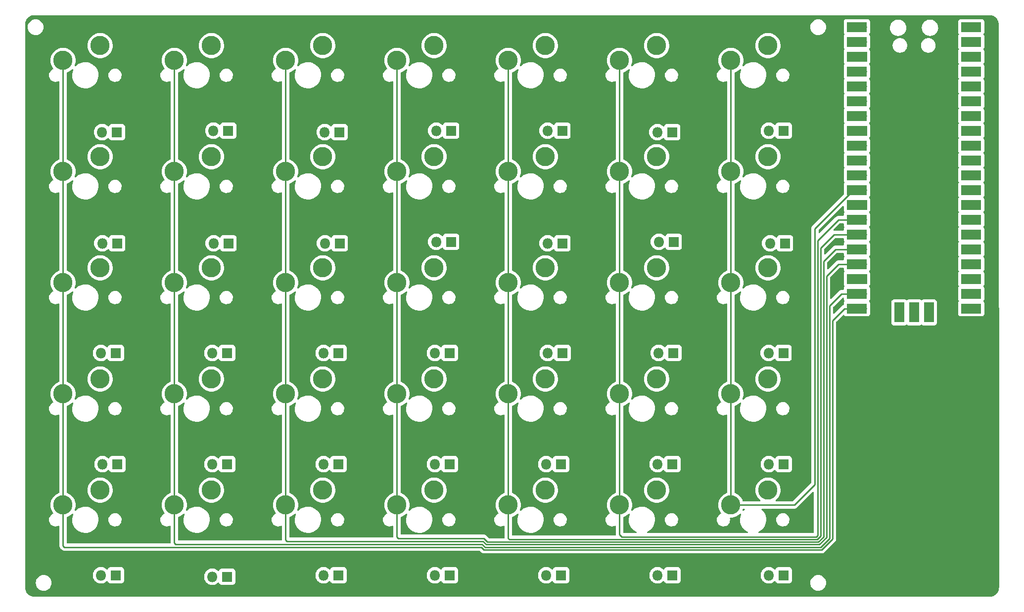
<source format=gbr>
%TF.GenerationSoftware,KiCad,Pcbnew,7.0.5*%
%TF.CreationDate,2023-07-21T14:17:18+03:00*%
%TF.ProjectId,MacroPadPlate,4d616372-6f50-4616-9450-6c6174652e6b,rev?*%
%TF.SameCoordinates,Original*%
%TF.FileFunction,Copper,L1,Top*%
%TF.FilePolarity,Positive*%
%FSLAX46Y46*%
G04 Gerber Fmt 4.6, Leading zero omitted, Abs format (unit mm)*
G04 Created by KiCad (PCBNEW 7.0.5) date 2023-07-21 14:17:18*
%MOMM*%
%LPD*%
G01*
G04 APERTURE LIST*
%TA.AperFunction,ComponentPad*%
%ADD10O,1.700000X1.700000*%
%TD*%
%TA.AperFunction,SMDPad,CuDef*%
%ADD11R,3.500000X1.700000*%
%TD*%
%TA.AperFunction,ComponentPad*%
%ADD12R,1.700000X1.700000*%
%TD*%
%TA.AperFunction,SMDPad,CuDef*%
%ADD13R,1.700000X3.500000*%
%TD*%
%TA.AperFunction,ComponentPad*%
%ADD14C,3.300000*%
%TD*%
%TA.AperFunction,ComponentPad*%
%ADD15R,1.800000X1.800000*%
%TD*%
%TA.AperFunction,ComponentPad*%
%ADD16O,1.800000X1.800000*%
%TD*%
%TA.AperFunction,Conductor*%
%ADD17C,0.250000*%
%TD*%
G04 APERTURE END LIST*
D10*
%TO.P,U1,1,GPIO0*%
%TO.N,unconnected-(U1-GPIO0-Pad1)*%
X219456000Y-32512000D03*
D11*
X218556000Y-32512000D03*
D10*
%TO.P,U1,2,GPIO1*%
%TO.N,unconnected-(U1-GPIO1-Pad2)*%
X219456000Y-35052000D03*
D11*
X218556000Y-35052000D03*
D12*
%TO.P,U1,3,GND*%
%TO.N,unconnected-(U1-GND-Pad3)*%
X219456000Y-37592000D03*
D11*
X218556000Y-37592000D03*
D10*
%TO.P,U1,4,GPIO2*%
%TO.N,unconnected-(U1-GPIO2-Pad4)*%
X219456000Y-40132000D03*
D11*
X218556000Y-40132000D03*
D10*
%TO.P,U1,5,GPIO3*%
%TO.N,unconnected-(U1-GPIO3-Pad5)*%
X219456000Y-42672000D03*
D11*
X218556000Y-42672000D03*
D10*
%TO.P,U1,6,GPIO4*%
%TO.N,unconnected-(U1-GPIO4-Pad6)*%
X219456000Y-45212000D03*
D11*
X218556000Y-45212000D03*
D10*
%TO.P,U1,7,GPIO5*%
%TO.N,unconnected-(U1-GPIO5-Pad7)*%
X219456000Y-47752000D03*
D11*
X218556000Y-47752000D03*
D12*
%TO.P,U1,8,GND*%
%TO.N,unconnected-(U1-GND-Pad8)*%
X219456000Y-50292000D03*
D11*
X218556000Y-50292000D03*
D10*
%TO.P,U1,9,GPIO6*%
%TO.N,unconnected-(U1-GPIO6-Pad9)*%
X219456000Y-52832000D03*
D11*
X218556000Y-52832000D03*
D10*
%TO.P,U1,10,GPIO7*%
%TO.N,unconnected-(U1-GPIO7-Pad10)*%
X219456000Y-55372000D03*
D11*
X218556000Y-55372000D03*
D10*
%TO.P,U1,11,GPIO8*%
%TO.N,unconnected-(U1-GPIO8-Pad11)*%
X219456000Y-57912000D03*
D11*
X218556000Y-57912000D03*
D10*
%TO.P,U1,12,GPIO9*%
%TO.N,C7*%
X219456000Y-60452000D03*
D11*
X218556000Y-60452000D03*
D12*
%TO.P,U1,13,GND*%
%TO.N,unconnected-(U1-GND-Pad13)*%
X219456000Y-62992000D03*
D11*
X218556000Y-62992000D03*
D10*
%TO.P,U1,14,GPIO10*%
%TO.N,C6*%
X219456000Y-65532000D03*
D11*
X218556000Y-65532000D03*
D10*
%TO.P,U1,15,GPIO11*%
%TO.N,C5*%
X219456000Y-68072000D03*
D11*
X218556000Y-68072000D03*
D10*
%TO.P,U1,16,GPIO12*%
%TO.N,C4*%
X219456000Y-70612000D03*
D11*
X218556000Y-70612000D03*
D10*
%TO.P,U1,17,GPIO13*%
%TO.N,C3*%
X219456000Y-73152000D03*
D11*
X218556000Y-73152000D03*
D12*
%TO.P,U1,18,GND*%
%TO.N,unconnected-(U1-GND-Pad18)*%
X219456000Y-75692000D03*
D11*
X218556000Y-75692000D03*
D10*
%TO.P,U1,19,GPIO14*%
%TO.N,C2*%
X219456000Y-78232000D03*
D11*
X218556000Y-78232000D03*
D10*
%TO.P,U1,20,GPIO15*%
%TO.N,C1*%
X219456000Y-80772000D03*
D11*
X218556000Y-80772000D03*
D10*
%TO.P,U1,21,GPIO16*%
%TO.N,R1*%
X237236000Y-80772000D03*
D11*
X238136000Y-80772000D03*
D10*
%TO.P,U1,22,GPIO17*%
%TO.N,R2*%
X237236000Y-78232000D03*
D11*
X238136000Y-78232000D03*
D12*
%TO.P,U1,23,GND*%
%TO.N,unconnected-(U1-GND-Pad23)*%
X237236000Y-75692000D03*
D11*
X238136000Y-75692000D03*
D10*
%TO.P,U1,24,GPIO18*%
%TO.N,R3*%
X237236000Y-73152000D03*
D11*
X238136000Y-73152000D03*
D10*
%TO.P,U1,25,GPIO19*%
%TO.N,R4*%
X237236000Y-70612000D03*
D11*
X238136000Y-70612000D03*
D10*
%TO.P,U1,26,GPIO20*%
%TO.N,R5*%
X237236000Y-68072000D03*
D11*
X238136000Y-68072000D03*
D10*
%TO.P,U1,27,GPIO21*%
%TO.N,unconnected-(U1-GPIO21-Pad27)*%
X237236000Y-65532000D03*
D11*
X238136000Y-65532000D03*
D12*
%TO.P,U1,28,GND*%
%TO.N,unconnected-(U1-GND-Pad28)*%
X237236000Y-62992000D03*
D11*
X238136000Y-62992000D03*
D10*
%TO.P,U1,29,GPIO22*%
%TO.N,unconnected-(U1-GPIO22-Pad29)*%
X237236000Y-60452000D03*
D11*
X238136000Y-60452000D03*
D10*
%TO.P,U1,30,RUN*%
%TO.N,unconnected-(U1-RUN-Pad30)*%
X237236000Y-57912000D03*
D11*
X238136000Y-57912000D03*
D10*
%TO.P,U1,31,GPIO26_ADC0*%
%TO.N,unconnected-(U1-GPIO26_ADC0-Pad31)*%
X237236000Y-55372000D03*
D11*
X238136000Y-55372000D03*
D10*
%TO.P,U1,32,GPIO27_ADC1*%
%TO.N,unconnected-(U1-GPIO27_ADC1-Pad32)*%
X237236000Y-52832000D03*
D11*
X238136000Y-52832000D03*
D12*
%TO.P,U1,33,AGND*%
%TO.N,unconnected-(U1-AGND-Pad33)*%
X237236000Y-50292000D03*
D11*
X238136000Y-50292000D03*
D10*
%TO.P,U1,34,GPIO28_ADC2*%
%TO.N,unconnected-(U1-GPIO28_ADC2-Pad34)*%
X237236000Y-47752000D03*
D11*
X238136000Y-47752000D03*
D10*
%TO.P,U1,35,ADC_VREF*%
%TO.N,unconnected-(U1-ADC_VREF-Pad35)*%
X237236000Y-45212000D03*
D11*
X238136000Y-45212000D03*
D10*
%TO.P,U1,36,3V3*%
%TO.N,unconnected-(U1-3V3-Pad36)*%
X237236000Y-42672000D03*
D11*
X238136000Y-42672000D03*
D10*
%TO.P,U1,37,3V3_EN*%
%TO.N,unconnected-(U1-3V3_EN-Pad37)*%
X237236000Y-40132000D03*
D11*
X238136000Y-40132000D03*
D12*
%TO.P,U1,38,GND*%
%TO.N,unconnected-(U1-GND-Pad38)*%
X237236000Y-37592000D03*
D11*
X238136000Y-37592000D03*
D10*
%TO.P,U1,39,VSYS*%
%TO.N,unconnected-(U1-VSYS-Pad39)*%
X237236000Y-35052000D03*
D11*
X238136000Y-35052000D03*
D10*
%TO.P,U1,40,VBUS*%
%TO.N,unconnected-(U1-VBUS-Pad40)*%
X237236000Y-32512000D03*
D11*
X238136000Y-32512000D03*
D10*
%TO.P,U1,41,SWCLK*%
%TO.N,unconnected-(U1-SWCLK-Pad41)*%
X225806000Y-80542000D03*
D13*
X225806000Y-81442000D03*
D12*
%TO.P,U1,42,GND*%
%TO.N,unconnected-(U1-GND-Pad42)*%
X228346000Y-80542000D03*
D13*
X228346000Y-81442000D03*
D10*
%TO.P,U1,43,SWDIO*%
%TO.N,unconnected-(U1-SWDIO-Pad43)*%
X230886000Y-80542000D03*
D13*
X230886000Y-81442000D03*
%TD*%
D14*
%TO.P,MX20,1,1*%
%TO.N,C2*%
X101739300Y-76350000D03*
%TO.P,MX20,2,2*%
%TO.N,Net-(D20-A)*%
X108089300Y-73810000D03*
%TD*%
D15*
%TO.P,D25,1,K*%
%TO.N,R4*%
X148873000Y-107442000D03*
D16*
%TO.P,D25,2,A*%
%TO.N,Net-(D25-A)*%
X146333000Y-107442000D03*
%TD*%
D15*
%TO.P,D1,1,K*%
%TO.N,R1*%
X206023000Y-50292000D03*
D16*
%TO.P,D1,2,A*%
%TO.N,Net-(D1-A)*%
X203483000Y-50292000D03*
%TD*%
D14*
%TO.P,MX9,1,1*%
%TO.N,C6*%
X177939300Y-57300000D03*
%TO.P,MX9,2,2*%
%TO.N,Net-(D9-A)*%
X184289300Y-54760000D03*
%TD*%
%TO.P,MX31,1,1*%
%TO.N,C5*%
X158889300Y-114450000D03*
%TO.P,MX31,2,2*%
%TO.N,Net-(D31-A)*%
X165239300Y-111910000D03*
%TD*%
%TO.P,MX18,1,1*%
%TO.N,C4*%
X139839300Y-76350000D03*
%TO.P,MX18,2,2*%
%TO.N,Net-(D18-A)*%
X146189300Y-73810000D03*
%TD*%
%TO.P,MX7,1,1*%
%TO.N,C1*%
X82689300Y-38250000D03*
%TO.P,MX7,2,2*%
%TO.N,Net-(D7-A)*%
X89039300Y-35710000D03*
%TD*%
%TO.P,MX33,1,1*%
%TO.N,C3*%
X120789300Y-114450000D03*
%TO.P,MX33,2,2*%
%TO.N,Net-(D33-A)*%
X127139300Y-111910000D03*
%TD*%
%TO.P,MX26,1,1*%
%TO.N,C3*%
X120789300Y-95400000D03*
%TO.P,MX26,2,2*%
%TO.N,Net-(D26-A)*%
X127139300Y-92860000D03*
%TD*%
%TO.P,MX4,1,1*%
%TO.N,C4*%
X139839300Y-38250000D03*
%TO.P,MX4,2,2*%
%TO.N,Net-(D4-A)*%
X146189300Y-35710000D03*
%TD*%
%TO.P,MX16,1,1*%
%TO.N,C6*%
X177939300Y-76350000D03*
%TO.P,MX16,2,2*%
%TO.N,Net-(D16-A)*%
X184289300Y-73810000D03*
%TD*%
%TO.P,MX12,1,1*%
%TO.N,C3*%
X120789300Y-57300000D03*
%TO.P,MX12,2,2*%
%TO.N,Net-(D12-A)*%
X127139300Y-54760000D03*
%TD*%
D15*
%TO.P,D29,1,K*%
%TO.N,R5*%
X206023000Y-126492000D03*
D16*
%TO.P,D29,2,A*%
%TO.N,Net-(D29-A)*%
X203483000Y-126492000D03*
%TD*%
D14*
%TO.P,MX35,1,1*%
%TO.N,C1*%
X82689300Y-114450000D03*
%TO.P,MX35,2,2*%
%TO.N,Net-(D35-A)*%
X89039300Y-111910000D03*
%TD*%
%TO.P,MX17,1,1*%
%TO.N,C5*%
X158889300Y-76350000D03*
%TO.P,MX17,2,2*%
%TO.N,Net-(D17-A)*%
X165239300Y-73810000D03*
%TD*%
%TO.P,MX13,1,1*%
%TO.N,C2*%
X101739300Y-57300000D03*
%TO.P,MX13,2,2*%
%TO.N,Net-(D13-A)*%
X108089300Y-54760000D03*
%TD*%
%TO.P,MX28,1,1*%
%TO.N,C1*%
X82689300Y-95400000D03*
%TO.P,MX28,2,2*%
%TO.N,Net-(D28-A)*%
X89039300Y-92860000D03*
%TD*%
%TO.P,MX3,1,1*%
%TO.N,C5*%
X158889300Y-38250000D03*
%TO.P,MX3,2,2*%
%TO.N,Net-(D3-A)*%
X165239300Y-35710000D03*
%TD*%
D15*
%TO.P,D5,1,K*%
%TO.N,R1*%
X130019300Y-50546000D03*
D16*
%TO.P,D5,2,A*%
%TO.N,Net-(D5-A)*%
X127479300Y-50546000D03*
%TD*%
D15*
%TO.P,D31,1,K*%
%TO.N,R5*%
X167923000Y-126492000D03*
D16*
%TO.P,D31,2,A*%
%TO.N,Net-(D31-A)*%
X165383000Y-126492000D03*
%TD*%
D14*
%TO.P,MX14,1,1*%
%TO.N,C1*%
X82689300Y-57300000D03*
%TO.P,MX14,2,2*%
%TO.N,Net-(D14-A)*%
X89039300Y-54760000D03*
%TD*%
%TO.P,MX22,1,1*%
%TO.N,C7*%
X196989300Y-95400000D03*
%TO.P,MX22,2,2*%
%TO.N,Net-(D22-A)*%
X203339300Y-92860000D03*
%TD*%
%TO.P,MX30,1,1*%
%TO.N,C6*%
X177939300Y-114450000D03*
%TO.P,MX30,2,2*%
%TO.N,Net-(D30-A)*%
X184289300Y-111910000D03*
%TD*%
D15*
%TO.P,D32,1,K*%
%TO.N,R5*%
X148873000Y-126492000D03*
D16*
%TO.P,D32,2,A*%
%TO.N,Net-(D32-A)*%
X146333000Y-126492000D03*
%TD*%
D14*
%TO.P,MX8,1,1*%
%TO.N,C7*%
X196989300Y-57300000D03*
%TO.P,MX8,2,2*%
%TO.N,Net-(D8-A)*%
X203339300Y-54760000D03*
%TD*%
D15*
%TO.P,D10,1,K*%
%TO.N,R2*%
X168148300Y-69596000D03*
D16*
%TO.P,D10,2,A*%
%TO.N,Net-(D10-A)*%
X165608300Y-69596000D03*
%TD*%
D15*
%TO.P,D22,1,K*%
%TO.N,R4*%
X206023000Y-107442000D03*
D16*
%TO.P,D22,2,A*%
%TO.N,Net-(D22-A)*%
X203483000Y-107442000D03*
%TD*%
D14*
%TO.P,MX5,1,1*%
%TO.N,C3*%
X120789300Y-38250000D03*
%TO.P,MX5,2,2*%
%TO.N,Net-(D5-A)*%
X127139300Y-35710000D03*
%TD*%
%TO.P,MX29,1,1*%
%TO.N,C7*%
X196989300Y-114450000D03*
%TO.P,MX29,2,2*%
%TO.N,Net-(D29-A)*%
X203339300Y-111910000D03*
%TD*%
D15*
%TO.P,D16,1,K*%
%TO.N,R3*%
X187169300Y-88392000D03*
D16*
%TO.P,D16,2,A*%
%TO.N,Net-(D16-A)*%
X184629300Y-88392000D03*
%TD*%
D15*
%TO.P,D14,1,K*%
%TO.N,R2*%
X91948300Y-69596000D03*
D16*
%TO.P,D14,2,A*%
%TO.N,Net-(D14-A)*%
X89408300Y-69596000D03*
%TD*%
D14*
%TO.P,MX25,1,1*%
%TO.N,C4*%
X139839300Y-95400000D03*
%TO.P,MX25,2,2*%
%TO.N,Net-(D25-A)*%
X146189300Y-92860000D03*
%TD*%
%TO.P,MX1,1,1*%
%TO.N,C7*%
X196989300Y-38250000D03*
%TO.P,MX1,2,2*%
%TO.N,Net-(D1-A)*%
X203339300Y-35710000D03*
%TD*%
D15*
%TO.P,D21,1,K*%
%TO.N,R3*%
X91723000Y-88392000D03*
D16*
%TO.P,D21,2,A*%
%TO.N,Net-(D21-A)*%
X89183000Y-88392000D03*
%TD*%
D15*
%TO.P,D23,1,K*%
%TO.N,R4*%
X186973000Y-107442000D03*
D16*
%TO.P,D23,2,A*%
%TO.N,Net-(D23-A)*%
X184433000Y-107442000D03*
%TD*%
D15*
%TO.P,D35,1,K*%
%TO.N,R5*%
X91723000Y-126492000D03*
D16*
%TO.P,D35,2,A*%
%TO.N,Net-(D35-A)*%
X89183000Y-126492000D03*
%TD*%
D15*
%TO.P,D6,1,K*%
%TO.N,R1*%
X110969300Y-50292000D03*
D16*
%TO.P,D6,2,A*%
%TO.N,Net-(D6-A)*%
X108429300Y-50292000D03*
%TD*%
D14*
%TO.P,MX24,1,1*%
%TO.N,C5*%
X158889300Y-95400000D03*
%TO.P,MX24,2,2*%
%TO.N,Net-(D24-A)*%
X165239300Y-92860000D03*
%TD*%
D15*
%TO.P,D2,1,K*%
%TO.N,R1*%
X186944300Y-50546000D03*
D16*
%TO.P,D2,2,A*%
%TO.N,Net-(D2-A)*%
X184404300Y-50546000D03*
%TD*%
D15*
%TO.P,D17,1,K*%
%TO.N,R3*%
X168177000Y-88392000D03*
D16*
%TO.P,D17,2,A*%
%TO.N,Net-(D17-A)*%
X165637000Y-88392000D03*
%TD*%
D15*
%TO.P,D30,1,K*%
%TO.N,R5*%
X186973000Y-126492000D03*
D16*
%TO.P,D30,2,A*%
%TO.N,Net-(D30-A)*%
X184433000Y-126492000D03*
%TD*%
D14*
%TO.P,MX15,1,1*%
%TO.N,C7*%
X196989300Y-76350000D03*
%TO.P,MX15,2,2*%
%TO.N,Net-(D15-A)*%
X203339300Y-73810000D03*
%TD*%
%TO.P,MX32,1,1*%
%TO.N,C4*%
X139839300Y-114450000D03*
%TO.P,MX32,2,2*%
%TO.N,Net-(D32-A)*%
X146189300Y-111910000D03*
%TD*%
D15*
%TO.P,D12,1,K*%
%TO.N,R2*%
X130048300Y-69596000D03*
D16*
%TO.P,D12,2,A*%
%TO.N,Net-(D12-A)*%
X127508300Y-69596000D03*
%TD*%
D15*
%TO.P,D9,1,K*%
%TO.N,R2*%
X187198300Y-69342000D03*
D16*
%TO.P,D9,2,A*%
%TO.N,Net-(D9-A)*%
X184658300Y-69342000D03*
%TD*%
D14*
%TO.P,MX6,1,1*%
%TO.N,C2*%
X101739300Y-38250000D03*
%TO.P,MX6,2,2*%
%TO.N,Net-(D6-A)*%
X108089300Y-35710000D03*
%TD*%
%TO.P,MX11,1,1*%
%TO.N,C4*%
X139839300Y-57300000D03*
%TO.P,MX11,2,2*%
%TO.N,Net-(D11-A)*%
X146189300Y-54760000D03*
%TD*%
D15*
%TO.P,D8,1,K*%
%TO.N,R2*%
X206248300Y-69596000D03*
D16*
%TO.P,D8,2,A*%
%TO.N,Net-(D8-A)*%
X203708300Y-69596000D03*
%TD*%
D14*
%TO.P,MX34,1,1*%
%TO.N,C2*%
X101739300Y-114450000D03*
%TO.P,MX34,2,2*%
%TO.N,Net-(D34-A)*%
X108089300Y-111910000D03*
%TD*%
%TO.P,MX10,1,1*%
%TO.N,C5*%
X158889300Y-57300000D03*
%TO.P,MX10,2,2*%
%TO.N,Net-(D10-A)*%
X165239300Y-54760000D03*
%TD*%
%TO.P,MX2,1,1*%
%TO.N,C6*%
X177939300Y-38250000D03*
%TO.P,MX2,2,2*%
%TO.N,Net-(D2-A)*%
X184289300Y-35710000D03*
%TD*%
%TO.P,MX27,1,1*%
%TO.N,C2*%
X101739300Y-95400000D03*
%TO.P,MX27,2,2*%
%TO.N,Net-(D27-A)*%
X108089300Y-92860000D03*
%TD*%
%TO.P,MX21,1,1*%
%TO.N,C1*%
X82689300Y-76350000D03*
%TO.P,MX21,2,2*%
%TO.N,Net-(D21-A)*%
X89039300Y-73810000D03*
%TD*%
D15*
%TO.P,D33,1,K*%
%TO.N,R5*%
X129823000Y-126492000D03*
D16*
%TO.P,D33,2,A*%
%TO.N,Net-(D33-A)*%
X127283000Y-126492000D03*
%TD*%
D14*
%TO.P,MX23,1,1*%
%TO.N,C6*%
X177939300Y-95400000D03*
%TO.P,MX23,2,2*%
%TO.N,Net-(D23-A)*%
X184289300Y-92860000D03*
%TD*%
D15*
%TO.P,D28,1,K*%
%TO.N,R4*%
X91977000Y-107442000D03*
D16*
%TO.P,D28,2,A*%
%TO.N,Net-(D28-A)*%
X89437000Y-107442000D03*
%TD*%
D15*
%TO.P,D27,1,K*%
%TO.N,R4*%
X110773000Y-107442000D03*
D16*
%TO.P,D27,2,A*%
%TO.N,Net-(D27-A)*%
X108233000Y-107442000D03*
%TD*%
D15*
%TO.P,D24,1,K*%
%TO.N,R4*%
X167923000Y-107442000D03*
D16*
%TO.P,D24,2,A*%
%TO.N,Net-(D24-A)*%
X165383000Y-107442000D03*
%TD*%
D15*
%TO.P,D34,1,K*%
%TO.N,R5*%
X110773000Y-126746000D03*
D16*
%TO.P,D34,2,A*%
%TO.N,Net-(D34-A)*%
X108233000Y-126746000D03*
%TD*%
D15*
%TO.P,D20,1,K*%
%TO.N,R3*%
X110773000Y-88392000D03*
D16*
%TO.P,D20,2,A*%
%TO.N,Net-(D20-A)*%
X108233000Y-88392000D03*
%TD*%
D15*
%TO.P,D11,1,K*%
%TO.N,R2*%
X149098300Y-69342000D03*
D16*
%TO.P,D11,2,A*%
%TO.N,Net-(D11-A)*%
X146558300Y-69342000D03*
%TD*%
D15*
%TO.P,D4,1,K*%
%TO.N,R1*%
X149098300Y-50292000D03*
D16*
%TO.P,D4,2,A*%
%TO.N,Net-(D4-A)*%
X146558300Y-50292000D03*
%TD*%
D15*
%TO.P,D18,1,K*%
%TO.N,R3*%
X148873000Y-88392000D03*
D16*
%TO.P,D18,2,A*%
%TO.N,Net-(D18-A)*%
X146333000Y-88392000D03*
%TD*%
D15*
%TO.P,D15,1,K*%
%TO.N,R3*%
X205994300Y-88392000D03*
D16*
%TO.P,D15,2,A*%
%TO.N,Net-(D15-A)*%
X203454300Y-88392000D03*
%TD*%
D15*
%TO.P,D26,1,K*%
%TO.N,R4*%
X129823000Y-107442000D03*
D16*
%TO.P,D26,2,A*%
%TO.N,Net-(D26-A)*%
X127283000Y-107442000D03*
%TD*%
D14*
%TO.P,MX19,1,1*%
%TO.N,C3*%
X120789300Y-76350000D03*
%TO.P,MX19,2,2*%
%TO.N,Net-(D19-A)*%
X127139300Y-73810000D03*
%TD*%
D15*
%TO.P,D13,1,K*%
%TO.N,R2*%
X110998300Y-69596000D03*
D16*
%TO.P,D13,2,A*%
%TO.N,Net-(D13-A)*%
X108458300Y-69596000D03*
%TD*%
D15*
%TO.P,D19,1,K*%
%TO.N,R3*%
X129823000Y-88392000D03*
D16*
%TO.P,D19,2,A*%
%TO.N,Net-(D19-A)*%
X127283000Y-88392000D03*
%TD*%
D15*
%TO.P,D3,1,K*%
%TO.N,R1*%
X168148300Y-50292000D03*
D16*
%TO.P,D3,2,A*%
%TO.N,Net-(D3-A)*%
X165608300Y-50292000D03*
%TD*%
D15*
%TO.P,D7,1,K*%
%TO.N,R1*%
X91919300Y-50546000D03*
D16*
%TO.P,D7,2,A*%
%TO.N,Net-(D7-A)*%
X89379300Y-50546000D03*
%TD*%
D17*
%TO.N,C7*%
X196989300Y-95400000D02*
X196989300Y-114450000D01*
X196989300Y-57300000D02*
X196989300Y-76350000D01*
X196989300Y-114450000D02*
X207876000Y-114450000D01*
X211386000Y-110940000D02*
X211386000Y-67056000D01*
X217990000Y-60452000D02*
X219456000Y-60452000D01*
X196989300Y-76350000D02*
X196989300Y-95400000D01*
X211386000Y-67056000D02*
X217990000Y-60452000D01*
X196989300Y-38250000D02*
X196989300Y-57300000D01*
X207876000Y-114450000D02*
X211386000Y-110940000D01*
%TO.N,C6*%
X177939300Y-114450000D02*
X177939300Y-119519300D01*
X177939300Y-119519300D02*
X178308000Y-119888000D01*
X177939300Y-57300000D02*
X177939300Y-76350000D01*
X177939300Y-76350000D02*
X177939300Y-95400000D01*
X177939300Y-95400000D02*
X177939300Y-114450000D01*
X211836000Y-119634000D02*
X211836000Y-69088000D01*
X211582000Y-119888000D02*
X211836000Y-119634000D01*
X178308000Y-119888000D02*
X211582000Y-119888000D01*
X215392000Y-65532000D02*
X219456000Y-65532000D01*
X211836000Y-69088000D02*
X215392000Y-65532000D01*
X177939300Y-38250000D02*
X177939300Y-57300000D01*
%TO.N,C5*%
X158889300Y-120142000D02*
X159085300Y-120338000D01*
X158889300Y-95400000D02*
X158889300Y-114450000D01*
X211768396Y-120338000D02*
X212344000Y-119762396D01*
X158889300Y-76350000D02*
X158889300Y-95400000D01*
X212344000Y-70358000D02*
X214630000Y-68072000D01*
X159085300Y-120338000D02*
X211768396Y-120338000D01*
X212344000Y-119762396D02*
X212344000Y-70358000D01*
X158889300Y-38250000D02*
X158889300Y-57300000D01*
X214630000Y-68072000D02*
X219456000Y-68072000D01*
X158889300Y-57300000D02*
X158889300Y-76350000D01*
X158889300Y-114450000D02*
X158889300Y-120142000D01*
%TO.N,C4*%
X154686000Y-120142000D02*
X155332000Y-120788000D01*
X140093300Y-120142000D02*
X154686000Y-120142000D01*
X139839300Y-57300000D02*
X139839300Y-76350000D01*
X212852000Y-119890792D02*
X212852000Y-72644000D01*
X211954792Y-120788000D02*
X212852000Y-119890792D01*
X139839300Y-76350000D02*
X139839300Y-95400000D01*
X155332000Y-120788000D02*
X211954792Y-120788000D01*
X214884000Y-70612000D02*
X219456000Y-70612000D01*
X139839300Y-38250000D02*
X139839300Y-57300000D01*
X212852000Y-72644000D02*
X214884000Y-70612000D01*
X139839300Y-95400000D02*
X139839300Y-114450000D01*
X139839300Y-119888000D02*
X140093300Y-120142000D01*
X139839300Y-114450000D02*
X139839300Y-119888000D01*
%TO.N,C3*%
X121043300Y-120650000D02*
X154526000Y-120650000D01*
X120789300Y-95400000D02*
X120789300Y-114450000D01*
X120789300Y-76350000D02*
X120789300Y-95400000D01*
X213360000Y-75184000D02*
X215392000Y-73152000D01*
X213360000Y-120019188D02*
X213360000Y-75184000D01*
X215392000Y-73152000D02*
X219456000Y-73152000D01*
X120789300Y-120396000D02*
X121043300Y-120650000D01*
X154526000Y-120650000D02*
X155114000Y-121238000D01*
X212141188Y-121238000D02*
X213360000Y-120019188D01*
X120789300Y-38250000D02*
X120789300Y-57300000D01*
X155114000Y-121238000D02*
X212141188Y-121238000D01*
X120789300Y-57300000D02*
X120789300Y-76350000D01*
X120789300Y-114450000D02*
X120789300Y-120396000D01*
%TO.N,C2*%
X101739300Y-120904000D02*
X101993300Y-121158000D01*
X101739300Y-76350000D02*
X101739300Y-95400000D01*
X101739300Y-57300000D02*
X101739300Y-76350000D01*
X101993300Y-121158000D02*
X154397604Y-121158000D01*
X213868000Y-120164000D02*
X213868000Y-80264000D01*
X154397604Y-121158000D02*
X154927604Y-121688000D01*
X213868000Y-80264000D02*
X215900000Y-78232000D01*
X101739300Y-95400000D02*
X101739300Y-114450000D01*
X101739300Y-38250000D02*
X101739300Y-57300000D01*
X101739300Y-114450000D02*
X101739300Y-120904000D01*
X154927604Y-121688000D02*
X212344000Y-121688000D01*
X212344000Y-121688000D02*
X213868000Y-120164000D01*
X215900000Y-78232000D02*
X219456000Y-78232000D01*
%TO.N,C1*%
X154269208Y-121666000D02*
X154741208Y-122138000D01*
X82689300Y-76350000D02*
X82689300Y-95400000D01*
X82689300Y-95400000D02*
X82689300Y-114450000D01*
X214376000Y-82804000D02*
X216408000Y-80772000D01*
X154741208Y-122138000D02*
X212530396Y-122138000D01*
X216408000Y-80772000D02*
X219456000Y-80772000D01*
X82689300Y-121412000D02*
X82943300Y-121666000D01*
X82943300Y-121666000D02*
X154269208Y-121666000D01*
X212530396Y-122138000D02*
X214376000Y-120292396D01*
X82689300Y-57300000D02*
X82689300Y-76350000D01*
X82689300Y-114450000D02*
X82689300Y-121412000D01*
X82689300Y-38250000D02*
X82689300Y-57300000D01*
X214376000Y-120292396D02*
X214376000Y-82804000D01*
%TD*%
%TA.AperFunction,NonConductor*%
G36*
X241302208Y-30480657D02*
G01*
X241369639Y-30485480D01*
X241520233Y-30497332D01*
X241528543Y-30498557D01*
X241623874Y-30519295D01*
X241625033Y-30519560D01*
X241718838Y-30542080D01*
X241743321Y-30547959D01*
X241750520Y-30550157D01*
X241847126Y-30586189D01*
X241849187Y-30587000D01*
X241956307Y-30631371D01*
X241962297Y-30634237D01*
X242007528Y-30658934D01*
X242054730Y-30684708D01*
X242057363Y-30686232D01*
X242154472Y-30745741D01*
X242159185Y-30748939D01*
X242244268Y-30812632D01*
X242247334Y-30815085D01*
X242333305Y-30888511D01*
X242336881Y-30891817D01*
X242412181Y-30967117D01*
X242415487Y-30970693D01*
X242488901Y-31056649D01*
X242491373Y-31059738D01*
X242555053Y-31144805D01*
X242558264Y-31149536D01*
X242585052Y-31193250D01*
X242617753Y-31246614D01*
X242619306Y-31249296D01*
X242669761Y-31341701D01*
X242672627Y-31347691D01*
X242716998Y-31454811D01*
X242717809Y-31456872D01*
X242753841Y-31553478D01*
X242756039Y-31560677D01*
X242784421Y-31678892D01*
X242784717Y-31680188D01*
X242805439Y-31775447D01*
X242806666Y-31783770D01*
X242818520Y-31934394D01*
X242823342Y-32001807D01*
X242823501Y-32006191D01*
X242886998Y-128585260D01*
X242886840Y-128589725D01*
X242882023Y-128657073D01*
X242869418Y-128817236D01*
X242868191Y-128825560D01*
X242846800Y-128923892D01*
X242846504Y-128925187D01*
X242816633Y-129049605D01*
X242814435Y-129056805D01*
X242777089Y-129156934D01*
X242776278Y-129158995D01*
X242729691Y-129271465D01*
X242726825Y-129277456D01*
X242674466Y-129373346D01*
X242672913Y-129376029D01*
X242610521Y-129477840D01*
X242607290Y-129482602D01*
X242541195Y-129570897D01*
X242538705Y-129574009D01*
X242461716Y-129664151D01*
X242458410Y-129667727D01*
X242380227Y-129745910D01*
X242376651Y-129749216D01*
X242286509Y-129826205D01*
X242283397Y-129828695D01*
X242195102Y-129894790D01*
X242190340Y-129898021D01*
X242088529Y-129960413D01*
X242085846Y-129961966D01*
X241989956Y-130014325D01*
X241983965Y-130017191D01*
X241871495Y-130063778D01*
X241869434Y-130064589D01*
X241769305Y-130101935D01*
X241762105Y-130104133D01*
X241637687Y-130134004D01*
X241636392Y-130134300D01*
X241538060Y-130155691D01*
X241529736Y-130156918D01*
X241369573Y-130169523D01*
X241305432Y-130174111D01*
X241302208Y-130174342D01*
X241297785Y-130174500D01*
X77789715Y-130174500D01*
X77785291Y-130174342D01*
X77781639Y-130174080D01*
X77717925Y-130169523D01*
X77557762Y-130156918D01*
X77549438Y-130155691D01*
X77451106Y-130134300D01*
X77449811Y-130134004D01*
X77325393Y-130104133D01*
X77318193Y-130101935D01*
X77218064Y-130064589D01*
X77216003Y-130063778D01*
X77103533Y-130017191D01*
X77097542Y-130014325D01*
X77038932Y-129982322D01*
X77001638Y-129961957D01*
X76998998Y-129960429D01*
X76942478Y-129925794D01*
X76897158Y-129898021D01*
X76892396Y-129894790D01*
X76804101Y-129828695D01*
X76800997Y-129826211D01*
X76710847Y-129749216D01*
X76707271Y-129745910D01*
X76629088Y-129667727D01*
X76625782Y-129664151D01*
X76548781Y-129573994D01*
X76546314Y-129570911D01*
X76512722Y-129526036D01*
X76480208Y-129482602D01*
X76476977Y-129477840D01*
X76476176Y-129476534D01*
X76414554Y-129375976D01*
X76413056Y-129373387D01*
X76360671Y-129277453D01*
X76357807Y-129271465D01*
X76345510Y-129241779D01*
X76311210Y-129158970D01*
X76310409Y-129156934D01*
X76305535Y-129143867D01*
X76273061Y-129056801D01*
X76270867Y-129049613D01*
X76240966Y-128925067D01*
X76240728Y-128924026D01*
X76219304Y-128825541D01*
X76218081Y-128817247D01*
X76205476Y-128657073D01*
X76200657Y-128589708D01*
X76200500Y-128585286D01*
X76200500Y-127793750D01*
X78019341Y-127793750D01*
X78039936Y-128029153D01*
X78039938Y-128029163D01*
X78101094Y-128257405D01*
X78101096Y-128257409D01*
X78101097Y-128257413D01*
X78151030Y-128364496D01*
X78200964Y-128471578D01*
X78200965Y-128471580D01*
X78336505Y-128665152D01*
X78503597Y-128832244D01*
X78697169Y-128967784D01*
X78697171Y-128967785D01*
X78911337Y-129067653D01*
X79139592Y-129128813D01*
X79316032Y-129144249D01*
X79316033Y-129144250D01*
X79316034Y-129144250D01*
X79433967Y-129144250D01*
X79433967Y-129144249D01*
X79610408Y-129128813D01*
X79838663Y-129067653D01*
X80052829Y-128967785D01*
X80246401Y-128832245D01*
X80413495Y-128665151D01*
X80549035Y-128471580D01*
X80648903Y-128257413D01*
X80710063Y-128029158D01*
X80730659Y-127793750D01*
X80710063Y-127558342D01*
X80648903Y-127330087D01*
X80549035Y-127115921D01*
X80549034Y-127115919D01*
X80413494Y-126922347D01*
X80246402Y-126755255D01*
X80052830Y-126619715D01*
X80052828Y-126619714D01*
X79945746Y-126569781D01*
X79838663Y-126519847D01*
X79838659Y-126519846D01*
X79838655Y-126519844D01*
X79734760Y-126492006D01*
X87777700Y-126492006D01*
X87796864Y-126723297D01*
X87796866Y-126723308D01*
X87853842Y-126948300D01*
X87947075Y-127160848D01*
X88074016Y-127355147D01*
X88074019Y-127355151D01*
X88074021Y-127355153D01*
X88231216Y-127525913D01*
X88231219Y-127525915D01*
X88231222Y-127525918D01*
X88414365Y-127668464D01*
X88414371Y-127668468D01*
X88414374Y-127668470D01*
X88537041Y-127734854D01*
X88603553Y-127770849D01*
X88618497Y-127778936D01*
X88732487Y-127818068D01*
X88838015Y-127854297D01*
X88838017Y-127854297D01*
X88838019Y-127854298D01*
X89066951Y-127892500D01*
X89066952Y-127892500D01*
X89299048Y-127892500D01*
X89299049Y-127892500D01*
X89527981Y-127854298D01*
X89747503Y-127778936D01*
X89951626Y-127668470D01*
X90134784Y-127525913D01*
X90143130Y-127516846D01*
X90203010Y-127480854D01*
X90272849Y-127482949D01*
X90330468Y-127522469D01*
X90350544Y-127557491D01*
X90379203Y-127634330D01*
X90379206Y-127634335D01*
X90465452Y-127749544D01*
X90465455Y-127749547D01*
X90580664Y-127835793D01*
X90580671Y-127835797D01*
X90715517Y-127886091D01*
X90715516Y-127886091D01*
X90722444Y-127886835D01*
X90775127Y-127892500D01*
X92670872Y-127892499D01*
X92730483Y-127886091D01*
X92865331Y-127835796D01*
X92980546Y-127749546D01*
X93066796Y-127634331D01*
X93117091Y-127499483D01*
X93123500Y-127439873D01*
X93123500Y-126746006D01*
X106827700Y-126746006D01*
X106846864Y-126977297D01*
X106846866Y-126977308D01*
X106903842Y-127202300D01*
X106997075Y-127414848D01*
X107124016Y-127609147D01*
X107124019Y-127609151D01*
X107124021Y-127609153D01*
X107281216Y-127779913D01*
X107281219Y-127779915D01*
X107281222Y-127779918D01*
X107464365Y-127922464D01*
X107464371Y-127922468D01*
X107464374Y-127922470D01*
X107668497Y-128032936D01*
X107782487Y-128072068D01*
X107888015Y-128108297D01*
X107888017Y-128108297D01*
X107888019Y-128108298D01*
X108116951Y-128146500D01*
X108116952Y-128146500D01*
X108349048Y-128146500D01*
X108349049Y-128146500D01*
X108577981Y-128108298D01*
X108797503Y-128032936D01*
X109001626Y-127922470D01*
X109184784Y-127779913D01*
X109193130Y-127770846D01*
X109253010Y-127734854D01*
X109322849Y-127736949D01*
X109380468Y-127776469D01*
X109400544Y-127811491D01*
X109429203Y-127888330D01*
X109429206Y-127888335D01*
X109515452Y-128003544D01*
X109515455Y-128003547D01*
X109630664Y-128089793D01*
X109630671Y-128089797D01*
X109765517Y-128140091D01*
X109765516Y-128140091D01*
X109772444Y-128140835D01*
X109825127Y-128146500D01*
X111720872Y-128146499D01*
X111780483Y-128140091D01*
X111915331Y-128089796D01*
X112030546Y-128003546D01*
X112116796Y-127888331D01*
X112167091Y-127753483D01*
X112173500Y-127693873D01*
X112173499Y-126492006D01*
X125877700Y-126492006D01*
X125896864Y-126723297D01*
X125896866Y-126723308D01*
X125953842Y-126948300D01*
X126047075Y-127160848D01*
X126174016Y-127355147D01*
X126174019Y-127355151D01*
X126174021Y-127355153D01*
X126331216Y-127525913D01*
X126331219Y-127525915D01*
X126331222Y-127525918D01*
X126514365Y-127668464D01*
X126514371Y-127668468D01*
X126514374Y-127668470D01*
X126637041Y-127734854D01*
X126703553Y-127770849D01*
X126718497Y-127778936D01*
X126832487Y-127818068D01*
X126938015Y-127854297D01*
X126938017Y-127854297D01*
X126938019Y-127854298D01*
X127166951Y-127892500D01*
X127166952Y-127892500D01*
X127399048Y-127892500D01*
X127399049Y-127892500D01*
X127627981Y-127854298D01*
X127847503Y-127778936D01*
X128051626Y-127668470D01*
X128234784Y-127525913D01*
X128243130Y-127516846D01*
X128303010Y-127480854D01*
X128372849Y-127482949D01*
X128430468Y-127522469D01*
X128450544Y-127557491D01*
X128479203Y-127634330D01*
X128479206Y-127634335D01*
X128565452Y-127749544D01*
X128565455Y-127749547D01*
X128680664Y-127835793D01*
X128680671Y-127835797D01*
X128815517Y-127886091D01*
X128815516Y-127886091D01*
X128822444Y-127886835D01*
X128875127Y-127892500D01*
X130770872Y-127892499D01*
X130830483Y-127886091D01*
X130965331Y-127835796D01*
X131080546Y-127749546D01*
X131166796Y-127634331D01*
X131217091Y-127499483D01*
X131223500Y-127439873D01*
X131223500Y-126492006D01*
X144927700Y-126492006D01*
X144946864Y-126723297D01*
X144946866Y-126723308D01*
X145003842Y-126948300D01*
X145097075Y-127160848D01*
X145224016Y-127355147D01*
X145224019Y-127355151D01*
X145224021Y-127355153D01*
X145381216Y-127525913D01*
X145381219Y-127525915D01*
X145381222Y-127525918D01*
X145564365Y-127668464D01*
X145564371Y-127668468D01*
X145564374Y-127668470D01*
X145687041Y-127734854D01*
X145753553Y-127770849D01*
X145768497Y-127778936D01*
X145882487Y-127818068D01*
X145988015Y-127854297D01*
X145988017Y-127854297D01*
X145988019Y-127854298D01*
X146216951Y-127892500D01*
X146216952Y-127892500D01*
X146449048Y-127892500D01*
X146449049Y-127892500D01*
X146677981Y-127854298D01*
X146897503Y-127778936D01*
X147101626Y-127668470D01*
X147284784Y-127525913D01*
X147293130Y-127516846D01*
X147353010Y-127480854D01*
X147422849Y-127482949D01*
X147480468Y-127522469D01*
X147500544Y-127557491D01*
X147529203Y-127634330D01*
X147529206Y-127634335D01*
X147615452Y-127749544D01*
X147615455Y-127749547D01*
X147730664Y-127835793D01*
X147730671Y-127835797D01*
X147865517Y-127886091D01*
X147865516Y-127886091D01*
X147872444Y-127886835D01*
X147925127Y-127892500D01*
X149820872Y-127892499D01*
X149880483Y-127886091D01*
X150015331Y-127835796D01*
X150130546Y-127749546D01*
X150216796Y-127634331D01*
X150267091Y-127499483D01*
X150273500Y-127439873D01*
X150273500Y-126492006D01*
X163977700Y-126492006D01*
X163996864Y-126723297D01*
X163996866Y-126723308D01*
X164053842Y-126948300D01*
X164147075Y-127160848D01*
X164274016Y-127355147D01*
X164274019Y-127355151D01*
X164274021Y-127355153D01*
X164431216Y-127525913D01*
X164431219Y-127525915D01*
X164431222Y-127525918D01*
X164614365Y-127668464D01*
X164614371Y-127668468D01*
X164614374Y-127668470D01*
X164737041Y-127734854D01*
X164803553Y-127770849D01*
X164818497Y-127778936D01*
X164932487Y-127818068D01*
X165038015Y-127854297D01*
X165038017Y-127854297D01*
X165038019Y-127854298D01*
X165266951Y-127892500D01*
X165266952Y-127892500D01*
X165499048Y-127892500D01*
X165499049Y-127892500D01*
X165727981Y-127854298D01*
X165947503Y-127778936D01*
X166151626Y-127668470D01*
X166334784Y-127525913D01*
X166343130Y-127516846D01*
X166403010Y-127480854D01*
X166472849Y-127482949D01*
X166530468Y-127522469D01*
X166550544Y-127557491D01*
X166579203Y-127634330D01*
X166579206Y-127634335D01*
X166665452Y-127749544D01*
X166665455Y-127749547D01*
X166780664Y-127835793D01*
X166780671Y-127835797D01*
X166915517Y-127886091D01*
X166915516Y-127886091D01*
X166922444Y-127886835D01*
X166975127Y-127892500D01*
X168870872Y-127892499D01*
X168930483Y-127886091D01*
X169065331Y-127835796D01*
X169180546Y-127749546D01*
X169266796Y-127634331D01*
X169317091Y-127499483D01*
X169323500Y-127439873D01*
X169323500Y-126492006D01*
X183027700Y-126492006D01*
X183046864Y-126723297D01*
X183046866Y-126723308D01*
X183103842Y-126948300D01*
X183197075Y-127160848D01*
X183324016Y-127355147D01*
X183324019Y-127355151D01*
X183324021Y-127355153D01*
X183481216Y-127525913D01*
X183481219Y-127525915D01*
X183481222Y-127525918D01*
X183664365Y-127668464D01*
X183664371Y-127668468D01*
X183664374Y-127668470D01*
X183787041Y-127734854D01*
X183853553Y-127770849D01*
X183868497Y-127778936D01*
X183982487Y-127818068D01*
X184088015Y-127854297D01*
X184088017Y-127854297D01*
X184088019Y-127854298D01*
X184316951Y-127892500D01*
X184316952Y-127892500D01*
X184549048Y-127892500D01*
X184549049Y-127892500D01*
X184777981Y-127854298D01*
X184997503Y-127778936D01*
X185201626Y-127668470D01*
X185384784Y-127525913D01*
X185393130Y-127516846D01*
X185453010Y-127480854D01*
X185522849Y-127482949D01*
X185580468Y-127522469D01*
X185600544Y-127557491D01*
X185629203Y-127634330D01*
X185629206Y-127634335D01*
X185715452Y-127749544D01*
X185715455Y-127749547D01*
X185830664Y-127835793D01*
X185830671Y-127835797D01*
X185965517Y-127886091D01*
X185965516Y-127886091D01*
X185972444Y-127886835D01*
X186025127Y-127892500D01*
X187920872Y-127892499D01*
X187980483Y-127886091D01*
X188115331Y-127835796D01*
X188230546Y-127749546D01*
X188316796Y-127634331D01*
X188367091Y-127499483D01*
X188373500Y-127439873D01*
X188373500Y-126492006D01*
X202077700Y-126492006D01*
X202096864Y-126723297D01*
X202096866Y-126723308D01*
X202153842Y-126948300D01*
X202247075Y-127160848D01*
X202374016Y-127355147D01*
X202374019Y-127355151D01*
X202374021Y-127355153D01*
X202531216Y-127525913D01*
X202531219Y-127525915D01*
X202531222Y-127525918D01*
X202714365Y-127668464D01*
X202714371Y-127668468D01*
X202714374Y-127668470D01*
X202837041Y-127734854D01*
X202903553Y-127770849D01*
X202918497Y-127778936D01*
X203032487Y-127818068D01*
X203138015Y-127854297D01*
X203138017Y-127854297D01*
X203138019Y-127854298D01*
X203366951Y-127892500D01*
X203366952Y-127892500D01*
X203599048Y-127892500D01*
X203599049Y-127892500D01*
X203827981Y-127854298D01*
X204047503Y-127778936D01*
X204251626Y-127668470D01*
X204434784Y-127525913D01*
X204443130Y-127516846D01*
X204503010Y-127480854D01*
X204572849Y-127482949D01*
X204630468Y-127522469D01*
X204650544Y-127557491D01*
X204679203Y-127634330D01*
X204679206Y-127634335D01*
X204765452Y-127749544D01*
X204765455Y-127749547D01*
X204880664Y-127835793D01*
X204880671Y-127835797D01*
X205015517Y-127886091D01*
X205015516Y-127886091D01*
X205022444Y-127886835D01*
X205075127Y-127892500D01*
X206970872Y-127892499D01*
X207030483Y-127886091D01*
X207165331Y-127835796D01*
X207221497Y-127793750D01*
X210575591Y-127793750D01*
X210596186Y-128029153D01*
X210596188Y-128029163D01*
X210657344Y-128257405D01*
X210657346Y-128257409D01*
X210657347Y-128257413D01*
X210707281Y-128364496D01*
X210757214Y-128471578D01*
X210757215Y-128471580D01*
X210892755Y-128665152D01*
X211059847Y-128832244D01*
X211253419Y-128967784D01*
X211253421Y-128967785D01*
X211467587Y-129067653D01*
X211695842Y-129128813D01*
X211872282Y-129144249D01*
X211872283Y-129144250D01*
X211872284Y-129144250D01*
X211990217Y-129144250D01*
X211990217Y-129144249D01*
X212166658Y-129128813D01*
X212394913Y-129067653D01*
X212609079Y-128967785D01*
X212802651Y-128832245D01*
X212969745Y-128665151D01*
X213105285Y-128471580D01*
X213205153Y-128257413D01*
X213266313Y-128029158D01*
X213286909Y-127793750D01*
X213266313Y-127558342D01*
X213205153Y-127330087D01*
X213105285Y-127115921D01*
X213105284Y-127115919D01*
X212969744Y-126922347D01*
X212802652Y-126755255D01*
X212609080Y-126619715D01*
X212609078Y-126619714D01*
X212501996Y-126569780D01*
X212394913Y-126519847D01*
X212394909Y-126519846D01*
X212394905Y-126519844D01*
X212166663Y-126458688D01*
X212166653Y-126458686D01*
X211990217Y-126443250D01*
X211990216Y-126443250D01*
X211872284Y-126443250D01*
X211872283Y-126443250D01*
X211695846Y-126458686D01*
X211695836Y-126458688D01*
X211467594Y-126519844D01*
X211467585Y-126519848D01*
X211253421Y-126619714D01*
X211253419Y-126619715D01*
X211059847Y-126755255D01*
X210892756Y-126922347D01*
X210892751Y-126922354D01*
X210757217Y-127115915D01*
X210757215Y-127115919D01*
X210657348Y-127330085D01*
X210657344Y-127330094D01*
X210596188Y-127558336D01*
X210596186Y-127558346D01*
X210575591Y-127793749D01*
X210575591Y-127793750D01*
X207221497Y-127793750D01*
X207280546Y-127749546D01*
X207366796Y-127634331D01*
X207417091Y-127499483D01*
X207423500Y-127439873D01*
X207423499Y-125544128D01*
X207417091Y-125484517D01*
X207407233Y-125458087D01*
X207366797Y-125349671D01*
X207366793Y-125349664D01*
X207280547Y-125234455D01*
X207280544Y-125234452D01*
X207165335Y-125148206D01*
X207165328Y-125148202D01*
X207030482Y-125097908D01*
X207030483Y-125097908D01*
X206970883Y-125091501D01*
X206970881Y-125091500D01*
X206970873Y-125091500D01*
X206970864Y-125091500D01*
X205075129Y-125091500D01*
X205075123Y-125091501D01*
X205015516Y-125097908D01*
X204880671Y-125148202D01*
X204880664Y-125148206D01*
X204765455Y-125234452D01*
X204765452Y-125234455D01*
X204679206Y-125349664D01*
X204679203Y-125349670D01*
X204650544Y-125426508D01*
X204608672Y-125482441D01*
X204543208Y-125506858D01*
X204474935Y-125492006D01*
X204443135Y-125467158D01*
X204434784Y-125458087D01*
X204434778Y-125458082D01*
X204434777Y-125458081D01*
X204251634Y-125315535D01*
X204251628Y-125315531D01*
X204047504Y-125205064D01*
X204047495Y-125205061D01*
X203827984Y-125129702D01*
X203637450Y-125097908D01*
X203599049Y-125091500D01*
X203366951Y-125091500D01*
X203328550Y-125097908D01*
X203138015Y-125129702D01*
X202918504Y-125205061D01*
X202918495Y-125205064D01*
X202714371Y-125315531D01*
X202714365Y-125315535D01*
X202531222Y-125458081D01*
X202531219Y-125458084D01*
X202531216Y-125458086D01*
X202531216Y-125458087D01*
X202486319Y-125506858D01*
X202374016Y-125628852D01*
X202247075Y-125823151D01*
X202153842Y-126035699D01*
X202096866Y-126260691D01*
X202096864Y-126260702D01*
X202077700Y-126491993D01*
X202077700Y-126492006D01*
X188373500Y-126492006D01*
X188373499Y-125544128D01*
X188367091Y-125484517D01*
X188357233Y-125458087D01*
X188316797Y-125349671D01*
X188316793Y-125349664D01*
X188230547Y-125234455D01*
X188230544Y-125234452D01*
X188115335Y-125148206D01*
X188115328Y-125148202D01*
X187980482Y-125097908D01*
X187980483Y-125097908D01*
X187920883Y-125091501D01*
X187920881Y-125091500D01*
X187920873Y-125091500D01*
X187920864Y-125091500D01*
X186025129Y-125091500D01*
X186025123Y-125091501D01*
X185965516Y-125097908D01*
X185830671Y-125148202D01*
X185830664Y-125148206D01*
X185715455Y-125234452D01*
X185715452Y-125234455D01*
X185629206Y-125349664D01*
X185629203Y-125349670D01*
X185600544Y-125426508D01*
X185558672Y-125482441D01*
X185493208Y-125506858D01*
X185424935Y-125492006D01*
X185393135Y-125467158D01*
X185384784Y-125458087D01*
X185384778Y-125458082D01*
X185384777Y-125458081D01*
X185201634Y-125315535D01*
X185201628Y-125315531D01*
X184997504Y-125205064D01*
X184997495Y-125205061D01*
X184777984Y-125129702D01*
X184587450Y-125097908D01*
X184549049Y-125091500D01*
X184316951Y-125091500D01*
X184278550Y-125097908D01*
X184088015Y-125129702D01*
X183868504Y-125205061D01*
X183868495Y-125205064D01*
X183664371Y-125315531D01*
X183664365Y-125315535D01*
X183481222Y-125458081D01*
X183481219Y-125458084D01*
X183481216Y-125458086D01*
X183481216Y-125458087D01*
X183436319Y-125506858D01*
X183324016Y-125628852D01*
X183197075Y-125823151D01*
X183103842Y-126035699D01*
X183046866Y-126260691D01*
X183046864Y-126260702D01*
X183027700Y-126491993D01*
X183027700Y-126492006D01*
X169323500Y-126492006D01*
X169323499Y-125544128D01*
X169317091Y-125484517D01*
X169307233Y-125458087D01*
X169266797Y-125349671D01*
X169266793Y-125349664D01*
X169180547Y-125234455D01*
X169180544Y-125234452D01*
X169065335Y-125148206D01*
X169065328Y-125148202D01*
X168930482Y-125097908D01*
X168930483Y-125097908D01*
X168870883Y-125091501D01*
X168870881Y-125091500D01*
X168870873Y-125091500D01*
X168870864Y-125091500D01*
X166975129Y-125091500D01*
X166975123Y-125091501D01*
X166915516Y-125097908D01*
X166780671Y-125148202D01*
X166780664Y-125148206D01*
X166665455Y-125234452D01*
X166665452Y-125234455D01*
X166579206Y-125349664D01*
X166579203Y-125349670D01*
X166550544Y-125426508D01*
X166508672Y-125482441D01*
X166443208Y-125506858D01*
X166374935Y-125492006D01*
X166343135Y-125467158D01*
X166334784Y-125458087D01*
X166334778Y-125458082D01*
X166334777Y-125458081D01*
X166151634Y-125315535D01*
X166151628Y-125315531D01*
X165947504Y-125205064D01*
X165947495Y-125205061D01*
X165727984Y-125129702D01*
X165537450Y-125097908D01*
X165499049Y-125091500D01*
X165266951Y-125091500D01*
X165228550Y-125097908D01*
X165038015Y-125129702D01*
X164818504Y-125205061D01*
X164818495Y-125205064D01*
X164614371Y-125315531D01*
X164614365Y-125315535D01*
X164431222Y-125458081D01*
X164431219Y-125458084D01*
X164431216Y-125458086D01*
X164431216Y-125458087D01*
X164386319Y-125506858D01*
X164274016Y-125628852D01*
X164147075Y-125823151D01*
X164053842Y-126035699D01*
X163996866Y-126260691D01*
X163996864Y-126260702D01*
X163977700Y-126491993D01*
X163977700Y-126492006D01*
X150273500Y-126492006D01*
X150273499Y-125544128D01*
X150267091Y-125484517D01*
X150257233Y-125458087D01*
X150216797Y-125349671D01*
X150216793Y-125349664D01*
X150130547Y-125234455D01*
X150130544Y-125234452D01*
X150015335Y-125148206D01*
X150015328Y-125148202D01*
X149880482Y-125097908D01*
X149880483Y-125097908D01*
X149820883Y-125091501D01*
X149820881Y-125091500D01*
X149820873Y-125091500D01*
X149820864Y-125091500D01*
X147925129Y-125091500D01*
X147925123Y-125091501D01*
X147865516Y-125097908D01*
X147730671Y-125148202D01*
X147730664Y-125148206D01*
X147615455Y-125234452D01*
X147615452Y-125234455D01*
X147529206Y-125349664D01*
X147529203Y-125349670D01*
X147500544Y-125426508D01*
X147458672Y-125482441D01*
X147393208Y-125506858D01*
X147324935Y-125492006D01*
X147293135Y-125467158D01*
X147284784Y-125458087D01*
X147284778Y-125458082D01*
X147284777Y-125458081D01*
X147101634Y-125315535D01*
X147101628Y-125315531D01*
X146897504Y-125205064D01*
X146897495Y-125205061D01*
X146677984Y-125129702D01*
X146487450Y-125097908D01*
X146449049Y-125091500D01*
X146216951Y-125091500D01*
X146178550Y-125097908D01*
X145988015Y-125129702D01*
X145768504Y-125205061D01*
X145768495Y-125205064D01*
X145564371Y-125315531D01*
X145564365Y-125315535D01*
X145381222Y-125458081D01*
X145381219Y-125458084D01*
X145381216Y-125458086D01*
X145381216Y-125458087D01*
X145336319Y-125506858D01*
X145224016Y-125628852D01*
X145097075Y-125823151D01*
X145003842Y-126035699D01*
X144946866Y-126260691D01*
X144946864Y-126260702D01*
X144927700Y-126491993D01*
X144927700Y-126492006D01*
X131223500Y-126492006D01*
X131223499Y-125544128D01*
X131217091Y-125484517D01*
X131207233Y-125458087D01*
X131166797Y-125349671D01*
X131166793Y-125349664D01*
X131080547Y-125234455D01*
X131080544Y-125234452D01*
X130965335Y-125148206D01*
X130965328Y-125148202D01*
X130830482Y-125097908D01*
X130830483Y-125097908D01*
X130770883Y-125091501D01*
X130770881Y-125091500D01*
X130770873Y-125091500D01*
X130770864Y-125091500D01*
X128875129Y-125091500D01*
X128875123Y-125091501D01*
X128815516Y-125097908D01*
X128680671Y-125148202D01*
X128680664Y-125148206D01*
X128565455Y-125234452D01*
X128565452Y-125234455D01*
X128479206Y-125349664D01*
X128479203Y-125349670D01*
X128450544Y-125426508D01*
X128408672Y-125482441D01*
X128343208Y-125506858D01*
X128274935Y-125492006D01*
X128243135Y-125467158D01*
X128234784Y-125458087D01*
X128234778Y-125458082D01*
X128234777Y-125458081D01*
X128051634Y-125315535D01*
X128051628Y-125315531D01*
X127847504Y-125205064D01*
X127847495Y-125205061D01*
X127627984Y-125129702D01*
X127437450Y-125097908D01*
X127399049Y-125091500D01*
X127166951Y-125091500D01*
X127128550Y-125097908D01*
X126938015Y-125129702D01*
X126718504Y-125205061D01*
X126718495Y-125205064D01*
X126514371Y-125315531D01*
X126514365Y-125315535D01*
X126331222Y-125458081D01*
X126331219Y-125458084D01*
X126331216Y-125458086D01*
X126331216Y-125458087D01*
X126286319Y-125506858D01*
X126174016Y-125628852D01*
X126047075Y-125823151D01*
X125953842Y-126035699D01*
X125896866Y-126260691D01*
X125896864Y-126260702D01*
X125877700Y-126491993D01*
X125877700Y-126492006D01*
X112173499Y-126492006D01*
X112173499Y-125798128D01*
X112167091Y-125738517D01*
X112157233Y-125712087D01*
X112116797Y-125603671D01*
X112116793Y-125603664D01*
X112030547Y-125488455D01*
X112030544Y-125488452D01*
X111915335Y-125402206D01*
X111915328Y-125402202D01*
X111780482Y-125351908D01*
X111780483Y-125351908D01*
X111720883Y-125345501D01*
X111720881Y-125345500D01*
X111720873Y-125345500D01*
X111720864Y-125345500D01*
X109825129Y-125345500D01*
X109825123Y-125345501D01*
X109765516Y-125351908D01*
X109630671Y-125402202D01*
X109630664Y-125402206D01*
X109515455Y-125488452D01*
X109515452Y-125488455D01*
X109429206Y-125603664D01*
X109429203Y-125603670D01*
X109400544Y-125680508D01*
X109358672Y-125736441D01*
X109293208Y-125760858D01*
X109224935Y-125746006D01*
X109193135Y-125721158D01*
X109184784Y-125712087D01*
X109184778Y-125712082D01*
X109184777Y-125712081D01*
X109001634Y-125569535D01*
X109001628Y-125569531D01*
X108797504Y-125459064D01*
X108797495Y-125459061D01*
X108577984Y-125383702D01*
X108374002Y-125349664D01*
X108349049Y-125345500D01*
X108116951Y-125345500D01*
X108091998Y-125349664D01*
X107888015Y-125383702D01*
X107668504Y-125459061D01*
X107668495Y-125459064D01*
X107464371Y-125569531D01*
X107464365Y-125569535D01*
X107281222Y-125712081D01*
X107281219Y-125712084D01*
X107281216Y-125712086D01*
X107281216Y-125712087D01*
X107236319Y-125760858D01*
X107124016Y-125882852D01*
X106997075Y-126077151D01*
X106903842Y-126289699D01*
X106846866Y-126514691D01*
X106846864Y-126514702D01*
X106827700Y-126745993D01*
X106827700Y-126746006D01*
X93123500Y-126746006D01*
X93123499Y-125544128D01*
X93117091Y-125484517D01*
X93107233Y-125458087D01*
X93066797Y-125349671D01*
X93066793Y-125349664D01*
X92980547Y-125234455D01*
X92980544Y-125234452D01*
X92865335Y-125148206D01*
X92865328Y-125148202D01*
X92730482Y-125097908D01*
X92730483Y-125097908D01*
X92670883Y-125091501D01*
X92670881Y-125091500D01*
X92670873Y-125091500D01*
X92670864Y-125091500D01*
X90775129Y-125091500D01*
X90775123Y-125091501D01*
X90715516Y-125097908D01*
X90580671Y-125148202D01*
X90580664Y-125148206D01*
X90465455Y-125234452D01*
X90465452Y-125234455D01*
X90379206Y-125349664D01*
X90379203Y-125349670D01*
X90350544Y-125426508D01*
X90308672Y-125482441D01*
X90243208Y-125506858D01*
X90174935Y-125492006D01*
X90143135Y-125467158D01*
X90134784Y-125458087D01*
X90134778Y-125458082D01*
X90134777Y-125458081D01*
X89951634Y-125315535D01*
X89951628Y-125315531D01*
X89747504Y-125205064D01*
X89747495Y-125205061D01*
X89527984Y-125129702D01*
X89337450Y-125097908D01*
X89299049Y-125091500D01*
X89066951Y-125091500D01*
X89028550Y-125097908D01*
X88838015Y-125129702D01*
X88618504Y-125205061D01*
X88618495Y-125205064D01*
X88414371Y-125315531D01*
X88414365Y-125315535D01*
X88231222Y-125458081D01*
X88231219Y-125458084D01*
X88231216Y-125458086D01*
X88231216Y-125458087D01*
X88186319Y-125506858D01*
X88074016Y-125628852D01*
X87947075Y-125823151D01*
X87853842Y-126035699D01*
X87796866Y-126260691D01*
X87796864Y-126260702D01*
X87777700Y-126491993D01*
X87777700Y-126492006D01*
X79734760Y-126492006D01*
X79610413Y-126458688D01*
X79610403Y-126458686D01*
X79433967Y-126443250D01*
X79433966Y-126443250D01*
X79316034Y-126443250D01*
X79316033Y-126443250D01*
X79139596Y-126458686D01*
X79139586Y-126458688D01*
X78911344Y-126519844D01*
X78911335Y-126519848D01*
X78697171Y-126619714D01*
X78697169Y-126619715D01*
X78503597Y-126755255D01*
X78336506Y-126922347D01*
X78336501Y-126922354D01*
X78200967Y-127115915D01*
X78200965Y-127115919D01*
X78101098Y-127330085D01*
X78101094Y-127330094D01*
X78039938Y-127558336D01*
X78039936Y-127558346D01*
X78019341Y-127793749D01*
X78019341Y-127793750D01*
X76200500Y-127793750D01*
X76200500Y-116936202D01*
X80289960Y-116936202D01*
X80300187Y-117150901D01*
X80350863Y-117359791D01*
X80350865Y-117359795D01*
X80352853Y-117364149D01*
X80440154Y-117555310D01*
X80564834Y-117730399D01*
X80564835Y-117730400D01*
X80564840Y-117730406D01*
X80720394Y-117878725D01*
X80720396Y-117878726D01*
X80720397Y-117878727D01*
X80901220Y-117994935D01*
X81100768Y-118074822D01*
X81163316Y-118086877D01*
X81311827Y-118115500D01*
X81311828Y-118115500D01*
X81472912Y-118115500D01*
X81472918Y-118115500D01*
X81633271Y-118100188D01*
X81839509Y-118039631D01*
X81882981Y-118017219D01*
X81951586Y-118003996D01*
X82016451Y-118029964D01*
X82056980Y-118086877D01*
X82063800Y-118127435D01*
X82063800Y-121329255D01*
X82062075Y-121344872D01*
X82062361Y-121344899D01*
X82061626Y-121352666D01*
X82063769Y-121420846D01*
X82063800Y-121422793D01*
X82063800Y-121451343D01*
X82063801Y-121451360D01*
X82064668Y-121458231D01*
X82065126Y-121464050D01*
X82066590Y-121510624D01*
X82066591Y-121510627D01*
X82072180Y-121529867D01*
X82076124Y-121548911D01*
X82078636Y-121568791D01*
X82095790Y-121612119D01*
X82097682Y-121617647D01*
X82110681Y-121662388D01*
X82120880Y-121679634D01*
X82129438Y-121697103D01*
X82136814Y-121715732D01*
X82164198Y-121753423D01*
X82167406Y-121758307D01*
X82191127Y-121798416D01*
X82191133Y-121798424D01*
X82205290Y-121812580D01*
X82217928Y-121827376D01*
X82229705Y-121843586D01*
X82229706Y-121843587D01*
X82265608Y-121873287D01*
X82269919Y-121877209D01*
X82433979Y-122041269D01*
X82442498Y-122049789D01*
X82452322Y-122062050D01*
X82452543Y-122061868D01*
X82457513Y-122067876D01*
X82507234Y-122114568D01*
X82508633Y-122115924D01*
X82528823Y-122136115D01*
X82528827Y-122136118D01*
X82528829Y-122136120D01*
X82534311Y-122140373D01*
X82538743Y-122144157D01*
X82572718Y-122176062D01*
X82590276Y-122185714D01*
X82606535Y-122196395D01*
X82622364Y-122208673D01*
X82665138Y-122227182D01*
X82670356Y-122229738D01*
X82711208Y-122252197D01*
X82730616Y-122257180D01*
X82749017Y-122263480D01*
X82767404Y-122271437D01*
X82810788Y-122278308D01*
X82813419Y-122278725D01*
X82819139Y-122279909D01*
X82864281Y-122291500D01*
X82884316Y-122291500D01*
X82903714Y-122293026D01*
X82923494Y-122296159D01*
X82923495Y-122296160D01*
X82923495Y-122296159D01*
X82923496Y-122296160D01*
X82969883Y-122291775D01*
X82975722Y-122291500D01*
X153958756Y-122291500D01*
X154025795Y-122311185D01*
X154046437Y-122327819D01*
X154240402Y-122521784D01*
X154250227Y-122534048D01*
X154250448Y-122533866D01*
X154255418Y-122539874D01*
X154305157Y-122586582D01*
X154306524Y-122587906D01*
X154326736Y-122608118D01*
X154326737Y-122608119D01*
X154332212Y-122612366D01*
X154336654Y-122616160D01*
X154370623Y-122648060D01*
X154370625Y-122648061D01*
X154370626Y-122648062D01*
X154388184Y-122657714D01*
X154404445Y-122668396D01*
X154420272Y-122680673D01*
X154463031Y-122699176D01*
X154468281Y-122701748D01*
X154509112Y-122724195D01*
X154509116Y-122724197D01*
X154509120Y-122724198D01*
X154528519Y-122729179D01*
X154546930Y-122735483D01*
X154565305Y-122743435D01*
X154565308Y-122743435D01*
X154565313Y-122743438D01*
X154611357Y-122750729D01*
X154617040Y-122751906D01*
X154662189Y-122763500D01*
X154682224Y-122763500D01*
X154701621Y-122765026D01*
X154721404Y-122768160D01*
X154767791Y-122763775D01*
X154773630Y-122763500D01*
X212447653Y-122763500D01*
X212463273Y-122765224D01*
X212463300Y-122764939D01*
X212471062Y-122765673D01*
X212471062Y-122765672D01*
X212471063Y-122765673D01*
X212474395Y-122765568D01*
X212539243Y-122763531D01*
X212541190Y-122763500D01*
X212569743Y-122763500D01*
X212569746Y-122763500D01*
X212576624Y-122762630D01*
X212582437Y-122762172D01*
X212629023Y-122760709D01*
X212648265Y-122755117D01*
X212667308Y-122751174D01*
X212687188Y-122748664D01*
X212730518Y-122731507D01*
X212736042Y-122729617D01*
X212739792Y-122728527D01*
X212780786Y-122716618D01*
X212798025Y-122706422D01*
X212815499Y-122697862D01*
X212834123Y-122690488D01*
X212834123Y-122690487D01*
X212834128Y-122690486D01*
X212871845Y-122663082D01*
X212876701Y-122659892D01*
X212916816Y-122636170D01*
X212930985Y-122621999D01*
X212945775Y-122609368D01*
X212961983Y-122597594D01*
X212991695Y-122561676D01*
X212995608Y-122557376D01*
X214759787Y-120793197D01*
X214772042Y-120783382D01*
X214771859Y-120783160D01*
X214777868Y-120778187D01*
X214777877Y-120778182D01*
X214824607Y-120728418D01*
X214825846Y-120727139D01*
X214846120Y-120706867D01*
X214850379Y-120701374D01*
X214854152Y-120696957D01*
X214886062Y-120662978D01*
X214895713Y-120645420D01*
X214906396Y-120629157D01*
X214918673Y-120613332D01*
X214937185Y-120570549D01*
X214939738Y-120565337D01*
X214962197Y-120524488D01*
X214967180Y-120505076D01*
X214973481Y-120486676D01*
X214981437Y-120468292D01*
X214988729Y-120422248D01*
X214989906Y-120416567D01*
X215001500Y-120371415D01*
X215001500Y-120351378D01*
X215003027Y-120331978D01*
X215003519Y-120328872D01*
X215006160Y-120312200D01*
X215001775Y-120265811D01*
X215001500Y-120259973D01*
X215001500Y-83114451D01*
X215021185Y-83047412D01*
X215037814Y-83026775D01*
X216191686Y-81872903D01*
X216253007Y-81839420D01*
X216322699Y-81844404D01*
X216378630Y-81886273D01*
X216448454Y-81979546D01*
X216494643Y-82014123D01*
X216563664Y-82065793D01*
X216563671Y-82065797D01*
X216698517Y-82116091D01*
X216698516Y-82116091D01*
X216705444Y-82116835D01*
X216758127Y-82122500D01*
X219394317Y-82122499D01*
X219399721Y-82122734D01*
X219422774Y-82124751D01*
X219455999Y-82127659D01*
X219455999Y-82127658D01*
X219456000Y-82127659D01*
X219512280Y-82122734D01*
X219517682Y-82122499D01*
X220353871Y-82122499D01*
X220353872Y-82122499D01*
X220413483Y-82116091D01*
X220548331Y-82065796D01*
X220663546Y-81979546D01*
X220749796Y-81864331D01*
X220800091Y-81729483D01*
X220806500Y-81669873D01*
X220806499Y-80833677D01*
X220806735Y-80828272D01*
X220806986Y-80825410D01*
X220811659Y-80772000D01*
X220806734Y-80715722D01*
X220806499Y-80710319D01*
X220806499Y-80542001D01*
X224450341Y-80542001D01*
X224455264Y-80598269D01*
X224455500Y-80603675D01*
X224455500Y-83239870D01*
X224455501Y-83239876D01*
X224461908Y-83299483D01*
X224512202Y-83434328D01*
X224512206Y-83434335D01*
X224598452Y-83549544D01*
X224598455Y-83549547D01*
X224713664Y-83635793D01*
X224713671Y-83635797D01*
X224848517Y-83686091D01*
X224848516Y-83686091D01*
X224855444Y-83686835D01*
X224908127Y-83692500D01*
X226703872Y-83692499D01*
X226763483Y-83686091D01*
X226898331Y-83635796D01*
X227001690Y-83558421D01*
X227067152Y-83534004D01*
X227135425Y-83548855D01*
X227150303Y-83558416D01*
X227253665Y-83635793D01*
X227253668Y-83635795D01*
X227253671Y-83635797D01*
X227388517Y-83686091D01*
X227388516Y-83686091D01*
X227395444Y-83686835D01*
X227448127Y-83692500D01*
X229243872Y-83692499D01*
X229303483Y-83686091D01*
X229438331Y-83635796D01*
X229541690Y-83558421D01*
X229607152Y-83534004D01*
X229675425Y-83548855D01*
X229690303Y-83558416D01*
X229793665Y-83635793D01*
X229793668Y-83635795D01*
X229793671Y-83635797D01*
X229928517Y-83686091D01*
X229928516Y-83686091D01*
X229935444Y-83686835D01*
X229988127Y-83692500D01*
X231783872Y-83692499D01*
X231843483Y-83686091D01*
X231978331Y-83635796D01*
X232093546Y-83549546D01*
X232179796Y-83434331D01*
X232230091Y-83299483D01*
X232236500Y-83239873D01*
X232236499Y-80772000D01*
X235880341Y-80772000D01*
X235885013Y-80825410D01*
X235885264Y-80828271D01*
X235885500Y-80833677D01*
X235885500Y-81669870D01*
X235885501Y-81669876D01*
X235891908Y-81729483D01*
X235942202Y-81864328D01*
X235942206Y-81864335D01*
X236028452Y-81979544D01*
X236028455Y-81979547D01*
X236143664Y-82065793D01*
X236143671Y-82065797D01*
X236278517Y-82116091D01*
X236278516Y-82116091D01*
X236285444Y-82116835D01*
X236338127Y-82122500D01*
X237174322Y-82122499D01*
X237179727Y-82122734D01*
X237236000Y-82127659D01*
X237292272Y-82122734D01*
X237297678Y-82122499D01*
X239933871Y-82122499D01*
X239933872Y-82122499D01*
X239993483Y-82116091D01*
X240128331Y-82065796D01*
X240243546Y-81979546D01*
X240329796Y-81864331D01*
X240380091Y-81729483D01*
X240386500Y-81669873D01*
X240386499Y-79874128D01*
X240381299Y-79825757D01*
X240380091Y-79814516D01*
X240329797Y-79679671D01*
X240329795Y-79679668D01*
X240303195Y-79644135D01*
X240252421Y-79576309D01*
X240228004Y-79510848D01*
X240242855Y-79442575D01*
X240252416Y-79427696D01*
X240329796Y-79324331D01*
X240380091Y-79189483D01*
X240386500Y-79129873D01*
X240386499Y-77334128D01*
X240380091Y-77274517D01*
X240378924Y-77271389D01*
X240329797Y-77139671D01*
X240329795Y-77139668D01*
X240252421Y-77036309D01*
X240228004Y-76970848D01*
X240242855Y-76902575D01*
X240252416Y-76887696D01*
X240329796Y-76784331D01*
X240380091Y-76649483D01*
X240386500Y-76589873D01*
X240386499Y-74794128D01*
X240380091Y-74734517D01*
X240329796Y-74599669D01*
X240252421Y-74496309D01*
X240228004Y-74430848D01*
X240242855Y-74362575D01*
X240252416Y-74347696D01*
X240329796Y-74244331D01*
X240380091Y-74109483D01*
X240386500Y-74049873D01*
X240386499Y-72254128D01*
X240380091Y-72194517D01*
X240329796Y-72059669D01*
X240252421Y-71956309D01*
X240228004Y-71890848D01*
X240242855Y-71822575D01*
X240252416Y-71807696D01*
X240329796Y-71704331D01*
X240380091Y-71569483D01*
X240386500Y-71509873D01*
X240386499Y-69714128D01*
X240380091Y-69654517D01*
X240329796Y-69519669D01*
X240252421Y-69416309D01*
X240228004Y-69350848D01*
X240242855Y-69282575D01*
X240252416Y-69267696D01*
X240329796Y-69164331D01*
X240380091Y-69029483D01*
X240386500Y-68969873D01*
X240386499Y-67174128D01*
X240380091Y-67114517D01*
X240369265Y-67085492D01*
X240329797Y-66979671D01*
X240329795Y-66979668D01*
X240327786Y-66976984D01*
X240252421Y-66876309D01*
X240228004Y-66810848D01*
X240242855Y-66742575D01*
X240252416Y-66727696D01*
X240329796Y-66624331D01*
X240380091Y-66489483D01*
X240386500Y-66429873D01*
X240386499Y-64634128D01*
X240380091Y-64574517D01*
X240329796Y-64439669D01*
X240252421Y-64336309D01*
X240228004Y-64270848D01*
X240242855Y-64202575D01*
X240252416Y-64187696D01*
X240329796Y-64084331D01*
X240380091Y-63949483D01*
X240386500Y-63889873D01*
X240386499Y-62094128D01*
X240380091Y-62034517D01*
X240333996Y-61910931D01*
X240329797Y-61899671D01*
X240329795Y-61899668D01*
X240252421Y-61796309D01*
X240228004Y-61730848D01*
X240242855Y-61662575D01*
X240252416Y-61647696D01*
X240329796Y-61544331D01*
X240380091Y-61409483D01*
X240386500Y-61349873D01*
X240386499Y-59554128D01*
X240380091Y-59494517D01*
X240371024Y-59470208D01*
X240329797Y-59359671D01*
X240329795Y-59359668D01*
X240252421Y-59256309D01*
X240228004Y-59190848D01*
X240242855Y-59122575D01*
X240252416Y-59107696D01*
X240329796Y-59004331D01*
X240380091Y-58869483D01*
X240386500Y-58809873D01*
X240386499Y-57014128D01*
X240380091Y-56954517D01*
X240348732Y-56870440D01*
X240329797Y-56819671D01*
X240329795Y-56819668D01*
X240252421Y-56716309D01*
X240228004Y-56650848D01*
X240242855Y-56582575D01*
X240252416Y-56567696D01*
X240329796Y-56464331D01*
X240380091Y-56329483D01*
X240386500Y-56269873D01*
X240386499Y-54474128D01*
X240380091Y-54414517D01*
X240329796Y-54279669D01*
X240252421Y-54176309D01*
X240228004Y-54110848D01*
X240242855Y-54042575D01*
X240252416Y-54027696D01*
X240329796Y-53924331D01*
X240380091Y-53789483D01*
X240386500Y-53729873D01*
X240386499Y-51934128D01*
X240380091Y-51874517D01*
X240364582Y-51832936D01*
X240329797Y-51739671D01*
X240329795Y-51739668D01*
X240252421Y-51636309D01*
X240228004Y-51570848D01*
X240242855Y-51502575D01*
X240252416Y-51487696D01*
X240329796Y-51384331D01*
X240380091Y-51249483D01*
X240386500Y-51189873D01*
X240386499Y-49394128D01*
X240380091Y-49334517D01*
X240364235Y-49292006D01*
X240329797Y-49199671D01*
X240329795Y-49199668D01*
X240317843Y-49183702D01*
X240252421Y-49096309D01*
X240228004Y-49030848D01*
X240242855Y-48962575D01*
X240252416Y-48947696D01*
X240329796Y-48844331D01*
X240380091Y-48709483D01*
X240386500Y-48649873D01*
X240386499Y-46854128D01*
X240380091Y-46794517D01*
X240329796Y-46659669D01*
X240252421Y-46556309D01*
X240228004Y-46490848D01*
X240242855Y-46422575D01*
X240252416Y-46407696D01*
X240329796Y-46304331D01*
X240380091Y-46169483D01*
X240386500Y-46109873D01*
X240386499Y-44314128D01*
X240380091Y-44254517D01*
X240329796Y-44119669D01*
X240252421Y-44016309D01*
X240228004Y-43950848D01*
X240242855Y-43882575D01*
X240252416Y-43867696D01*
X240329796Y-43764331D01*
X240380091Y-43629483D01*
X240386500Y-43569873D01*
X240386499Y-41774128D01*
X240381299Y-41725757D01*
X240380091Y-41714516D01*
X240329797Y-41579671D01*
X240329795Y-41579668D01*
X240252421Y-41476309D01*
X240228004Y-41410848D01*
X240242855Y-41342575D01*
X240252416Y-41327696D01*
X240329796Y-41224331D01*
X240380091Y-41089483D01*
X240386500Y-41029873D01*
X240386499Y-39234128D01*
X240380091Y-39174517D01*
X240378924Y-39171389D01*
X240329797Y-39039671D01*
X240329795Y-39039668D01*
X240252421Y-38936309D01*
X240228004Y-38870848D01*
X240242855Y-38802575D01*
X240252416Y-38787696D01*
X240329796Y-38684331D01*
X240380091Y-38549483D01*
X240386500Y-38489873D01*
X240386499Y-36694128D01*
X240380091Y-36634517D01*
X240379748Y-36633598D01*
X240329797Y-36499671D01*
X240329795Y-36499668D01*
X240321810Y-36489001D01*
X240252421Y-36396309D01*
X240228004Y-36330848D01*
X240242855Y-36262575D01*
X240252416Y-36247696D01*
X240329796Y-36144331D01*
X240380091Y-36009483D01*
X240386500Y-35949873D01*
X240386499Y-34154128D01*
X240380091Y-34094517D01*
X240357178Y-34033085D01*
X240329797Y-33959671D01*
X240329795Y-33959668D01*
X240321810Y-33949001D01*
X240252421Y-33856309D01*
X240228004Y-33790848D01*
X240242855Y-33722575D01*
X240252416Y-33707696D01*
X240329796Y-33604331D01*
X240380091Y-33469483D01*
X240386500Y-33409873D01*
X240386499Y-31614128D01*
X240380091Y-31554517D01*
X240379703Y-31553478D01*
X240329797Y-31419671D01*
X240329793Y-31419664D01*
X240243547Y-31304455D01*
X240243544Y-31304452D01*
X240128335Y-31218206D01*
X240128328Y-31218202D01*
X239993482Y-31167908D01*
X239993483Y-31167908D01*
X239933883Y-31161501D01*
X239933881Y-31161500D01*
X239933873Y-31161500D01*
X239933865Y-31161500D01*
X237297680Y-31161500D01*
X237292278Y-31161264D01*
X237253494Y-31157871D01*
X237236001Y-31156341D01*
X237235998Y-31156341D01*
X237208715Y-31158727D01*
X237179719Y-31161264D01*
X237174319Y-31161500D01*
X236338129Y-31161500D01*
X236338123Y-31161501D01*
X236278516Y-31167908D01*
X236143671Y-31218202D01*
X236143664Y-31218206D01*
X236028455Y-31304452D01*
X236028452Y-31304455D01*
X235942206Y-31419664D01*
X235942202Y-31419671D01*
X235891908Y-31554517D01*
X235885877Y-31610621D01*
X235885501Y-31614123D01*
X235885500Y-31614135D01*
X235885500Y-32450322D01*
X235885264Y-32455723D01*
X235880341Y-32512000D01*
X235883944Y-32553190D01*
X235885264Y-32568271D01*
X235885500Y-32573677D01*
X235885500Y-33409870D01*
X235885501Y-33409876D01*
X235891908Y-33469483D01*
X235942202Y-33604328D01*
X235942203Y-33604330D01*
X236019578Y-33707689D01*
X236043995Y-33773153D01*
X236029144Y-33841426D01*
X236019578Y-33856311D01*
X235942203Y-33959669D01*
X235942202Y-33959671D01*
X235891908Y-34094517D01*
X235887592Y-34134665D01*
X235885501Y-34154123D01*
X235885500Y-34154135D01*
X235885500Y-34990322D01*
X235885264Y-34995728D01*
X235880341Y-35051998D01*
X235880341Y-35052001D01*
X235885264Y-35108271D01*
X235885500Y-35113677D01*
X235885500Y-35949870D01*
X235885501Y-35949876D01*
X235891908Y-36009483D01*
X235942202Y-36144328D01*
X235942203Y-36144330D01*
X235990014Y-36208197D01*
X236008561Y-36232973D01*
X236019578Y-36247689D01*
X236043995Y-36313153D01*
X236029144Y-36381426D01*
X236019578Y-36396311D01*
X235942203Y-36499669D01*
X235942202Y-36499671D01*
X235891908Y-36634517D01*
X235887592Y-36674665D01*
X235885501Y-36694123D01*
X235885500Y-36694135D01*
X235885500Y-38489870D01*
X235885501Y-38489876D01*
X235891908Y-38549483D01*
X235942202Y-38684328D01*
X235942203Y-38684330D01*
X236019578Y-38787689D01*
X236043995Y-38853153D01*
X236029144Y-38921426D01*
X236019578Y-38936311D01*
X235942203Y-39039669D01*
X235942202Y-39039671D01*
X235891908Y-39174517D01*
X235886350Y-39226218D01*
X235885501Y-39234123D01*
X235885500Y-39234135D01*
X235885500Y-40070322D01*
X235885264Y-40075728D01*
X235880341Y-40131998D01*
X235880341Y-40132001D01*
X235885264Y-40188271D01*
X235885500Y-40193677D01*
X235885500Y-41029870D01*
X235885501Y-41029876D01*
X235891908Y-41089483D01*
X235942202Y-41224328D01*
X235942203Y-41224330D01*
X236019578Y-41327689D01*
X236043995Y-41393153D01*
X236029144Y-41461426D01*
X236019578Y-41476311D01*
X235942203Y-41579669D01*
X235942202Y-41579671D01*
X235891908Y-41714517D01*
X235885501Y-41774116D01*
X235885501Y-41774123D01*
X235885500Y-41774135D01*
X235885500Y-42610322D01*
X235885264Y-42615723D01*
X235880341Y-42672000D01*
X235885013Y-42725410D01*
X235885264Y-42728271D01*
X235885500Y-42733677D01*
X235885500Y-43569870D01*
X235885501Y-43569876D01*
X235891908Y-43629483D01*
X235942202Y-43764328D01*
X235942203Y-43764330D01*
X236019578Y-43867689D01*
X236043995Y-43933153D01*
X236029144Y-44001426D01*
X236019578Y-44016311D01*
X235942203Y-44119669D01*
X235942202Y-44119671D01*
X235891908Y-44254517D01*
X235885501Y-44314116D01*
X235885501Y-44314123D01*
X235885500Y-44314135D01*
X235885500Y-45150322D01*
X235885264Y-45155728D01*
X235880341Y-45211998D01*
X235880341Y-45212001D01*
X235885264Y-45268271D01*
X235885500Y-45273677D01*
X235885500Y-46109870D01*
X235885501Y-46109876D01*
X235891908Y-46169483D01*
X235942202Y-46304328D01*
X235942203Y-46304330D01*
X236019578Y-46407689D01*
X236043995Y-46473153D01*
X236029144Y-46541426D01*
X236019578Y-46556311D01*
X235942203Y-46659669D01*
X235942202Y-46659671D01*
X235891908Y-46794517D01*
X235885501Y-46854116D01*
X235885501Y-46854123D01*
X235885500Y-46854135D01*
X235885500Y-47690322D01*
X235885264Y-47695728D01*
X235880341Y-47751998D01*
X235880341Y-47752001D01*
X235885264Y-47808271D01*
X235885500Y-47813677D01*
X235885500Y-48649870D01*
X235885501Y-48649876D01*
X235891908Y-48709483D01*
X235942202Y-48844328D01*
X235942203Y-48844330D01*
X236019578Y-48947689D01*
X236043995Y-49013153D01*
X236029144Y-49081426D01*
X236019578Y-49096311D01*
X235942203Y-49199669D01*
X235942202Y-49199671D01*
X235891908Y-49334517D01*
X235888144Y-49369531D01*
X235885501Y-49394123D01*
X235885500Y-49394135D01*
X235885500Y-51189870D01*
X235885501Y-51189876D01*
X235891908Y-51249483D01*
X235942202Y-51384328D01*
X235942203Y-51384330D01*
X235942204Y-51384331D01*
X236005190Y-51468470D01*
X236019578Y-51487689D01*
X236043995Y-51553153D01*
X236029144Y-51621426D01*
X236019578Y-51636311D01*
X235942203Y-51739669D01*
X235942202Y-51739671D01*
X235891908Y-51874517D01*
X235885501Y-51934116D01*
X235885501Y-51934123D01*
X235885500Y-51934135D01*
X235885500Y-52770322D01*
X235885264Y-52775728D01*
X235880341Y-52831998D01*
X235880341Y-52832001D01*
X235885264Y-52888271D01*
X235885500Y-52893677D01*
X235885500Y-53729870D01*
X235885501Y-53729876D01*
X235891908Y-53789483D01*
X235942202Y-53924328D01*
X235942203Y-53924330D01*
X236019578Y-54027689D01*
X236043995Y-54093153D01*
X236029144Y-54161426D01*
X236019578Y-54176311D01*
X235942203Y-54279669D01*
X235942202Y-54279671D01*
X235891908Y-54414517D01*
X235886321Y-54466488D01*
X235885501Y-54474123D01*
X235885500Y-54474135D01*
X235885500Y-55310322D01*
X235885264Y-55315723D01*
X235883004Y-55341559D01*
X235880341Y-55371998D01*
X235880341Y-55372001D01*
X235885264Y-55428271D01*
X235885500Y-55433677D01*
X235885500Y-56269870D01*
X235885501Y-56269876D01*
X235891908Y-56329483D01*
X235942202Y-56464328D01*
X235942203Y-56464330D01*
X236019578Y-56567689D01*
X236043995Y-56633153D01*
X236029144Y-56701426D01*
X236019578Y-56716311D01*
X235942203Y-56819669D01*
X235942202Y-56819671D01*
X235891908Y-56954517D01*
X235886321Y-57006488D01*
X235885501Y-57014123D01*
X235885500Y-57014135D01*
X235885500Y-57850322D01*
X235885264Y-57855723D01*
X235883004Y-57881559D01*
X235880341Y-57911998D01*
X235880341Y-57912001D01*
X235885264Y-57968271D01*
X235885500Y-57973677D01*
X235885500Y-58809870D01*
X235885501Y-58809876D01*
X235891908Y-58869483D01*
X235942202Y-59004328D01*
X235942203Y-59004330D01*
X236019578Y-59107689D01*
X236043995Y-59173153D01*
X236029144Y-59241426D01*
X236019578Y-59256311D01*
X235942203Y-59359669D01*
X235942202Y-59359671D01*
X235891908Y-59494517D01*
X235885501Y-59554116D01*
X235885501Y-59554123D01*
X235885500Y-59554135D01*
X235885500Y-60390322D01*
X235885264Y-60395723D01*
X235880341Y-60452000D01*
X235885104Y-60506449D01*
X235885264Y-60508271D01*
X235885500Y-60513677D01*
X235885500Y-61349870D01*
X235885501Y-61349876D01*
X235891908Y-61409483D01*
X235942202Y-61544328D01*
X235942203Y-61544330D01*
X236019578Y-61647689D01*
X236043995Y-61713153D01*
X236029144Y-61781426D01*
X236019578Y-61796311D01*
X235942203Y-61899669D01*
X235942202Y-61899671D01*
X235891908Y-62034517D01*
X235885501Y-62094116D01*
X235885501Y-62094123D01*
X235885500Y-62094135D01*
X235885500Y-63889870D01*
X235885501Y-63889876D01*
X235891908Y-63949483D01*
X235942202Y-64084328D01*
X235942203Y-64084330D01*
X236019578Y-64187689D01*
X236043995Y-64253153D01*
X236029144Y-64321426D01*
X236019578Y-64336311D01*
X235942203Y-64439669D01*
X235942202Y-64439671D01*
X235891908Y-64574517D01*
X235885501Y-64634116D01*
X235885501Y-64634123D01*
X235885500Y-64634135D01*
X235885500Y-65470322D01*
X235885264Y-65475728D01*
X235880341Y-65531998D01*
X235880341Y-65532001D01*
X235885264Y-65588271D01*
X235885500Y-65593677D01*
X235885500Y-66429870D01*
X235885501Y-66429876D01*
X235891908Y-66489483D01*
X235942202Y-66624328D01*
X235942203Y-66624330D01*
X235959187Y-66647017D01*
X236013242Y-66719226D01*
X236019578Y-66727689D01*
X236043995Y-66793153D01*
X236029144Y-66861426D01*
X236019578Y-66876309D01*
X236016738Y-66880105D01*
X235942203Y-66979669D01*
X235942202Y-66979671D01*
X235891908Y-67114517D01*
X235885501Y-67174116D01*
X235885501Y-67174123D01*
X235885500Y-67174135D01*
X235885500Y-68010322D01*
X235885264Y-68015728D01*
X235880341Y-68071998D01*
X235880341Y-68072001D01*
X235885264Y-68128271D01*
X235885500Y-68133677D01*
X235885500Y-68969870D01*
X235885501Y-68969876D01*
X235891908Y-69029483D01*
X235942202Y-69164328D01*
X235942203Y-69164330D01*
X236019578Y-69267689D01*
X236043995Y-69333153D01*
X236029144Y-69401426D01*
X236019578Y-69416311D01*
X235942203Y-69519669D01*
X235942202Y-69519671D01*
X235891908Y-69654517D01*
X235885501Y-69714116D01*
X235885501Y-69714123D01*
X235885500Y-69714135D01*
X235885500Y-70550322D01*
X235885264Y-70555728D01*
X235880341Y-70611998D01*
X235880341Y-70612001D01*
X235885264Y-70668271D01*
X235885500Y-70673677D01*
X235885500Y-71509870D01*
X235885501Y-71509876D01*
X235891908Y-71569483D01*
X235942202Y-71704328D01*
X235942203Y-71704330D01*
X236019578Y-71807689D01*
X236043995Y-71873153D01*
X236029144Y-71941426D01*
X236019578Y-71956311D01*
X235942203Y-72059669D01*
X235942202Y-72059671D01*
X235891908Y-72194517D01*
X235887592Y-72234665D01*
X235885501Y-72254123D01*
X235885500Y-72254135D01*
X235885500Y-73090322D01*
X235885264Y-73095728D01*
X235880341Y-73151998D01*
X235880341Y-73152001D01*
X235885264Y-73208271D01*
X235885500Y-73213677D01*
X235885500Y-74049870D01*
X235885501Y-74049876D01*
X235891908Y-74109483D01*
X235942202Y-74244328D01*
X235942203Y-74244330D01*
X236019578Y-74347689D01*
X236043995Y-74413153D01*
X236029144Y-74481426D01*
X236019578Y-74496311D01*
X235942203Y-74599669D01*
X235942202Y-74599671D01*
X235891908Y-74734517D01*
X235887592Y-74774665D01*
X235885501Y-74794123D01*
X235885500Y-74794135D01*
X235885500Y-76589870D01*
X235885501Y-76589876D01*
X235891908Y-76649483D01*
X235942202Y-76784328D01*
X235942203Y-76784330D01*
X236019578Y-76887689D01*
X236043995Y-76953153D01*
X236029144Y-77021426D01*
X236019578Y-77036311D01*
X235942203Y-77139669D01*
X235942202Y-77139671D01*
X235891908Y-77274517D01*
X235886350Y-77326218D01*
X235885501Y-77334123D01*
X235885500Y-77334135D01*
X235885500Y-78170322D01*
X235885264Y-78175728D01*
X235880341Y-78231998D01*
X235880341Y-78232001D01*
X235885264Y-78288271D01*
X235885500Y-78293677D01*
X235885500Y-79129870D01*
X235885501Y-79129876D01*
X235891908Y-79189483D01*
X235942202Y-79324328D01*
X235942203Y-79324330D01*
X236019578Y-79427689D01*
X236043995Y-79493153D01*
X236029144Y-79561426D01*
X236019578Y-79576311D01*
X235942203Y-79679669D01*
X235942202Y-79679671D01*
X235891908Y-79814517D01*
X235885501Y-79874116D01*
X235885501Y-79874123D01*
X235885500Y-79874135D01*
X235885500Y-80710322D01*
X235885264Y-80715723D01*
X235880341Y-80772000D01*
X232236499Y-80772000D01*
X232236499Y-80603675D01*
X232236735Y-80598274D01*
X232236736Y-80598269D01*
X232241659Y-80542000D01*
X232236734Y-80485720D01*
X232236499Y-80480316D01*
X232236499Y-79644129D01*
X232236498Y-79644123D01*
X232236497Y-79644116D01*
X232230091Y-79584517D01*
X232227030Y-79576311D01*
X232179797Y-79449671D01*
X232179793Y-79449664D01*
X232093547Y-79334455D01*
X232093544Y-79334452D01*
X231978335Y-79248206D01*
X231978328Y-79248202D01*
X231843482Y-79197908D01*
X231843483Y-79197908D01*
X231783883Y-79191501D01*
X231783881Y-79191500D01*
X231783873Y-79191500D01*
X231783865Y-79191500D01*
X230947677Y-79191500D01*
X230942275Y-79191264D01*
X230911849Y-79188602D01*
X230886002Y-79186341D01*
X230885999Y-79186341D01*
X230868750Y-79187849D01*
X230829722Y-79191264D01*
X230824322Y-79191500D01*
X229988129Y-79191500D01*
X229988123Y-79191501D01*
X229928516Y-79197908D01*
X229793671Y-79248202D01*
X229793669Y-79248203D01*
X229690311Y-79325578D01*
X229624847Y-79349995D01*
X229556574Y-79335144D01*
X229541689Y-79325578D01*
X229438330Y-79248203D01*
X229438328Y-79248202D01*
X229303482Y-79197908D01*
X229303483Y-79197908D01*
X229243883Y-79191501D01*
X229243881Y-79191500D01*
X229243873Y-79191500D01*
X229243864Y-79191500D01*
X227448129Y-79191500D01*
X227448123Y-79191501D01*
X227388516Y-79197908D01*
X227253671Y-79248202D01*
X227253669Y-79248203D01*
X227150311Y-79325578D01*
X227084847Y-79349995D01*
X227016574Y-79335144D01*
X227001689Y-79325578D01*
X226898330Y-79248203D01*
X226898328Y-79248202D01*
X226763482Y-79197908D01*
X226763483Y-79197908D01*
X226703883Y-79191501D01*
X226703881Y-79191500D01*
X226703873Y-79191500D01*
X226703865Y-79191500D01*
X225867677Y-79191500D01*
X225862275Y-79191264D01*
X225831849Y-79188602D01*
X225806002Y-79186341D01*
X225805999Y-79186341D01*
X225788750Y-79187849D01*
X225749722Y-79191264D01*
X225744322Y-79191500D01*
X224908129Y-79191500D01*
X224908123Y-79191501D01*
X224848516Y-79197908D01*
X224713671Y-79248202D01*
X224713664Y-79248206D01*
X224598455Y-79334452D01*
X224598452Y-79334455D01*
X224512206Y-79449664D01*
X224512202Y-79449671D01*
X224461908Y-79584517D01*
X224456975Y-79630406D01*
X224455501Y-79644123D01*
X224455500Y-79644135D01*
X224455500Y-80480324D01*
X224455264Y-80485730D01*
X224450341Y-80541998D01*
X224450341Y-80542001D01*
X220806499Y-80542001D01*
X220806499Y-79874129D01*
X220806498Y-79874123D01*
X220806497Y-79874116D01*
X220801299Y-79825757D01*
X220800091Y-79814516D01*
X220749797Y-79679671D01*
X220749795Y-79679668D01*
X220723195Y-79644135D01*
X220672421Y-79576309D01*
X220648004Y-79510848D01*
X220662855Y-79442575D01*
X220672416Y-79427696D01*
X220749796Y-79324331D01*
X220800091Y-79189483D01*
X220806500Y-79129873D01*
X220806499Y-78293677D01*
X220806735Y-78288272D01*
X220811659Y-78232000D01*
X220811659Y-78231999D01*
X220806735Y-78175726D01*
X220806499Y-78170319D01*
X220806499Y-77334129D01*
X220806498Y-77334123D01*
X220806497Y-77334116D01*
X220800091Y-77274517D01*
X220798924Y-77271389D01*
X220749797Y-77139671D01*
X220749795Y-77139668D01*
X220672421Y-77036309D01*
X220648004Y-76970848D01*
X220662855Y-76902575D01*
X220672416Y-76887696D01*
X220749796Y-76784331D01*
X220800091Y-76649483D01*
X220806500Y-76589873D01*
X220806499Y-74794128D01*
X220800091Y-74734517D01*
X220749796Y-74599669D01*
X220672421Y-74496309D01*
X220648004Y-74430848D01*
X220662855Y-74362575D01*
X220672416Y-74347696D01*
X220749796Y-74244331D01*
X220800091Y-74109483D01*
X220806500Y-74049873D01*
X220806499Y-73213677D01*
X220806735Y-73208272D01*
X220811659Y-73152000D01*
X220811659Y-73151999D01*
X220806735Y-73095726D01*
X220806499Y-73090319D01*
X220806499Y-72254129D01*
X220806498Y-72254123D01*
X220806497Y-72254116D01*
X220800091Y-72194517D01*
X220749796Y-72059669D01*
X220672421Y-71956309D01*
X220648004Y-71890848D01*
X220662855Y-71822575D01*
X220672416Y-71807696D01*
X220749796Y-71704331D01*
X220800091Y-71569483D01*
X220806500Y-71509873D01*
X220806499Y-70673677D01*
X220806735Y-70668272D01*
X220807329Y-70661491D01*
X220811659Y-70612000D01*
X220806734Y-70555722D01*
X220806499Y-70550319D01*
X220806499Y-69714129D01*
X220806498Y-69714123D01*
X220806497Y-69714116D01*
X220800091Y-69654517D01*
X220749796Y-69519669D01*
X220672421Y-69416309D01*
X220648004Y-69350848D01*
X220662855Y-69282575D01*
X220672416Y-69267696D01*
X220749796Y-69164331D01*
X220800091Y-69029483D01*
X220806500Y-68969873D01*
X220806499Y-68133677D01*
X220806735Y-68128272D01*
X220811659Y-68072000D01*
X220811659Y-68071999D01*
X220806735Y-68015726D01*
X220806499Y-68010319D01*
X220806499Y-67174129D01*
X220806498Y-67174123D01*
X220806497Y-67174116D01*
X220800091Y-67114517D01*
X220789265Y-67085492D01*
X220749797Y-66979671D01*
X220749795Y-66979668D01*
X220747786Y-66976984D01*
X220672421Y-66876309D01*
X220648004Y-66810848D01*
X220662855Y-66742575D01*
X220672416Y-66727696D01*
X220749796Y-66624331D01*
X220800091Y-66489483D01*
X220806500Y-66429873D01*
X220806499Y-65593677D01*
X220806735Y-65588272D01*
X220811659Y-65532000D01*
X220811659Y-65531999D01*
X220806735Y-65475726D01*
X220806499Y-65470319D01*
X220806499Y-64634129D01*
X220806498Y-64634123D01*
X220806497Y-64634116D01*
X220800091Y-64574517D01*
X220749796Y-64439669D01*
X220672421Y-64336309D01*
X220648004Y-64270848D01*
X220662855Y-64202575D01*
X220672416Y-64187696D01*
X220749796Y-64084331D01*
X220800091Y-63949483D01*
X220806500Y-63889873D01*
X220806499Y-62094128D01*
X220800091Y-62034517D01*
X220753996Y-61910931D01*
X220749797Y-61899671D01*
X220749795Y-61899668D01*
X220672421Y-61796309D01*
X220648004Y-61730848D01*
X220662855Y-61662575D01*
X220672416Y-61647696D01*
X220749796Y-61544331D01*
X220800091Y-61409483D01*
X220806500Y-61349873D01*
X220806499Y-60513677D01*
X220806735Y-60508272D01*
X220811659Y-60452000D01*
X220811659Y-60451999D01*
X220807574Y-60405310D01*
X220806734Y-60395722D01*
X220806499Y-60390319D01*
X220806499Y-59554129D01*
X220806498Y-59554123D01*
X220806497Y-59554116D01*
X220800091Y-59494517D01*
X220791024Y-59470208D01*
X220749797Y-59359671D01*
X220749795Y-59359668D01*
X220672421Y-59256309D01*
X220648004Y-59190848D01*
X220662855Y-59122575D01*
X220672416Y-59107696D01*
X220749796Y-59004331D01*
X220800091Y-58869483D01*
X220806500Y-58809873D01*
X220806499Y-57973677D01*
X220806735Y-57968272D01*
X220811659Y-57912000D01*
X220811659Y-57911999D01*
X220806735Y-57855726D01*
X220806499Y-57850319D01*
X220806499Y-57014129D01*
X220806498Y-57014123D01*
X220806497Y-57014116D01*
X220800091Y-56954517D01*
X220768732Y-56870440D01*
X220749797Y-56819671D01*
X220749795Y-56819668D01*
X220672421Y-56716309D01*
X220648004Y-56650848D01*
X220662855Y-56582575D01*
X220672416Y-56567696D01*
X220749796Y-56464331D01*
X220800091Y-56329483D01*
X220806500Y-56269873D01*
X220806499Y-55433677D01*
X220806735Y-55428272D01*
X220811659Y-55372000D01*
X220811659Y-55371999D01*
X220806735Y-55315726D01*
X220806499Y-55310319D01*
X220806499Y-54474129D01*
X220806498Y-54474123D01*
X220806497Y-54474116D01*
X220800091Y-54414517D01*
X220749796Y-54279669D01*
X220672421Y-54176309D01*
X220648004Y-54110848D01*
X220662855Y-54042575D01*
X220672416Y-54027696D01*
X220749796Y-53924331D01*
X220800091Y-53789483D01*
X220806500Y-53729873D01*
X220806499Y-52893677D01*
X220806735Y-52888272D01*
X220811659Y-52832000D01*
X220811659Y-52831999D01*
X220806735Y-52775726D01*
X220806499Y-52770319D01*
X220806499Y-51934129D01*
X220806498Y-51934123D01*
X220806497Y-51934116D01*
X220800091Y-51874517D01*
X220784582Y-51832936D01*
X220749797Y-51739671D01*
X220749795Y-51739668D01*
X220672421Y-51636309D01*
X220648004Y-51570848D01*
X220662855Y-51502575D01*
X220672416Y-51487696D01*
X220749796Y-51384331D01*
X220800091Y-51249483D01*
X220806500Y-51189873D01*
X220806499Y-49394128D01*
X220800091Y-49334517D01*
X220784235Y-49292006D01*
X220749797Y-49199671D01*
X220749795Y-49199668D01*
X220737843Y-49183702D01*
X220672421Y-49096309D01*
X220648004Y-49030848D01*
X220662855Y-48962575D01*
X220672416Y-48947696D01*
X220749796Y-48844331D01*
X220800091Y-48709483D01*
X220806500Y-48649873D01*
X220806499Y-47813677D01*
X220806735Y-47808272D01*
X220811659Y-47752000D01*
X220811659Y-47751999D01*
X220806735Y-47695726D01*
X220806499Y-47690319D01*
X220806499Y-46854129D01*
X220806498Y-46854123D01*
X220806497Y-46854116D01*
X220800091Y-46794517D01*
X220749796Y-46659669D01*
X220672421Y-46556309D01*
X220648004Y-46490848D01*
X220662855Y-46422575D01*
X220672416Y-46407696D01*
X220749796Y-46304331D01*
X220800091Y-46169483D01*
X220806500Y-46109873D01*
X220806499Y-45273677D01*
X220806735Y-45268272D01*
X220811659Y-45212000D01*
X220811659Y-45211999D01*
X220806735Y-45155726D01*
X220806499Y-45150319D01*
X220806499Y-44314129D01*
X220806498Y-44314123D01*
X220806497Y-44314116D01*
X220800091Y-44254517D01*
X220749796Y-44119669D01*
X220672421Y-44016309D01*
X220648004Y-43950848D01*
X220662855Y-43882575D01*
X220672416Y-43867696D01*
X220749796Y-43764331D01*
X220800091Y-43629483D01*
X220806500Y-43569873D01*
X220806499Y-42733677D01*
X220806735Y-42728272D01*
X220806986Y-42725410D01*
X220811659Y-42672000D01*
X220806734Y-42615722D01*
X220806499Y-42610319D01*
X220806499Y-41774129D01*
X220806498Y-41774123D01*
X220806497Y-41774116D01*
X220801299Y-41725757D01*
X220800091Y-41714516D01*
X220749797Y-41579671D01*
X220749795Y-41579668D01*
X220672421Y-41476309D01*
X220648004Y-41410848D01*
X220662855Y-41342575D01*
X220672416Y-41327696D01*
X220749796Y-41224331D01*
X220800091Y-41089483D01*
X220806500Y-41029873D01*
X220806499Y-40193677D01*
X220806735Y-40188272D01*
X220811659Y-40132000D01*
X220811659Y-40131999D01*
X220806735Y-40075726D01*
X220806499Y-40070319D01*
X220806499Y-39234129D01*
X220806498Y-39234123D01*
X220806497Y-39234116D01*
X220800091Y-39174517D01*
X220798924Y-39171389D01*
X220749797Y-39039671D01*
X220749795Y-39039668D01*
X220672421Y-38936309D01*
X220648004Y-38870848D01*
X220662855Y-38802575D01*
X220672416Y-38787696D01*
X220749796Y-38684331D01*
X220800091Y-38549483D01*
X220806500Y-38489873D01*
X220806499Y-36694128D01*
X220800091Y-36634517D01*
X220799748Y-36633598D01*
X220749797Y-36499671D01*
X220749795Y-36499668D01*
X220741810Y-36489001D01*
X220672421Y-36396309D01*
X220648004Y-36330848D01*
X220662855Y-36262575D01*
X220672416Y-36247696D01*
X220749796Y-36144331D01*
X220800091Y-36009483D01*
X220806500Y-35949873D01*
X220806500Y-35672003D01*
X224665723Y-35672003D01*
X224667688Y-35694470D01*
X224667862Y-35702660D01*
X224666709Y-35728324D01*
X224666710Y-35728328D01*
X224677641Y-35809031D01*
X224677966Y-35811949D01*
X224684792Y-35889972D01*
X224684795Y-35889987D01*
X224691482Y-35914941D01*
X224693034Y-35922670D01*
X224696924Y-35951381D01*
X224696926Y-35951392D01*
X224721075Y-36025713D01*
X224721997Y-36028825D01*
X224741423Y-36101324D01*
X224741427Y-36101336D01*
X224753736Y-36127732D01*
X224756512Y-36134779D01*
X224766483Y-36165464D01*
X224801970Y-36231411D01*
X224803558Y-36234576D01*
X224833898Y-36299639D01*
X224852490Y-36326191D01*
X224856303Y-36332378D01*
X224873146Y-36363678D01*
X224873152Y-36363687D01*
X224917792Y-36419663D01*
X224920106Y-36422758D01*
X224946510Y-36460465D01*
X224959402Y-36478877D01*
X224959405Y-36478880D01*
X224984646Y-36504121D01*
X224989283Y-36509309D01*
X225013492Y-36539666D01*
X225064959Y-36584632D01*
X225068008Y-36587483D01*
X225114116Y-36633592D01*
X225114122Y-36633597D01*
X225114123Y-36633598D01*
X225115434Y-36634516D01*
X225146055Y-36655957D01*
X225151290Y-36660057D01*
X225183004Y-36687765D01*
X225183013Y-36687771D01*
X225238849Y-36721131D01*
X225242613Y-36723568D01*
X225293359Y-36759101D01*
X225293364Y-36759104D01*
X225315917Y-36769620D01*
X225331677Y-36776969D01*
X225337271Y-36779935D01*
X225374349Y-36802088D01*
X225376236Y-36803215D01*
X225394828Y-36810192D01*
X225434083Y-36824925D01*
X225438503Y-36826782D01*
X225491670Y-36851575D01*
X225491674Y-36851577D01*
X225522069Y-36859720D01*
X225535677Y-36863366D01*
X225541413Y-36865207D01*
X225558264Y-36871531D01*
X225586976Y-36882307D01*
X225644545Y-36892754D01*
X225649511Y-36893868D01*
X225703023Y-36908207D01*
X225751689Y-36912464D01*
X225757306Y-36913218D01*
X225808453Y-36922500D01*
X225863691Y-36922500D01*
X225869092Y-36922735D01*
X225897548Y-36925225D01*
X225920998Y-36927277D01*
X225921000Y-36927277D01*
X225972694Y-36922754D01*
X225975284Y-36922583D01*
X225977121Y-36922500D01*
X225977155Y-36922500D01*
X226030217Y-36917724D01*
X226031173Y-36917638D01*
X226031180Y-36917724D01*
X226031477Y-36917611D01*
X226138977Y-36908207D01*
X226139000Y-36908200D01*
X226139475Y-36908117D01*
X226144713Y-36907419D01*
X226145188Y-36907377D01*
X226248997Y-36878726D01*
X226350330Y-36851575D01*
X226350334Y-36851572D01*
X226357254Y-36849053D01*
X226361948Y-36847554D01*
X226362170Y-36847493D01*
X226362181Y-36847487D01*
X226362183Y-36847487D01*
X226375202Y-36841216D01*
X226456454Y-36802088D01*
X226548639Y-36759102D01*
X226548648Y-36759095D01*
X226553327Y-36756395D01*
X226553400Y-36756522D01*
X226564164Y-36750218D01*
X226564973Y-36749829D01*
X226647156Y-36690118D01*
X226727877Y-36633598D01*
X226728747Y-36632727D01*
X226743550Y-36620084D01*
X226747078Y-36617522D01*
X226814674Y-36546820D01*
X226815562Y-36545911D01*
X226882598Y-36478877D01*
X226885285Y-36475039D01*
X226897239Y-36460465D01*
X226902629Y-36454828D01*
X226902628Y-36454828D01*
X226902632Y-36454825D01*
X226954746Y-36375873D01*
X226955596Y-36374623D01*
X227008102Y-36299639D01*
X227011543Y-36292259D01*
X227020432Y-36276364D01*
X227026635Y-36266968D01*
X227062507Y-36183038D01*
X227063284Y-36181297D01*
X227100575Y-36101330D01*
X227103570Y-36090148D01*
X227109325Y-36073505D01*
X227115103Y-36059988D01*
X227134676Y-35974228D01*
X227135233Y-35971983D01*
X227157207Y-35889977D01*
X227158887Y-35870766D01*
X227160206Y-35862377D01*
X227160445Y-35861325D01*
X227165191Y-35840537D01*
X227168992Y-35755871D01*
X227169158Y-35753363D01*
X227176277Y-35672003D01*
X229515723Y-35672003D01*
X229517688Y-35694470D01*
X229517862Y-35702660D01*
X229516709Y-35728324D01*
X229516710Y-35728328D01*
X229527641Y-35809031D01*
X229527966Y-35811949D01*
X229534792Y-35889972D01*
X229534795Y-35889987D01*
X229541482Y-35914941D01*
X229543034Y-35922670D01*
X229546924Y-35951381D01*
X229546926Y-35951392D01*
X229571075Y-36025713D01*
X229571997Y-36028825D01*
X229591423Y-36101324D01*
X229591427Y-36101336D01*
X229603736Y-36127732D01*
X229606512Y-36134779D01*
X229616483Y-36165464D01*
X229651970Y-36231411D01*
X229653558Y-36234576D01*
X229683898Y-36299639D01*
X229702490Y-36326191D01*
X229706303Y-36332378D01*
X229723146Y-36363678D01*
X229723152Y-36363687D01*
X229767792Y-36419663D01*
X229770106Y-36422758D01*
X229796510Y-36460465D01*
X229809402Y-36478877D01*
X229809405Y-36478880D01*
X229834646Y-36504121D01*
X229839283Y-36509309D01*
X229863492Y-36539666D01*
X229914959Y-36584632D01*
X229918008Y-36587483D01*
X229964116Y-36633592D01*
X229964122Y-36633597D01*
X229964123Y-36633598D01*
X229965434Y-36634516D01*
X229996055Y-36655957D01*
X230001290Y-36660057D01*
X230033004Y-36687765D01*
X230033013Y-36687771D01*
X230088849Y-36721131D01*
X230092613Y-36723568D01*
X230143359Y-36759101D01*
X230143364Y-36759104D01*
X230165917Y-36769620D01*
X230181677Y-36776969D01*
X230187271Y-36779935D01*
X230224349Y-36802088D01*
X230226236Y-36803215D01*
X230244828Y-36810192D01*
X230284083Y-36824925D01*
X230288503Y-36826782D01*
X230341670Y-36851575D01*
X230341674Y-36851577D01*
X230372069Y-36859720D01*
X230385677Y-36863366D01*
X230391413Y-36865207D01*
X230408264Y-36871531D01*
X230436976Y-36882307D01*
X230494545Y-36892754D01*
X230499511Y-36893868D01*
X230553023Y-36908207D01*
X230601689Y-36912464D01*
X230607306Y-36913218D01*
X230658453Y-36922500D01*
X230713691Y-36922500D01*
X230719092Y-36922735D01*
X230747548Y-36925225D01*
X230770998Y-36927277D01*
X230771000Y-36927277D01*
X230822694Y-36922754D01*
X230825284Y-36922583D01*
X230827121Y-36922500D01*
X230827155Y-36922500D01*
X230880217Y-36917724D01*
X230881173Y-36917638D01*
X230881180Y-36917724D01*
X230881477Y-36917611D01*
X230988977Y-36908207D01*
X230989000Y-36908200D01*
X230989475Y-36908117D01*
X230994713Y-36907419D01*
X230995188Y-36907377D01*
X231098997Y-36878726D01*
X231200330Y-36851575D01*
X231200334Y-36851572D01*
X231207254Y-36849053D01*
X231211948Y-36847554D01*
X231212170Y-36847493D01*
X231212181Y-36847487D01*
X231212183Y-36847487D01*
X231225202Y-36841216D01*
X231306454Y-36802088D01*
X231398639Y-36759102D01*
X231398648Y-36759095D01*
X231403327Y-36756395D01*
X231403400Y-36756522D01*
X231414164Y-36750218D01*
X231414973Y-36749829D01*
X231497156Y-36690118D01*
X231577877Y-36633598D01*
X231578747Y-36632727D01*
X231593550Y-36620084D01*
X231597078Y-36617522D01*
X231664674Y-36546820D01*
X231665562Y-36545911D01*
X231732598Y-36478877D01*
X231735285Y-36475039D01*
X231747239Y-36460465D01*
X231752629Y-36454828D01*
X231752628Y-36454828D01*
X231752632Y-36454825D01*
X231804746Y-36375873D01*
X231805596Y-36374623D01*
X231858102Y-36299639D01*
X231861543Y-36292259D01*
X231870432Y-36276364D01*
X231876635Y-36266968D01*
X231912507Y-36183038D01*
X231913284Y-36181297D01*
X231950575Y-36101330D01*
X231953570Y-36090148D01*
X231959325Y-36073505D01*
X231965103Y-36059988D01*
X231984676Y-35974228D01*
X231985233Y-35971983D01*
X232007207Y-35889977D01*
X232008887Y-35870766D01*
X232010206Y-35862377D01*
X232010445Y-35861325D01*
X232015191Y-35840537D01*
X232018992Y-35755871D01*
X232019158Y-35753363D01*
X232026277Y-35672000D01*
X232024310Y-35649528D01*
X232024137Y-35641334D01*
X232025290Y-35615670D01*
X232014353Y-35534939D01*
X232014034Y-35532067D01*
X232007207Y-35454023D01*
X232000515Y-35429053D01*
X231998963Y-35421322D01*
X231998308Y-35416488D01*
X231995075Y-35392613D01*
X231970921Y-35318276D01*
X231969998Y-35315161D01*
X231950576Y-35242673D01*
X231938266Y-35216274D01*
X231935488Y-35209222D01*
X231925519Y-35178541D01*
X231925517Y-35178537D01*
X231925517Y-35178536D01*
X231898568Y-35128456D01*
X231890027Y-35112583D01*
X231888432Y-35109405D01*
X231861664Y-35052001D01*
X231858102Y-35044362D01*
X231839512Y-35017813D01*
X231835698Y-35011625D01*
X231835359Y-35010995D01*
X231818852Y-34980319D01*
X231774192Y-34924318D01*
X231771896Y-34921247D01*
X231732598Y-34865123D01*
X231707353Y-34839878D01*
X231702715Y-34834689D01*
X231678506Y-34804332D01*
X231627039Y-34759366D01*
X231623990Y-34756515D01*
X231577878Y-34710402D01*
X231545940Y-34688039D01*
X231540705Y-34683939D01*
X231508996Y-34656235D01*
X231508994Y-34656233D01*
X231508992Y-34656232D01*
X231453149Y-34622868D01*
X231449386Y-34620431D01*
X231398641Y-34584899D01*
X231360333Y-34567035D01*
X231354735Y-34564067D01*
X231315769Y-34540787D01*
X231315767Y-34540786D01*
X231257928Y-34519079D01*
X231253515Y-34517226D01*
X231200330Y-34492425D01*
X231156321Y-34480632D01*
X231150581Y-34478790D01*
X231105025Y-34461692D01*
X231047456Y-34451245D01*
X231042480Y-34450128D01*
X230988977Y-34435793D01*
X230940327Y-34431536D01*
X230934659Y-34430775D01*
X230883551Y-34421500D01*
X230883547Y-34421500D01*
X230828309Y-34421500D01*
X230822907Y-34421264D01*
X230794451Y-34418774D01*
X230771002Y-34416723D01*
X230770997Y-34416723D01*
X230719351Y-34421241D01*
X230716746Y-34421414D01*
X230714849Y-34421499D01*
X230660764Y-34426366D01*
X230553020Y-34435793D01*
X230552468Y-34435891D01*
X230547275Y-34436581D01*
X230546812Y-34436622D01*
X230546809Y-34436623D01*
X230458706Y-34460938D01*
X230443056Y-34465257D01*
X230341666Y-34492425D01*
X230334739Y-34494946D01*
X230330050Y-34496444D01*
X230329849Y-34496499D01*
X230329836Y-34496504D01*
X230235551Y-34541907D01*
X230143359Y-34584899D01*
X230138670Y-34587606D01*
X230138598Y-34587481D01*
X230127871Y-34593764D01*
X230127031Y-34594168D01*
X230044788Y-34653919D01*
X229964121Y-34710403D01*
X229963241Y-34711284D01*
X229948461Y-34723906D01*
X229944928Y-34726472D01*
X229944921Y-34726478D01*
X229877366Y-34797134D01*
X229876395Y-34798128D01*
X229809402Y-34865121D01*
X229806711Y-34868965D01*
X229794773Y-34883521D01*
X229789368Y-34889174D01*
X229767160Y-34922818D01*
X229737281Y-34968080D01*
X229736367Y-34969426D01*
X229717952Y-34995726D01*
X229683901Y-35044357D01*
X229683891Y-35044374D01*
X229680457Y-35051738D01*
X229671572Y-35067628D01*
X229665363Y-35077034D01*
X229629498Y-35160944D01*
X229628679Y-35162778D01*
X229591426Y-35242664D01*
X229591424Y-35242671D01*
X229588425Y-35253860D01*
X229582681Y-35270475D01*
X229576899Y-35284005D01*
X229576896Y-35284014D01*
X229557318Y-35369789D01*
X229556760Y-35372038D01*
X229534793Y-35454022D01*
X229534793Y-35454023D01*
X229533112Y-35473226D01*
X229531793Y-35481625D01*
X229526809Y-35503459D01*
X229526809Y-35503464D01*
X229523007Y-35588088D01*
X229522834Y-35590708D01*
X229515723Y-35671995D01*
X229515723Y-35672003D01*
X227176277Y-35672003D01*
X227176277Y-35672000D01*
X227174310Y-35649528D01*
X227174137Y-35641334D01*
X227175290Y-35615670D01*
X227164353Y-35534939D01*
X227164034Y-35532067D01*
X227157207Y-35454023D01*
X227150515Y-35429053D01*
X227148963Y-35421322D01*
X227148308Y-35416488D01*
X227145075Y-35392613D01*
X227120921Y-35318276D01*
X227119998Y-35315161D01*
X227100576Y-35242673D01*
X227088266Y-35216274D01*
X227085488Y-35209222D01*
X227075519Y-35178541D01*
X227075517Y-35178537D01*
X227075517Y-35178536D01*
X227048568Y-35128456D01*
X227040027Y-35112583D01*
X227038432Y-35109405D01*
X227011664Y-35052001D01*
X227008102Y-35044362D01*
X226989512Y-35017813D01*
X226985698Y-35011625D01*
X226985359Y-35010995D01*
X226968852Y-34980319D01*
X226924192Y-34924318D01*
X226921896Y-34921247D01*
X226882598Y-34865123D01*
X226857353Y-34839878D01*
X226852715Y-34834689D01*
X226828506Y-34804332D01*
X226777039Y-34759366D01*
X226773990Y-34756515D01*
X226727878Y-34710402D01*
X226695940Y-34688039D01*
X226690705Y-34683939D01*
X226658996Y-34656235D01*
X226658994Y-34656233D01*
X226658992Y-34656232D01*
X226603149Y-34622868D01*
X226599386Y-34620431D01*
X226548641Y-34584899D01*
X226510333Y-34567035D01*
X226504735Y-34564067D01*
X226465769Y-34540787D01*
X226465767Y-34540786D01*
X226407928Y-34519079D01*
X226403515Y-34517226D01*
X226350330Y-34492425D01*
X226306321Y-34480632D01*
X226300581Y-34478790D01*
X226255025Y-34461692D01*
X226197456Y-34451245D01*
X226192480Y-34450128D01*
X226138977Y-34435793D01*
X226090327Y-34431536D01*
X226084659Y-34430775D01*
X226033551Y-34421500D01*
X226033547Y-34421500D01*
X225978309Y-34421500D01*
X225972907Y-34421264D01*
X225944451Y-34418774D01*
X225921002Y-34416723D01*
X225920997Y-34416723D01*
X225869351Y-34421241D01*
X225866746Y-34421414D01*
X225864849Y-34421499D01*
X225810764Y-34426366D01*
X225703020Y-34435793D01*
X225702468Y-34435891D01*
X225697275Y-34436581D01*
X225696812Y-34436622D01*
X225696809Y-34436623D01*
X225608706Y-34460938D01*
X225593056Y-34465257D01*
X225491666Y-34492425D01*
X225484739Y-34494946D01*
X225480050Y-34496444D01*
X225479849Y-34496499D01*
X225479836Y-34496504D01*
X225385551Y-34541907D01*
X225293359Y-34584899D01*
X225288670Y-34587606D01*
X225288598Y-34587481D01*
X225277871Y-34593764D01*
X225277031Y-34594168D01*
X225194788Y-34653919D01*
X225114121Y-34710403D01*
X225113241Y-34711284D01*
X225098461Y-34723906D01*
X225094928Y-34726472D01*
X225094921Y-34726478D01*
X225027366Y-34797134D01*
X225026395Y-34798128D01*
X224959402Y-34865121D01*
X224956711Y-34868965D01*
X224944773Y-34883521D01*
X224939368Y-34889174D01*
X224917160Y-34922818D01*
X224887281Y-34968080D01*
X224886367Y-34969426D01*
X224867952Y-34995726D01*
X224833901Y-35044357D01*
X224833891Y-35044374D01*
X224830457Y-35051738D01*
X224821572Y-35067628D01*
X224815363Y-35077034D01*
X224779498Y-35160944D01*
X224778679Y-35162778D01*
X224741426Y-35242664D01*
X224741424Y-35242671D01*
X224738425Y-35253860D01*
X224732681Y-35270475D01*
X224726899Y-35284005D01*
X224726896Y-35284014D01*
X224707318Y-35369789D01*
X224706760Y-35372038D01*
X224684793Y-35454022D01*
X224684793Y-35454023D01*
X224683112Y-35473226D01*
X224681793Y-35481625D01*
X224676809Y-35503459D01*
X224676809Y-35503464D01*
X224673007Y-35588088D01*
X224672834Y-35590708D01*
X224665723Y-35671995D01*
X224665723Y-35672003D01*
X220806500Y-35672003D01*
X220806499Y-35113677D01*
X220806735Y-35108272D01*
X220809469Y-35077034D01*
X220811659Y-35052000D01*
X220806734Y-34995722D01*
X220806499Y-34990319D01*
X220806499Y-34154129D01*
X220806498Y-34154123D01*
X220806497Y-34154116D01*
X220800091Y-34094517D01*
X220777178Y-34033085D01*
X220749797Y-33959671D01*
X220749795Y-33959668D01*
X220741810Y-33949001D01*
X220672421Y-33856309D01*
X220648004Y-33790848D01*
X220662855Y-33722575D01*
X220672416Y-33707696D01*
X220749796Y-33604331D01*
X220800091Y-33469483D01*
X220806500Y-33409873D01*
X220806499Y-32641998D01*
X224215700Y-32641998D01*
X224222853Y-32728339D01*
X224223008Y-32730826D01*
X224226819Y-32820523D01*
X224226820Y-32820534D01*
X224231939Y-32844284D01*
X224233120Y-32852233D01*
X224234865Y-32873303D01*
X224234865Y-32873306D01*
X224256932Y-32960445D01*
X224257437Y-32962602D01*
X224277044Y-33053575D01*
X224277045Y-33053580D01*
X224284883Y-33073084D01*
X224287458Y-33080987D01*
X224291843Y-33098300D01*
X224329283Y-33183657D01*
X224330003Y-33185371D01*
X224350945Y-33237485D01*
X224365935Y-33274788D01*
X224375232Y-33289888D01*
X224379218Y-33297495D01*
X224385077Y-33310851D01*
X224437820Y-33391582D01*
X224438711Y-33392985D01*
X224490930Y-33477794D01*
X224497543Y-33485308D01*
X224508263Y-33499402D01*
X224512019Y-33505151D01*
X224512021Y-33505153D01*
X224562050Y-33559500D01*
X224579546Y-33578505D01*
X224580472Y-33579534D01*
X224648436Y-33656755D01*
X224653564Y-33660895D01*
X224666882Y-33673377D01*
X224669216Y-33675913D01*
X224750933Y-33739515D01*
X224833920Y-33806523D01*
X224833922Y-33806524D01*
X224836678Y-33808064D01*
X224852360Y-33818460D01*
X224852367Y-33818465D01*
X224852371Y-33818467D01*
X224852374Y-33818470D01*
X224946162Y-33869225D01*
X225024738Y-33913121D01*
X225042051Y-33922793D01*
X225044849Y-33924058D01*
X225051695Y-33927097D01*
X225051794Y-33926873D01*
X225056491Y-33928933D01*
X225056497Y-33928936D01*
X225160276Y-33964563D01*
X225266829Y-34002211D01*
X225267398Y-34002308D01*
X225272129Y-34003312D01*
X225276002Y-34004292D01*
X225276019Y-34004298D01*
X225366226Y-34019350D01*
X225387391Y-34022882D01*
X225413416Y-34027345D01*
X225501792Y-34042499D01*
X225501800Y-34042500D01*
X225737044Y-34042500D01*
X225737049Y-34042500D01*
X225770073Y-34036988D01*
X225793469Y-34033085D01*
X225798407Y-34032463D01*
X225858541Y-34027346D01*
X225910615Y-34013786D01*
X225916017Y-34012634D01*
X225965981Y-34004298D01*
X226023186Y-33984658D01*
X226027663Y-33983309D01*
X226089249Y-33967275D01*
X226095249Y-33964563D01*
X226100262Y-33962296D01*
X226135297Y-33946459D01*
X226140681Y-33944322D01*
X226185503Y-33928936D01*
X226241554Y-33898601D01*
X226245527Y-33896632D01*
X226254156Y-33892730D01*
X226306486Y-33869077D01*
X226345647Y-33842608D01*
X226350820Y-33839469D01*
X226389626Y-33818470D01*
X226442532Y-33777290D01*
X226445850Y-33774881D01*
X226504003Y-33735579D01*
X226535770Y-33705131D01*
X226540548Y-33701002D01*
X226572784Y-33675913D01*
X226575109Y-33673388D01*
X226590420Y-33656755D01*
X226620389Y-33624198D01*
X226623101Y-33621432D01*
X226676118Y-33570621D01*
X226700329Y-33537883D01*
X226704540Y-33532785D01*
X226729979Y-33505153D01*
X226770206Y-33443578D01*
X226772241Y-33440652D01*
X226817879Y-33378947D01*
X226834733Y-33345517D01*
X226838170Y-33339552D01*
X226856924Y-33310849D01*
X226887805Y-33240445D01*
X226889174Y-33237538D01*
X226925207Y-33166074D01*
X226935208Y-33133413D01*
X226937701Y-33126694D01*
X226950157Y-33098300D01*
X226969827Y-33020621D01*
X226970635Y-33017732D01*
X226995016Y-32938123D01*
X226998936Y-32907508D01*
X227000330Y-32900170D01*
X227007134Y-32873305D01*
X227014018Y-32790226D01*
X227014308Y-32787469D01*
X227015372Y-32779163D01*
X227025298Y-32701654D01*
X227024126Y-32674079D01*
X227024281Y-32666355D01*
X227026300Y-32642000D01*
X227026300Y-32641998D01*
X229665700Y-32641998D01*
X229672853Y-32728339D01*
X229673008Y-32730826D01*
X229676819Y-32820523D01*
X229676820Y-32820534D01*
X229681939Y-32844284D01*
X229683120Y-32852233D01*
X229684865Y-32873303D01*
X229684865Y-32873306D01*
X229706932Y-32960445D01*
X229707437Y-32962602D01*
X229727044Y-33053575D01*
X229727045Y-33053580D01*
X229734883Y-33073084D01*
X229737458Y-33080987D01*
X229741843Y-33098300D01*
X229779283Y-33183657D01*
X229780003Y-33185371D01*
X229800945Y-33237485D01*
X229815935Y-33274788D01*
X229825232Y-33289888D01*
X229829218Y-33297495D01*
X229835077Y-33310851D01*
X229887820Y-33391582D01*
X229888711Y-33392985D01*
X229940930Y-33477794D01*
X229947543Y-33485308D01*
X229958263Y-33499402D01*
X229962019Y-33505151D01*
X229962021Y-33505153D01*
X230012050Y-33559500D01*
X230029546Y-33578505D01*
X230030472Y-33579534D01*
X230098436Y-33656755D01*
X230103564Y-33660895D01*
X230116882Y-33673377D01*
X230119216Y-33675913D01*
X230200933Y-33739515D01*
X230283920Y-33806523D01*
X230283922Y-33806524D01*
X230286678Y-33808064D01*
X230302360Y-33818460D01*
X230302367Y-33818465D01*
X230302371Y-33818467D01*
X230302374Y-33818470D01*
X230396162Y-33869225D01*
X230474738Y-33913121D01*
X230492051Y-33922793D01*
X230494849Y-33924058D01*
X230501695Y-33927097D01*
X230501794Y-33926873D01*
X230506491Y-33928933D01*
X230506497Y-33928936D01*
X230610276Y-33964563D01*
X230716829Y-34002211D01*
X230717398Y-34002308D01*
X230722129Y-34003312D01*
X230726002Y-34004292D01*
X230726019Y-34004298D01*
X230816226Y-34019350D01*
X230837391Y-34022882D01*
X230863416Y-34027345D01*
X230951792Y-34042499D01*
X230951800Y-34042500D01*
X231187044Y-34042500D01*
X231187049Y-34042500D01*
X231220073Y-34036988D01*
X231243469Y-34033085D01*
X231248407Y-34032463D01*
X231308541Y-34027346D01*
X231360615Y-34013786D01*
X231366017Y-34012634D01*
X231415981Y-34004298D01*
X231473186Y-33984658D01*
X231477663Y-33983309D01*
X231539249Y-33967275D01*
X231545249Y-33964563D01*
X231550262Y-33962296D01*
X231585297Y-33946459D01*
X231590681Y-33944322D01*
X231635503Y-33928936D01*
X231691554Y-33898601D01*
X231695527Y-33896632D01*
X231704156Y-33892730D01*
X231756486Y-33869077D01*
X231795647Y-33842608D01*
X231800820Y-33839469D01*
X231839626Y-33818470D01*
X231892532Y-33777290D01*
X231895850Y-33774881D01*
X231954003Y-33735579D01*
X231985770Y-33705131D01*
X231990548Y-33701002D01*
X232022784Y-33675913D01*
X232025109Y-33673388D01*
X232040420Y-33656755D01*
X232070389Y-33624198D01*
X232073101Y-33621432D01*
X232126118Y-33570621D01*
X232150329Y-33537883D01*
X232154540Y-33532785D01*
X232179979Y-33505153D01*
X232220206Y-33443578D01*
X232222241Y-33440652D01*
X232267879Y-33378947D01*
X232284733Y-33345517D01*
X232288170Y-33339552D01*
X232306924Y-33310849D01*
X232337805Y-33240445D01*
X232339174Y-33237538D01*
X232375207Y-33166074D01*
X232385208Y-33133413D01*
X232387701Y-33126694D01*
X232400157Y-33098300D01*
X232419827Y-33020621D01*
X232420635Y-33017732D01*
X232445016Y-32938123D01*
X232448936Y-32907508D01*
X232450330Y-32900170D01*
X232457134Y-32873305D01*
X232464018Y-32790226D01*
X232464308Y-32787469D01*
X232465372Y-32779163D01*
X232475298Y-32701654D01*
X232474126Y-32674079D01*
X232474281Y-32666355D01*
X232476300Y-32642000D01*
X232469145Y-32555659D01*
X232468991Y-32553190D01*
X232468590Y-32543749D01*
X232465180Y-32463468D01*
X232460059Y-32439709D01*
X232458879Y-32431762D01*
X232457134Y-32410695D01*
X232435056Y-32323514D01*
X232434563Y-32321408D01*
X232422369Y-32264828D01*
X232414954Y-32230419D01*
X232407115Y-32210912D01*
X232404541Y-32203015D01*
X232400157Y-32185700D01*
X232362724Y-32100363D01*
X232362007Y-32098658D01*
X232326064Y-32009210D01*
X232322856Y-32004000D01*
X232316768Y-31994112D01*
X232312779Y-31986500D01*
X232306924Y-31973151D01*
X232254184Y-31892426D01*
X232253294Y-31891023D01*
X232201074Y-31806212D01*
X232201071Y-31806209D01*
X232201069Y-31806205D01*
X232194451Y-31798686D01*
X232183727Y-31784584D01*
X232179980Y-31778848D01*
X232171181Y-31769290D01*
X232112427Y-31705466D01*
X232111558Y-31704501D01*
X232043564Y-31627245D01*
X232038436Y-31623104D01*
X232025117Y-31610621D01*
X232022785Y-31608088D01*
X232022783Y-31608086D01*
X231941061Y-31544480D01*
X231858080Y-31477477D01*
X231858073Y-31477472D01*
X231855311Y-31475929D01*
X231839643Y-31465542D01*
X231839634Y-31465535D01*
X231839628Y-31465532D01*
X231839626Y-31465530D01*
X231745837Y-31414774D01*
X231696770Y-31387363D01*
X231649961Y-31361213D01*
X231647381Y-31360047D01*
X231640284Y-31356898D01*
X231640188Y-31357119D01*
X231635499Y-31355062D01*
X231531755Y-31319447D01*
X231425172Y-31281789D01*
X231425160Y-31281786D01*
X231424612Y-31281692D01*
X231419889Y-31280691D01*
X231415990Y-31279704D01*
X231415983Y-31279702D01*
X231415981Y-31279702D01*
X231366009Y-31271363D01*
X231304500Y-31261098D01*
X231190209Y-31241500D01*
X231190200Y-31241500D01*
X231187049Y-31241500D01*
X230954951Y-31241500D01*
X230954950Y-31241500D01*
X230898533Y-31250913D01*
X230893587Y-31251535D01*
X230891099Y-31251747D01*
X230833469Y-31256652D01*
X230833461Y-31256653D01*
X230781397Y-31270208D01*
X230775981Y-31271363D01*
X230726013Y-31279703D01*
X230668840Y-31299331D01*
X230664330Y-31300690D01*
X230602749Y-31316725D01*
X230602744Y-31316727D01*
X230556711Y-31337535D01*
X230551304Y-31339680D01*
X230506503Y-31355060D01*
X230506498Y-31355063D01*
X230450448Y-31385395D01*
X230446478Y-31387363D01*
X230385514Y-31414922D01*
X230346359Y-31441385D01*
X230341149Y-31444544D01*
X230302379Y-31465526D01*
X230302367Y-31465533D01*
X230249487Y-31506692D01*
X230246124Y-31509133D01*
X230188001Y-31548417D01*
X230187994Y-31548422D01*
X230156248Y-31578847D01*
X230151430Y-31583011D01*
X230119218Y-31608085D01*
X230119209Y-31608093D01*
X230071613Y-31659795D01*
X230068900Y-31662564D01*
X230015882Y-31713378D01*
X230015880Y-31713380D01*
X229991681Y-31746098D01*
X229987448Y-31751223D01*
X229962022Y-31778845D01*
X229921797Y-31840412D01*
X229919741Y-31843367D01*
X229874124Y-31905047D01*
X229874120Y-31905054D01*
X229857268Y-31938475D01*
X229853811Y-31944472D01*
X229835076Y-31973149D01*
X229804219Y-32043496D01*
X229802803Y-32046503D01*
X229766790Y-32117931D01*
X229756792Y-32150573D01*
X229754288Y-32157323D01*
X229741845Y-32185691D01*
X229741845Y-32185692D01*
X229722178Y-32263347D01*
X229721358Y-32266279D01*
X229696984Y-32345876D01*
X229696983Y-32345879D01*
X229693063Y-32376485D01*
X229691668Y-32383830D01*
X229684867Y-32410688D01*
X229684864Y-32410705D01*
X229677983Y-32493758D01*
X229677693Y-32496513D01*
X229666702Y-32582344D01*
X229666701Y-32582344D01*
X229667872Y-32609900D01*
X229667716Y-32617655D01*
X229665700Y-32641998D01*
X227026300Y-32641998D01*
X227019145Y-32555659D01*
X227018991Y-32553190D01*
X227018590Y-32543749D01*
X227015180Y-32463468D01*
X227010059Y-32439709D01*
X227008879Y-32431762D01*
X227007134Y-32410695D01*
X226985056Y-32323514D01*
X226984563Y-32321408D01*
X226972369Y-32264828D01*
X226964954Y-32230419D01*
X226957115Y-32210912D01*
X226954541Y-32203015D01*
X226950157Y-32185700D01*
X226912724Y-32100363D01*
X226912007Y-32098658D01*
X226876064Y-32009210D01*
X226872856Y-32004000D01*
X226866768Y-31994112D01*
X226862779Y-31986500D01*
X226856924Y-31973151D01*
X226804184Y-31892426D01*
X226803294Y-31891023D01*
X226751074Y-31806212D01*
X226751071Y-31806209D01*
X226751069Y-31806205D01*
X226744451Y-31798686D01*
X226733727Y-31784584D01*
X226729980Y-31778848D01*
X226721181Y-31769290D01*
X226662427Y-31705466D01*
X226661558Y-31704501D01*
X226593564Y-31627245D01*
X226588436Y-31623104D01*
X226575117Y-31610621D01*
X226572785Y-31608088D01*
X226572783Y-31608086D01*
X226491061Y-31544480D01*
X226408080Y-31477477D01*
X226408073Y-31477472D01*
X226405311Y-31475929D01*
X226389643Y-31465542D01*
X226389634Y-31465535D01*
X226389628Y-31465532D01*
X226389626Y-31465530D01*
X226295837Y-31414774D01*
X226246770Y-31387363D01*
X226199961Y-31361213D01*
X226197381Y-31360047D01*
X226190284Y-31356898D01*
X226190188Y-31357119D01*
X226185499Y-31355062D01*
X226081755Y-31319447D01*
X225975172Y-31281789D01*
X225975160Y-31281786D01*
X225974612Y-31281692D01*
X225969889Y-31280691D01*
X225965990Y-31279704D01*
X225965983Y-31279702D01*
X225965981Y-31279702D01*
X225916009Y-31271363D01*
X225854500Y-31261098D01*
X225740209Y-31241500D01*
X225740200Y-31241500D01*
X225737049Y-31241500D01*
X225504951Y-31241500D01*
X225504950Y-31241500D01*
X225448533Y-31250913D01*
X225443587Y-31251535D01*
X225441099Y-31251747D01*
X225383469Y-31256652D01*
X225383461Y-31256653D01*
X225331397Y-31270208D01*
X225325981Y-31271363D01*
X225276013Y-31279703D01*
X225218840Y-31299331D01*
X225214330Y-31300690D01*
X225152749Y-31316725D01*
X225152744Y-31316727D01*
X225106711Y-31337535D01*
X225101304Y-31339680D01*
X225056503Y-31355060D01*
X225056498Y-31355063D01*
X225000448Y-31385395D01*
X224996478Y-31387363D01*
X224935514Y-31414922D01*
X224896359Y-31441385D01*
X224891149Y-31444544D01*
X224852379Y-31465526D01*
X224852367Y-31465533D01*
X224799487Y-31506692D01*
X224796124Y-31509133D01*
X224738001Y-31548417D01*
X224737994Y-31548422D01*
X224706248Y-31578847D01*
X224701430Y-31583011D01*
X224669218Y-31608085D01*
X224669209Y-31608093D01*
X224621613Y-31659795D01*
X224618900Y-31662564D01*
X224565882Y-31713378D01*
X224565880Y-31713380D01*
X224541681Y-31746098D01*
X224537448Y-31751223D01*
X224512022Y-31778845D01*
X224471797Y-31840412D01*
X224469741Y-31843367D01*
X224424124Y-31905047D01*
X224424120Y-31905054D01*
X224407268Y-31938475D01*
X224403811Y-31944472D01*
X224385076Y-31973149D01*
X224354219Y-32043496D01*
X224352803Y-32046503D01*
X224316790Y-32117931D01*
X224306792Y-32150573D01*
X224304288Y-32157323D01*
X224291845Y-32185691D01*
X224291845Y-32185692D01*
X224272178Y-32263347D01*
X224271358Y-32266279D01*
X224246984Y-32345876D01*
X224246983Y-32345879D01*
X224243063Y-32376485D01*
X224241668Y-32383830D01*
X224234867Y-32410688D01*
X224234864Y-32410705D01*
X224227983Y-32493758D01*
X224227693Y-32496513D01*
X224216702Y-32582344D01*
X224216701Y-32582344D01*
X224217872Y-32609900D01*
X224217716Y-32617655D01*
X224215700Y-32641998D01*
X220806499Y-32641998D01*
X220806499Y-32573677D01*
X220806735Y-32568272D01*
X220811659Y-32512000D01*
X220811659Y-32511999D01*
X220807413Y-32463474D01*
X220806734Y-32455722D01*
X220806499Y-32450319D01*
X220806499Y-31614129D01*
X220806498Y-31614123D01*
X220806497Y-31614116D01*
X220800091Y-31554517D01*
X220799703Y-31553478D01*
X220749797Y-31419671D01*
X220749793Y-31419664D01*
X220663547Y-31304455D01*
X220663544Y-31304452D01*
X220548335Y-31218206D01*
X220548328Y-31218202D01*
X220413482Y-31167908D01*
X220413483Y-31167908D01*
X220353883Y-31161501D01*
X220353881Y-31161500D01*
X220353873Y-31161500D01*
X220353865Y-31161500D01*
X219517674Y-31161500D01*
X219512272Y-31161264D01*
X219472117Y-31157751D01*
X219456001Y-31156341D01*
X219455998Y-31156341D01*
X219422895Y-31159237D01*
X219399726Y-31161264D01*
X219394323Y-31161500D01*
X216758129Y-31161500D01*
X216758123Y-31161501D01*
X216698516Y-31167908D01*
X216563671Y-31218202D01*
X216563664Y-31218206D01*
X216448455Y-31304452D01*
X216448452Y-31304455D01*
X216362206Y-31419664D01*
X216362202Y-31419671D01*
X216311908Y-31554517D01*
X216305877Y-31610621D01*
X216305501Y-31614123D01*
X216305500Y-31614135D01*
X216305500Y-33409870D01*
X216305501Y-33409876D01*
X216311908Y-33469483D01*
X216362202Y-33604328D01*
X216362203Y-33604330D01*
X216439578Y-33707689D01*
X216463995Y-33773153D01*
X216449144Y-33841426D01*
X216439578Y-33856311D01*
X216362203Y-33959669D01*
X216362202Y-33959671D01*
X216311908Y-34094517D01*
X216307592Y-34134665D01*
X216305501Y-34154123D01*
X216305500Y-34154135D01*
X216305500Y-35949870D01*
X216305501Y-35949876D01*
X216311908Y-36009483D01*
X216362202Y-36144328D01*
X216362203Y-36144330D01*
X216410014Y-36208197D01*
X216428561Y-36232973D01*
X216439578Y-36247689D01*
X216463995Y-36313153D01*
X216449144Y-36381426D01*
X216439578Y-36396311D01*
X216362203Y-36499669D01*
X216362202Y-36499671D01*
X216311908Y-36634517D01*
X216307592Y-36674665D01*
X216305501Y-36694123D01*
X216305500Y-36694135D01*
X216305500Y-38489870D01*
X216305501Y-38489876D01*
X216311908Y-38549483D01*
X216362202Y-38684328D01*
X216362203Y-38684330D01*
X216439578Y-38787689D01*
X216463995Y-38853153D01*
X216449144Y-38921426D01*
X216439578Y-38936311D01*
X216362203Y-39039669D01*
X216362202Y-39039671D01*
X216311908Y-39174517D01*
X216306350Y-39226218D01*
X216305501Y-39234123D01*
X216305500Y-39234135D01*
X216305500Y-41029870D01*
X216305501Y-41029876D01*
X216311908Y-41089483D01*
X216362202Y-41224328D01*
X216362203Y-41224330D01*
X216439578Y-41327689D01*
X216463995Y-41393153D01*
X216449144Y-41461426D01*
X216439578Y-41476311D01*
X216362203Y-41579669D01*
X216362202Y-41579671D01*
X216311908Y-41714517D01*
X216305501Y-41774116D01*
X216305501Y-41774123D01*
X216305500Y-41774135D01*
X216305500Y-43569870D01*
X216305501Y-43569876D01*
X216311908Y-43629483D01*
X216362202Y-43764328D01*
X216362203Y-43764330D01*
X216439578Y-43867689D01*
X216463995Y-43933153D01*
X216449144Y-44001426D01*
X216439578Y-44016311D01*
X216362203Y-44119669D01*
X216362202Y-44119671D01*
X216311908Y-44254517D01*
X216305501Y-44314116D01*
X216305501Y-44314123D01*
X216305500Y-44314135D01*
X216305500Y-46109870D01*
X216305501Y-46109876D01*
X216311908Y-46169483D01*
X216362202Y-46304328D01*
X216362203Y-46304330D01*
X216439578Y-46407689D01*
X216463995Y-46473153D01*
X216449144Y-46541426D01*
X216439578Y-46556311D01*
X216362203Y-46659669D01*
X216362202Y-46659671D01*
X216311908Y-46794517D01*
X216305501Y-46854116D01*
X216305501Y-46854123D01*
X216305500Y-46854135D01*
X216305500Y-48649870D01*
X216305501Y-48649876D01*
X216311908Y-48709483D01*
X216362202Y-48844328D01*
X216362203Y-48844330D01*
X216439578Y-48947689D01*
X216463995Y-49013153D01*
X216449144Y-49081426D01*
X216439578Y-49096311D01*
X216362203Y-49199669D01*
X216362202Y-49199671D01*
X216311908Y-49334517D01*
X216308144Y-49369531D01*
X216305501Y-49394123D01*
X216305500Y-49394135D01*
X216305500Y-51189870D01*
X216305501Y-51189876D01*
X216311908Y-51249483D01*
X216362202Y-51384328D01*
X216362203Y-51384330D01*
X216362204Y-51384331D01*
X216425190Y-51468470D01*
X216439578Y-51487689D01*
X216463995Y-51553153D01*
X216449144Y-51621426D01*
X216439578Y-51636311D01*
X216362203Y-51739669D01*
X216362202Y-51739671D01*
X216311908Y-51874517D01*
X216305501Y-51934116D01*
X216305501Y-51934123D01*
X216305500Y-51934135D01*
X216305500Y-53729870D01*
X216305501Y-53729876D01*
X216311908Y-53789483D01*
X216362202Y-53924328D01*
X216362203Y-53924330D01*
X216439578Y-54027689D01*
X216463995Y-54093153D01*
X216449144Y-54161426D01*
X216439578Y-54176311D01*
X216362203Y-54279669D01*
X216362202Y-54279671D01*
X216311908Y-54414517D01*
X216306321Y-54466488D01*
X216305501Y-54474123D01*
X216305500Y-54474135D01*
X216305500Y-56269870D01*
X216305501Y-56269876D01*
X216311908Y-56329483D01*
X216362202Y-56464328D01*
X216362203Y-56464330D01*
X216439578Y-56567689D01*
X216463995Y-56633153D01*
X216449144Y-56701426D01*
X216439578Y-56716311D01*
X216362203Y-56819669D01*
X216362202Y-56819671D01*
X216311908Y-56954517D01*
X216306321Y-57006488D01*
X216305501Y-57014123D01*
X216305500Y-57014135D01*
X216305500Y-58809870D01*
X216305501Y-58809876D01*
X216311908Y-58869483D01*
X216362202Y-59004328D01*
X216362203Y-59004330D01*
X216439578Y-59107689D01*
X216463995Y-59173153D01*
X216449144Y-59241426D01*
X216439578Y-59256311D01*
X216362203Y-59359669D01*
X216362202Y-59359671D01*
X216311908Y-59494517D01*
X216305501Y-59554116D01*
X216305501Y-59554123D01*
X216305500Y-59554135D01*
X216305500Y-61200546D01*
X216285815Y-61267585D01*
X216269181Y-61288227D01*
X211002208Y-66555199D01*
X210989951Y-66565020D01*
X210990134Y-66565241D01*
X210984122Y-66570214D01*
X210937432Y-66619932D01*
X210936079Y-66621329D01*
X210915889Y-66641519D01*
X210915877Y-66641532D01*
X210911621Y-66647017D01*
X210907837Y-66651447D01*
X210875937Y-66685418D01*
X210875936Y-66685420D01*
X210866284Y-66702976D01*
X210855610Y-66719226D01*
X210843329Y-66735061D01*
X210843324Y-66735068D01*
X210824815Y-66777838D01*
X210822245Y-66783084D01*
X210799803Y-66823906D01*
X210794822Y-66843307D01*
X210788521Y-66861710D01*
X210780562Y-66880102D01*
X210780561Y-66880105D01*
X210773271Y-66926127D01*
X210772087Y-66931846D01*
X210760501Y-66976972D01*
X210760499Y-66976984D01*
X210760499Y-66997020D01*
X210758973Y-67016411D01*
X210755840Y-67036194D01*
X210755840Y-67036195D01*
X210760225Y-67082583D01*
X210760500Y-67088421D01*
X210760500Y-110629546D01*
X210740815Y-110696585D01*
X210724181Y-110717227D01*
X207653228Y-113788181D01*
X207591905Y-113821666D01*
X207565547Y-113824500D01*
X204742573Y-113824500D01*
X204675534Y-113804815D01*
X204629779Y-113752011D01*
X204619835Y-113682853D01*
X204648860Y-113619297D01*
X204664318Y-113604312D01*
X204680389Y-113591237D01*
X204810560Y-113485335D01*
X205011365Y-113270326D01*
X205181022Y-113029976D01*
X205316372Y-112768764D01*
X205414892Y-112491554D01*
X205414892Y-112491549D01*
X205414895Y-112491543D01*
X205470253Y-112225140D01*
X205474748Y-112203511D01*
X205494825Y-111910000D01*
X205474748Y-111616489D01*
X205457389Y-111532955D01*
X205414895Y-111328456D01*
X205414890Y-111328440D01*
X205316372Y-111051237D01*
X205316372Y-111051236D01*
X205181022Y-110790024D01*
X205181021Y-110790022D01*
X205181017Y-110790016D01*
X205011367Y-110549676D01*
X204810556Y-110334661D01*
X204582345Y-110148998D01*
X204330980Y-109996139D01*
X204330975Y-109996137D01*
X204061145Y-109878934D01*
X203777860Y-109799561D01*
X203777856Y-109799560D01*
X203777855Y-109799560D01*
X203632126Y-109779530D01*
X203486399Y-109759500D01*
X203486398Y-109759500D01*
X203192202Y-109759500D01*
X203192201Y-109759500D01*
X202900745Y-109799560D01*
X202900739Y-109799561D01*
X202617454Y-109878934D01*
X202347624Y-109996137D01*
X202347619Y-109996139D01*
X202096254Y-110148998D01*
X201868043Y-110334661D01*
X201667232Y-110549676D01*
X201497582Y-110790016D01*
X201497578Y-110790022D01*
X201362227Y-111051237D01*
X201263709Y-111328440D01*
X201263704Y-111328456D01*
X201203852Y-111616486D01*
X201203851Y-111616488D01*
X201183775Y-111909999D01*
X201203851Y-112203511D01*
X201203852Y-112203513D01*
X201263704Y-112491543D01*
X201263709Y-112491559D01*
X201362227Y-112768762D01*
X201497578Y-113029977D01*
X201497582Y-113029983D01*
X201667232Y-113270323D01*
X201868043Y-113485338D01*
X202014282Y-113604312D01*
X202053862Y-113661889D01*
X202056031Y-113731725D01*
X202020099Y-113791647D01*
X201957475Y-113822631D01*
X201936027Y-113824500D01*
X199136803Y-113824500D01*
X199069764Y-113804815D01*
X199024009Y-113752011D01*
X199019963Y-113742025D01*
X198966377Y-113591248D01*
X198966374Y-113591242D01*
X198966372Y-113591236D01*
X198831022Y-113330024D01*
X198831021Y-113330022D01*
X198831017Y-113330016D01*
X198661367Y-113089676D01*
X198460556Y-112874661D01*
X198232345Y-112688998D01*
X197980980Y-112536139D01*
X197980975Y-112536137D01*
X197711141Y-112418932D01*
X197705343Y-112417308D01*
X197646101Y-112380266D01*
X197616290Y-112317075D01*
X197614800Y-112297907D01*
X197614800Y-107442006D01*
X202077700Y-107442006D01*
X202096864Y-107673297D01*
X202096866Y-107673308D01*
X202153842Y-107898300D01*
X202247075Y-108110848D01*
X202374016Y-108305147D01*
X202374019Y-108305151D01*
X202374021Y-108305153D01*
X202531216Y-108475913D01*
X202531219Y-108475915D01*
X202531222Y-108475918D01*
X202714365Y-108618464D01*
X202714371Y-108618468D01*
X202714374Y-108618470D01*
X202918497Y-108728936D01*
X203032487Y-108768068D01*
X203138015Y-108804297D01*
X203138017Y-108804297D01*
X203138019Y-108804298D01*
X203366951Y-108842500D01*
X203366952Y-108842500D01*
X203599048Y-108842500D01*
X203599049Y-108842500D01*
X203827981Y-108804298D01*
X204047503Y-108728936D01*
X204251626Y-108618470D01*
X204434784Y-108475913D01*
X204443130Y-108466846D01*
X204503010Y-108430854D01*
X204572849Y-108432949D01*
X204630468Y-108472469D01*
X204650544Y-108507491D01*
X204679203Y-108584330D01*
X204679206Y-108584335D01*
X204765452Y-108699544D01*
X204765455Y-108699547D01*
X204880664Y-108785793D01*
X204880671Y-108785797D01*
X205015517Y-108836091D01*
X205015516Y-108836091D01*
X205022444Y-108836835D01*
X205075127Y-108842500D01*
X206970872Y-108842499D01*
X207030483Y-108836091D01*
X207165331Y-108785796D01*
X207280546Y-108699546D01*
X207366796Y-108584331D01*
X207417091Y-108449483D01*
X207423500Y-108389873D01*
X207423499Y-106494128D01*
X207417091Y-106434517D01*
X207407233Y-106408087D01*
X207366797Y-106299671D01*
X207366793Y-106299664D01*
X207280547Y-106184455D01*
X207280544Y-106184452D01*
X207165335Y-106098206D01*
X207165328Y-106098202D01*
X207030482Y-106047908D01*
X207030483Y-106047908D01*
X206970883Y-106041501D01*
X206970881Y-106041500D01*
X206970873Y-106041500D01*
X206970864Y-106041500D01*
X205075129Y-106041500D01*
X205075123Y-106041501D01*
X205015516Y-106047908D01*
X204880671Y-106098202D01*
X204880664Y-106098206D01*
X204765455Y-106184452D01*
X204765452Y-106184455D01*
X204679206Y-106299664D01*
X204679203Y-106299670D01*
X204650544Y-106376508D01*
X204608672Y-106432441D01*
X204543208Y-106456858D01*
X204474935Y-106442006D01*
X204443135Y-106417158D01*
X204434784Y-106408087D01*
X204434778Y-106408082D01*
X204434777Y-106408081D01*
X204251634Y-106265535D01*
X204251628Y-106265531D01*
X204047504Y-106155064D01*
X204047495Y-106155061D01*
X203827984Y-106079702D01*
X203637450Y-106047908D01*
X203599049Y-106041500D01*
X203366951Y-106041500D01*
X203328550Y-106047908D01*
X203138015Y-106079702D01*
X202918504Y-106155061D01*
X202918495Y-106155064D01*
X202714371Y-106265531D01*
X202714365Y-106265535D01*
X202531222Y-106408081D01*
X202531219Y-106408084D01*
X202531216Y-106408086D01*
X202531216Y-106408087D01*
X202486319Y-106456858D01*
X202374016Y-106578852D01*
X202247075Y-106773151D01*
X202153842Y-106985699D01*
X202096866Y-107210691D01*
X202096864Y-107210702D01*
X202077700Y-107441993D01*
X202077700Y-107442006D01*
X197614800Y-107442006D01*
X197614800Y-97552092D01*
X197634485Y-97485053D01*
X197687289Y-97439298D01*
X197705340Y-97432692D01*
X197711141Y-97431067D01*
X197980982Y-97313859D01*
X198232349Y-97160999D01*
X198460560Y-96975335D01*
X198551015Y-96878480D01*
X198611156Y-96842923D01*
X198680977Y-96845525D01*
X198738308Y-96885462D01*
X198764946Y-96950055D01*
X198754116Y-97015314D01*
X198704733Y-97121732D01*
X198700182Y-97131540D01*
X198691044Y-97160999D01*
X198611154Y-97418535D01*
X198561174Y-97714842D01*
X198551133Y-98015167D01*
X198581210Y-98314142D01*
X198581211Y-98314149D01*
X198650868Y-98606441D01*
X198650871Y-98606453D01*
X198758866Y-98886853D01*
X198758873Y-98886868D01*
X198903279Y-99150375D01*
X198903283Y-99150381D01*
X198994596Y-99274312D01*
X199081523Y-99392290D01*
X199290421Y-99608289D01*
X199526246Y-99794518D01*
X199784787Y-99947652D01*
X200061433Y-100064960D01*
X200061436Y-100064960D01*
X200061439Y-100064962D01*
X200206339Y-100104653D01*
X200351246Y-100144348D01*
X200649055Y-100184400D01*
X200649060Y-100184400D01*
X200874341Y-100184400D01*
X201037813Y-100173456D01*
X201099119Y-100169352D01*
X201393587Y-100109499D01*
X201677451Y-100010931D01*
X201945643Y-99875407D01*
X202193380Y-99705346D01*
X202416239Y-99503782D01*
X202610243Y-99274312D01*
X202771931Y-99021032D01*
X202898418Y-98748460D01*
X202987446Y-98461462D01*
X203037426Y-98165158D01*
X203046753Y-97886202D01*
X204749960Y-97886202D01*
X204760187Y-98100901D01*
X204810863Y-98309791D01*
X204810865Y-98309795D01*
X204812853Y-98314149D01*
X204900154Y-98505310D01*
X205024834Y-98680399D01*
X205024835Y-98680400D01*
X205024840Y-98680406D01*
X205180394Y-98828725D01*
X205180396Y-98828726D01*
X205180397Y-98828727D01*
X205361220Y-98944935D01*
X205560768Y-99024822D01*
X205666297Y-99045160D01*
X205771827Y-99065500D01*
X205771828Y-99065500D01*
X205932912Y-99065500D01*
X205932918Y-99065500D01*
X206093271Y-99050188D01*
X206299509Y-98989631D01*
X206490559Y-98891138D01*
X206659517Y-98758268D01*
X206800276Y-98595824D01*
X206907748Y-98409677D01*
X206978050Y-98206554D01*
X207008639Y-97993797D01*
X206998412Y-97779096D01*
X206947737Y-97570210D01*
X206858446Y-97374690D01*
X206733766Y-97199601D01*
X206733764Y-97199599D01*
X206733759Y-97199593D01*
X206578205Y-97051274D01*
X206397380Y-96935065D01*
X206197830Y-96855177D01*
X205986773Y-96814500D01*
X205986772Y-96814500D01*
X205825682Y-96814500D01*
X205665329Y-96829812D01*
X205665325Y-96829813D01*
X205459093Y-96890368D01*
X205268036Y-96988864D01*
X205099085Y-97121729D01*
X205099082Y-97121733D01*
X204958321Y-97284178D01*
X204850853Y-97470319D01*
X204780551Y-97673442D01*
X204780550Y-97673444D01*
X204749961Y-97886200D01*
X204749960Y-97886202D01*
X203046753Y-97886202D01*
X203047467Y-97864836D01*
X203017389Y-97565855D01*
X202947730Y-97273551D01*
X202839731Y-96993140D01*
X202695321Y-96729625D01*
X202517077Y-96487710D01*
X202308179Y-96271711D01*
X202308172Y-96271705D01*
X202072355Y-96085483D01*
X202072356Y-96085483D01*
X202072354Y-96085482D01*
X201813813Y-95932348D01*
X201537167Y-95815040D01*
X201537160Y-95815037D01*
X201247359Y-95735653D01*
X201247356Y-95735652D01*
X201247354Y-95735652D01*
X200949545Y-95695600D01*
X200724267Y-95695600D01*
X200724259Y-95695600D01*
X200499483Y-95710647D01*
X200499474Y-95710649D01*
X200205010Y-95770501D01*
X199921147Y-95869069D01*
X199921144Y-95869071D01*
X199652962Y-96004589D01*
X199405218Y-96174655D01*
X199182362Y-96376216D01*
X199182356Y-96376222D01*
X199177201Y-96382320D01*
X199118884Y-96420804D01*
X199049020Y-96421649D01*
X198989789Y-96384589D01*
X198959997Y-96321389D01*
X198965672Y-96260733D01*
X198966372Y-96258764D01*
X199064892Y-95981554D01*
X199064892Y-95981549D01*
X199064895Y-95981543D01*
X199108749Y-95770501D01*
X199124748Y-95693511D01*
X199144825Y-95400000D01*
X199124748Y-95106489D01*
X199096477Y-94970440D01*
X199064895Y-94818456D01*
X199064890Y-94818440D01*
X198994720Y-94621001D01*
X198966372Y-94541236D01*
X198831022Y-94280024D01*
X198831021Y-94280022D01*
X198831017Y-94280016D01*
X198661367Y-94039676D01*
X198460556Y-93824661D01*
X198232345Y-93638998D01*
X197980980Y-93486139D01*
X197980975Y-93486137D01*
X197711141Y-93368932D01*
X197705343Y-93367308D01*
X197646101Y-93330266D01*
X197616290Y-93267075D01*
X197614800Y-93247907D01*
X197614800Y-92860000D01*
X201183775Y-92860000D01*
X201203851Y-93153511D01*
X201203852Y-93153513D01*
X201263704Y-93441543D01*
X201263709Y-93441559D01*
X201362227Y-93718762D01*
X201497578Y-93979977D01*
X201497582Y-93979983D01*
X201667232Y-94220323D01*
X201868043Y-94435338D01*
X201995683Y-94539181D01*
X202096251Y-94620999D01*
X202096253Y-94621000D01*
X202096254Y-94621001D01*
X202347619Y-94773860D01*
X202347624Y-94773862D01*
X202617454Y-94891065D01*
X202617459Y-94891067D01*
X202900745Y-94970440D01*
X203156981Y-95005659D01*
X203192201Y-95010500D01*
X203192202Y-95010500D01*
X203486399Y-95010500D01*
X203517820Y-95006180D01*
X203777855Y-94970440D01*
X204061141Y-94891067D01*
X204330982Y-94773859D01*
X204582349Y-94620999D01*
X204810560Y-94435335D01*
X205011365Y-94220326D01*
X205181022Y-93979976D01*
X205316372Y-93718764D01*
X205414892Y-93441554D01*
X205414892Y-93441549D01*
X205414895Y-93441543D01*
X205455132Y-93247907D01*
X205474748Y-93153511D01*
X205494825Y-92860000D01*
X205474748Y-92566489D01*
X205457389Y-92482955D01*
X205414895Y-92278456D01*
X205414890Y-92278440D01*
X205316372Y-92001237D01*
X205316372Y-92001236D01*
X205181022Y-91740024D01*
X205181021Y-91740022D01*
X205181017Y-91740016D01*
X205011367Y-91499676D01*
X204810556Y-91284661D01*
X204582345Y-91098998D01*
X204330980Y-90946139D01*
X204330975Y-90946137D01*
X204061145Y-90828934D01*
X203777860Y-90749561D01*
X203777856Y-90749560D01*
X203777855Y-90749560D01*
X203632126Y-90729529D01*
X203486399Y-90709500D01*
X203486398Y-90709500D01*
X203192202Y-90709500D01*
X203192201Y-90709500D01*
X202900745Y-90749560D01*
X202900739Y-90749561D01*
X202617454Y-90828934D01*
X202347624Y-90946137D01*
X202347619Y-90946139D01*
X202096254Y-91098998D01*
X201868043Y-91284661D01*
X201667232Y-91499676D01*
X201497582Y-91740016D01*
X201497578Y-91740022D01*
X201362227Y-92001237D01*
X201263709Y-92278440D01*
X201263704Y-92278456D01*
X201203852Y-92566486D01*
X201203851Y-92566488D01*
X201183775Y-92860000D01*
X197614800Y-92860000D01*
X197614800Y-88392006D01*
X202049000Y-88392006D01*
X202068164Y-88623297D01*
X202068166Y-88623308D01*
X202125142Y-88848300D01*
X202218375Y-89060848D01*
X202345316Y-89255147D01*
X202345319Y-89255151D01*
X202345321Y-89255153D01*
X202502516Y-89425913D01*
X202502519Y-89425915D01*
X202502522Y-89425918D01*
X202685665Y-89568464D01*
X202685671Y-89568468D01*
X202685674Y-89568470D01*
X202889797Y-89678936D01*
X203003787Y-89718068D01*
X203109315Y-89754297D01*
X203109317Y-89754297D01*
X203109319Y-89754298D01*
X203338251Y-89792500D01*
X203338252Y-89792500D01*
X203570348Y-89792500D01*
X203570349Y-89792500D01*
X203799281Y-89754298D01*
X204018803Y-89678936D01*
X204222926Y-89568470D01*
X204406084Y-89425913D01*
X204414430Y-89416846D01*
X204474310Y-89380854D01*
X204544149Y-89382949D01*
X204601768Y-89422469D01*
X204621844Y-89457491D01*
X204650503Y-89534330D01*
X204650506Y-89534335D01*
X204736752Y-89649544D01*
X204736755Y-89649547D01*
X204851964Y-89735793D01*
X204851971Y-89735797D01*
X204986817Y-89786091D01*
X204986816Y-89786091D01*
X204993744Y-89786835D01*
X205046427Y-89792500D01*
X206942172Y-89792499D01*
X207001783Y-89786091D01*
X207136631Y-89735796D01*
X207251846Y-89649546D01*
X207338096Y-89534331D01*
X207388391Y-89399483D01*
X207394800Y-89339873D01*
X207394799Y-87444128D01*
X207388391Y-87384517D01*
X207378533Y-87358087D01*
X207338097Y-87249671D01*
X207338093Y-87249664D01*
X207251847Y-87134455D01*
X207251844Y-87134452D01*
X207136635Y-87048206D01*
X207136628Y-87048202D01*
X207001782Y-86997908D01*
X207001783Y-86997908D01*
X206942183Y-86991501D01*
X206942181Y-86991500D01*
X206942173Y-86991500D01*
X206942164Y-86991500D01*
X205046429Y-86991500D01*
X205046423Y-86991501D01*
X204986816Y-86997908D01*
X204851971Y-87048202D01*
X204851964Y-87048206D01*
X204736755Y-87134452D01*
X204736752Y-87134455D01*
X204650506Y-87249664D01*
X204650503Y-87249670D01*
X204621844Y-87326508D01*
X204579972Y-87382441D01*
X204514508Y-87406858D01*
X204446235Y-87392006D01*
X204414435Y-87367158D01*
X204406084Y-87358087D01*
X204406078Y-87358082D01*
X204406077Y-87358081D01*
X204222934Y-87215535D01*
X204222928Y-87215531D01*
X204018804Y-87105064D01*
X204018795Y-87105061D01*
X203799284Y-87029702D01*
X203608750Y-86997908D01*
X203570349Y-86991500D01*
X203338251Y-86991500D01*
X203299850Y-86997908D01*
X203109315Y-87029702D01*
X202889804Y-87105061D01*
X202889795Y-87105064D01*
X202685671Y-87215531D01*
X202685665Y-87215535D01*
X202502522Y-87358081D01*
X202502519Y-87358084D01*
X202502516Y-87358086D01*
X202502516Y-87358087D01*
X202457619Y-87406858D01*
X202345316Y-87528852D01*
X202218375Y-87723151D01*
X202125142Y-87935699D01*
X202068166Y-88160691D01*
X202068164Y-88160702D01*
X202049000Y-88391993D01*
X202049000Y-88392006D01*
X197614800Y-88392006D01*
X197614800Y-78502092D01*
X197634485Y-78435053D01*
X197687289Y-78389298D01*
X197705340Y-78382692D01*
X197711141Y-78381067D01*
X197980982Y-78263859D01*
X198232349Y-78110999D01*
X198460560Y-77925335D01*
X198551015Y-77828480D01*
X198611156Y-77792923D01*
X198680977Y-77795525D01*
X198738308Y-77835462D01*
X198764946Y-77900055D01*
X198754116Y-77965314D01*
X198704733Y-78071732D01*
X198700182Y-78081540D01*
X198667071Y-78188276D01*
X198611154Y-78368535D01*
X198561174Y-78664842D01*
X198551133Y-78965167D01*
X198581210Y-79264142D01*
X198581211Y-79264149D01*
X198650868Y-79556441D01*
X198650871Y-79556453D01*
X198758866Y-79836853D01*
X198758873Y-79836868D01*
X198903279Y-80100375D01*
X198903283Y-80100381D01*
X198994596Y-80224312D01*
X199081523Y-80342290D01*
X199290421Y-80558289D01*
X199526246Y-80744518D01*
X199784787Y-80897652D01*
X200061433Y-81014960D01*
X200061436Y-81014960D01*
X200061439Y-81014962D01*
X200206339Y-81054654D01*
X200351246Y-81094348D01*
X200649055Y-81134400D01*
X200649060Y-81134400D01*
X200874341Y-81134400D01*
X201037813Y-81123456D01*
X201099119Y-81119352D01*
X201393587Y-81059499D01*
X201677451Y-80960931D01*
X201945643Y-80825407D01*
X202193380Y-80655346D01*
X202416239Y-80453782D01*
X202610243Y-80224312D01*
X202771931Y-79971032D01*
X202898418Y-79698460D01*
X202987446Y-79411462D01*
X203037426Y-79115158D01*
X203046753Y-78836202D01*
X204749960Y-78836202D01*
X204760187Y-79050901D01*
X204810863Y-79259791D01*
X204810865Y-79259795D01*
X204897578Y-79449671D01*
X204900154Y-79455310D01*
X204986319Y-79576312D01*
X205024835Y-79630400D01*
X205024840Y-79630406D01*
X205180394Y-79778725D01*
X205180396Y-79778726D01*
X205180397Y-79778727D01*
X205361220Y-79894935D01*
X205560768Y-79974822D01*
X205666297Y-79995160D01*
X205771827Y-80015500D01*
X205771828Y-80015500D01*
X205932912Y-80015500D01*
X205932918Y-80015500D01*
X206093271Y-80000188D01*
X206299509Y-79939631D01*
X206490559Y-79841138D01*
X206659517Y-79708268D01*
X206800276Y-79545824D01*
X206820470Y-79510848D01*
X206907746Y-79359680D01*
X206907748Y-79359677D01*
X206978050Y-79156554D01*
X207008639Y-78943797D01*
X206998412Y-78729096D01*
X206947737Y-78520210D01*
X206858446Y-78324690D01*
X206733766Y-78149601D01*
X206733764Y-78149599D01*
X206733759Y-78149593D01*
X206578205Y-78001274D01*
X206397380Y-77885065D01*
X206197830Y-77805177D01*
X205986773Y-77764500D01*
X205986772Y-77764500D01*
X205825682Y-77764500D01*
X205665329Y-77779812D01*
X205665325Y-77779813D01*
X205459093Y-77840368D01*
X205268036Y-77938864D01*
X205099085Y-78071729D01*
X205099082Y-78071733D01*
X204958321Y-78234178D01*
X204850853Y-78420319D01*
X204780551Y-78623442D01*
X204780550Y-78623444D01*
X204749961Y-78836200D01*
X204749960Y-78836202D01*
X203046753Y-78836202D01*
X203047467Y-78814836D01*
X203017389Y-78515855D01*
X202947730Y-78223551D01*
X202839731Y-77943140D01*
X202695321Y-77679625D01*
X202695241Y-77679517D01*
X202639840Y-77604326D01*
X202517077Y-77437710D01*
X202308179Y-77221711D01*
X202308172Y-77221705D01*
X202072355Y-77035483D01*
X202072356Y-77035483D01*
X202072354Y-77035482D01*
X201813813Y-76882348D01*
X201537167Y-76765040D01*
X201537160Y-76765037D01*
X201247359Y-76685653D01*
X201247356Y-76685652D01*
X201247354Y-76685652D01*
X200949545Y-76645600D01*
X200724267Y-76645600D01*
X200724259Y-76645600D01*
X200499483Y-76660647D01*
X200499474Y-76660649D01*
X200205010Y-76720501D01*
X199921147Y-76819069D01*
X199921144Y-76819071D01*
X199652962Y-76954589D01*
X199405218Y-77124655D01*
X199182362Y-77326216D01*
X199182356Y-77326222D01*
X199177201Y-77332320D01*
X199118884Y-77370804D01*
X199049020Y-77371649D01*
X198989789Y-77334589D01*
X198959997Y-77271389D01*
X198965672Y-77210733D01*
X198966372Y-77208764D01*
X199064892Y-76931554D01*
X199064892Y-76931549D01*
X199064895Y-76931543D01*
X199108749Y-76720501D01*
X199124748Y-76643511D01*
X199144825Y-76350000D01*
X199124748Y-76056489D01*
X199096477Y-75920440D01*
X199064895Y-75768456D01*
X199064890Y-75768440D01*
X198994720Y-75571001D01*
X198966372Y-75491236D01*
X198831022Y-75230024D01*
X198831021Y-75230022D01*
X198831017Y-75230016D01*
X198661367Y-74989676D01*
X198478736Y-74794127D01*
X198460560Y-74774665D01*
X198460558Y-74774664D01*
X198460556Y-74774661D01*
X198245464Y-74599671D01*
X198232349Y-74589001D01*
X198232347Y-74589000D01*
X198232345Y-74588998D01*
X197980980Y-74436139D01*
X197980975Y-74436137D01*
X197711141Y-74318932D01*
X197705343Y-74317308D01*
X197646101Y-74280266D01*
X197616290Y-74217075D01*
X197614800Y-74197907D01*
X197614800Y-73810000D01*
X201183775Y-73810000D01*
X201203851Y-74103511D01*
X201203852Y-74103513D01*
X201263704Y-74391543D01*
X201263709Y-74391559D01*
X201362227Y-74668762D01*
X201497578Y-74929977D01*
X201497582Y-74929983D01*
X201667232Y-75170323D01*
X201868043Y-75385338D01*
X201939030Y-75443090D01*
X202096251Y-75570999D01*
X202096253Y-75571000D01*
X202096254Y-75571001D01*
X202347619Y-75723860D01*
X202347624Y-75723862D01*
X202617454Y-75841065D01*
X202617459Y-75841067D01*
X202900745Y-75920440D01*
X203156981Y-75955659D01*
X203192201Y-75960500D01*
X203192202Y-75960500D01*
X203486399Y-75960500D01*
X203517820Y-75956180D01*
X203777855Y-75920440D01*
X204061141Y-75841067D01*
X204330982Y-75723859D01*
X204582349Y-75570999D01*
X204810560Y-75385335D01*
X205011365Y-75170326D01*
X205181022Y-74929976D01*
X205316372Y-74668764D01*
X205414892Y-74391554D01*
X205414892Y-74391549D01*
X205414895Y-74391543D01*
X205455132Y-74197907D01*
X205474748Y-74103511D01*
X205494825Y-73810000D01*
X205474748Y-73516489D01*
X205457389Y-73432955D01*
X205414895Y-73228456D01*
X205414890Y-73228440D01*
X205387723Y-73151999D01*
X205316372Y-72951236D01*
X205181022Y-72690024D01*
X205181021Y-72690022D01*
X205181017Y-72690016D01*
X205011367Y-72449676D01*
X204828736Y-72254127D01*
X204810560Y-72234665D01*
X204810558Y-72234664D01*
X204810556Y-72234661D01*
X204595464Y-72059671D01*
X204582349Y-72049001D01*
X204582347Y-72049000D01*
X204582345Y-72048998D01*
X204330980Y-71896139D01*
X204330975Y-71896137D01*
X204061145Y-71778934D01*
X203777860Y-71699561D01*
X203777856Y-71699560D01*
X203777855Y-71699560D01*
X203632126Y-71679530D01*
X203486399Y-71659500D01*
X203486398Y-71659500D01*
X203192202Y-71659500D01*
X203192201Y-71659500D01*
X202900745Y-71699560D01*
X202900739Y-71699561D01*
X202617454Y-71778934D01*
X202347624Y-71896137D01*
X202347619Y-71896139D01*
X202096254Y-72048998D01*
X201868043Y-72234661D01*
X201667232Y-72449676D01*
X201497582Y-72690016D01*
X201497578Y-72690022D01*
X201362227Y-72951237D01*
X201263709Y-73228440D01*
X201263704Y-73228456D01*
X201203852Y-73516486D01*
X201203851Y-73516488D01*
X201183775Y-73810000D01*
X197614800Y-73810000D01*
X197614800Y-69596006D01*
X202303000Y-69596006D01*
X202322164Y-69827297D01*
X202322166Y-69827308D01*
X202379142Y-70052300D01*
X202472375Y-70264848D01*
X202599316Y-70459147D01*
X202599319Y-70459151D01*
X202599321Y-70459153D01*
X202756516Y-70629913D01*
X202756519Y-70629915D01*
X202756522Y-70629918D01*
X202939665Y-70772464D01*
X202939671Y-70772468D01*
X202939674Y-70772470D01*
X203143797Y-70882936D01*
X203257787Y-70922068D01*
X203363315Y-70958297D01*
X203363317Y-70958297D01*
X203363319Y-70958298D01*
X203592251Y-70996500D01*
X203592252Y-70996500D01*
X203824348Y-70996500D01*
X203824349Y-70996500D01*
X204053281Y-70958298D01*
X204272803Y-70882936D01*
X204476926Y-70772470D01*
X204660084Y-70629913D01*
X204668430Y-70620846D01*
X204728310Y-70584854D01*
X204798149Y-70586949D01*
X204855768Y-70626469D01*
X204875844Y-70661491D01*
X204904503Y-70738330D01*
X204904506Y-70738335D01*
X204990752Y-70853544D01*
X204990755Y-70853547D01*
X205105964Y-70939793D01*
X205105971Y-70939797D01*
X205240817Y-70990091D01*
X205240816Y-70990091D01*
X205247744Y-70990835D01*
X205300427Y-70996500D01*
X207196172Y-70996499D01*
X207255783Y-70990091D01*
X207390631Y-70939796D01*
X207505846Y-70853546D01*
X207592096Y-70738331D01*
X207642391Y-70603483D01*
X207648800Y-70543873D01*
X207648799Y-68648128D01*
X207642391Y-68588517D01*
X207632533Y-68562087D01*
X207592097Y-68453671D01*
X207592093Y-68453664D01*
X207505847Y-68338455D01*
X207505844Y-68338452D01*
X207390635Y-68252206D01*
X207390628Y-68252202D01*
X207255782Y-68201908D01*
X207255783Y-68201908D01*
X207196183Y-68195501D01*
X207196181Y-68195500D01*
X207196173Y-68195500D01*
X207196164Y-68195500D01*
X205300429Y-68195500D01*
X205300423Y-68195501D01*
X205240816Y-68201908D01*
X205105971Y-68252202D01*
X205105964Y-68252206D01*
X204990755Y-68338452D01*
X204990752Y-68338455D01*
X204904506Y-68453664D01*
X204904503Y-68453670D01*
X204875844Y-68530508D01*
X204833972Y-68586441D01*
X204768508Y-68610858D01*
X204700235Y-68596006D01*
X204668435Y-68571158D01*
X204660084Y-68562087D01*
X204660078Y-68562082D01*
X204660077Y-68562081D01*
X204476934Y-68419535D01*
X204476928Y-68419531D01*
X204272804Y-68309064D01*
X204272795Y-68309061D01*
X204053284Y-68233702D01*
X203849302Y-68199664D01*
X203824349Y-68195500D01*
X203592251Y-68195500D01*
X203567298Y-68199664D01*
X203363315Y-68233702D01*
X203143804Y-68309061D01*
X203143795Y-68309064D01*
X202939671Y-68419531D01*
X202939665Y-68419535D01*
X202756522Y-68562081D01*
X202756519Y-68562084D01*
X202756516Y-68562086D01*
X202756516Y-68562087D01*
X202711619Y-68610858D01*
X202599316Y-68732852D01*
X202472375Y-68927151D01*
X202379142Y-69139699D01*
X202322166Y-69364691D01*
X202322164Y-69364702D01*
X202303000Y-69595993D01*
X202303000Y-69596006D01*
X197614800Y-69596006D01*
X197614800Y-59452092D01*
X197634485Y-59385053D01*
X197687289Y-59339298D01*
X197705340Y-59332692D01*
X197711141Y-59331067D01*
X197980982Y-59213859D01*
X198232349Y-59060999D01*
X198460560Y-58875335D01*
X198551015Y-58778480D01*
X198611156Y-58742923D01*
X198680977Y-58745525D01*
X198738308Y-58785462D01*
X198764946Y-58850055D01*
X198754116Y-58915314D01*
X198704733Y-59021732D01*
X198700182Y-59031540D01*
X198691044Y-59060999D01*
X198611154Y-59318535D01*
X198561174Y-59614842D01*
X198551133Y-59915167D01*
X198581210Y-60214142D01*
X198581211Y-60214149D01*
X198650868Y-60506441D01*
X198650871Y-60506453D01*
X198758866Y-60786853D01*
X198758873Y-60786868D01*
X198903279Y-61050375D01*
X198903283Y-61050381D01*
X198994596Y-61174312D01*
X199081523Y-61292290D01*
X199283069Y-61500687D01*
X199290420Y-61508288D01*
X199290427Y-61508294D01*
X199380905Y-61579744D01*
X199526246Y-61694518D01*
X199784787Y-61847652D01*
X200061433Y-61964960D01*
X200061436Y-61964960D01*
X200061439Y-61964962D01*
X200206339Y-62004654D01*
X200351246Y-62044348D01*
X200649055Y-62084400D01*
X200649060Y-62084400D01*
X200874341Y-62084400D01*
X201037813Y-62073456D01*
X201099119Y-62069352D01*
X201393587Y-62009499D01*
X201677451Y-61910931D01*
X201945643Y-61775407D01*
X202193380Y-61605346D01*
X202416239Y-61403782D01*
X202610243Y-61174312D01*
X202771931Y-60921032D01*
X202898418Y-60648460D01*
X202987446Y-60361462D01*
X203037426Y-60065158D01*
X203046753Y-59786202D01*
X204749960Y-59786202D01*
X204760187Y-60000901D01*
X204810863Y-60209791D01*
X204810865Y-60209795D01*
X204894544Y-60393027D01*
X204900154Y-60405310D01*
X204977322Y-60513677D01*
X205024835Y-60580400D01*
X205024840Y-60580406D01*
X205180394Y-60728725D01*
X205180396Y-60728726D01*
X205180397Y-60728727D01*
X205361220Y-60844935D01*
X205560768Y-60924822D01*
X205666298Y-60945160D01*
X205771827Y-60965500D01*
X205771828Y-60965500D01*
X205932912Y-60965500D01*
X205932918Y-60965500D01*
X206093271Y-60950188D01*
X206299509Y-60889631D01*
X206490559Y-60791138D01*
X206659517Y-60658268D01*
X206800276Y-60495824D01*
X206825579Y-60451999D01*
X206907746Y-60309680D01*
X206907748Y-60309677D01*
X206978050Y-60106554D01*
X207008639Y-59893797D01*
X206998412Y-59679096D01*
X206947737Y-59470210D01*
X206858446Y-59274690D01*
X206733766Y-59099601D01*
X206733764Y-59099599D01*
X206733759Y-59099593D01*
X206578205Y-58951274D01*
X206397380Y-58835065D01*
X206197830Y-58755177D01*
X205986773Y-58714500D01*
X205986772Y-58714500D01*
X205825682Y-58714500D01*
X205665329Y-58729812D01*
X205665325Y-58729813D01*
X205459093Y-58790368D01*
X205268036Y-58888864D01*
X205099085Y-59021729D01*
X205099082Y-59021733D01*
X204958321Y-59184178D01*
X204850853Y-59370319D01*
X204780551Y-59573442D01*
X204780550Y-59573444D01*
X204749961Y-59786200D01*
X204749960Y-59786202D01*
X203046753Y-59786202D01*
X203047467Y-59764836D01*
X203017389Y-59465855D01*
X202947730Y-59173551D01*
X202839731Y-58893140D01*
X202695321Y-58629625D01*
X202517077Y-58387710D01*
X202308179Y-58171711D01*
X202308172Y-58171705D01*
X202072355Y-57985483D01*
X202072356Y-57985483D01*
X202072354Y-57985482D01*
X201813813Y-57832348D01*
X201537167Y-57715040D01*
X201537160Y-57715037D01*
X201247359Y-57635653D01*
X201247356Y-57635652D01*
X201247354Y-57635652D01*
X200949545Y-57595600D01*
X200724267Y-57595600D01*
X200724259Y-57595600D01*
X200499483Y-57610647D01*
X200499474Y-57610649D01*
X200205010Y-57670501D01*
X199921147Y-57769069D01*
X199921144Y-57769071D01*
X199652962Y-57904589D01*
X199405218Y-58074655D01*
X199182362Y-58276216D01*
X199182356Y-58276222D01*
X199177201Y-58282320D01*
X199118884Y-58320804D01*
X199049020Y-58321649D01*
X198989789Y-58284589D01*
X198959997Y-58221389D01*
X198965672Y-58160733D01*
X198966372Y-58158764D01*
X199064892Y-57881554D01*
X199064892Y-57881549D01*
X199064895Y-57881543D01*
X199108749Y-57670501D01*
X199124748Y-57593511D01*
X199144825Y-57300000D01*
X199125271Y-57014128D01*
X199124748Y-57006488D01*
X199124747Y-57006486D01*
X199064895Y-56718456D01*
X199064890Y-56718440D01*
X198994720Y-56521001D01*
X198966372Y-56441236D01*
X198831022Y-56180024D01*
X198831021Y-56180022D01*
X198831017Y-56180016D01*
X198661367Y-55939676D01*
X198460556Y-55724661D01*
X198232345Y-55538998D01*
X197980980Y-55386139D01*
X197980975Y-55386137D01*
X197711141Y-55268932D01*
X197705343Y-55267308D01*
X197646101Y-55230266D01*
X197616290Y-55167075D01*
X197614800Y-55147907D01*
X197614800Y-54759999D01*
X201183775Y-54759999D01*
X201203851Y-55053511D01*
X201203852Y-55053513D01*
X201263704Y-55341543D01*
X201263709Y-55341559D01*
X201362227Y-55618762D01*
X201497578Y-55879977D01*
X201497582Y-55879983D01*
X201667232Y-56120323D01*
X201868043Y-56335338D01*
X201995683Y-56439181D01*
X202096251Y-56520999D01*
X202096253Y-56521000D01*
X202096254Y-56521001D01*
X202347619Y-56673860D01*
X202347624Y-56673862D01*
X202617454Y-56791065D01*
X202617459Y-56791067D01*
X202900745Y-56870440D01*
X203156981Y-56905659D01*
X203192201Y-56910500D01*
X203192202Y-56910500D01*
X203486399Y-56910500D01*
X203517820Y-56906180D01*
X203777855Y-56870440D01*
X204061141Y-56791067D01*
X204330982Y-56673859D01*
X204582349Y-56520999D01*
X204810560Y-56335335D01*
X205011365Y-56120326D01*
X205181022Y-55879976D01*
X205316372Y-55618764D01*
X205414892Y-55341554D01*
X205414892Y-55341549D01*
X205414895Y-55341543D01*
X205455132Y-55147907D01*
X205474748Y-55053511D01*
X205494825Y-54760000D01*
X205475271Y-54474128D01*
X205474748Y-54466488D01*
X205474747Y-54466486D01*
X205414895Y-54178456D01*
X205414890Y-54178440D01*
X205324580Y-53924331D01*
X205316372Y-53901236D01*
X205181022Y-53640024D01*
X205181021Y-53640022D01*
X205181017Y-53640016D01*
X205011367Y-53399676D01*
X204810556Y-53184661D01*
X204582345Y-52998998D01*
X204330980Y-52846139D01*
X204330975Y-52846137D01*
X204061145Y-52728934D01*
X203777860Y-52649561D01*
X203777856Y-52649560D01*
X203777855Y-52649560D01*
X203632126Y-52629530D01*
X203486399Y-52609500D01*
X203486398Y-52609500D01*
X203192202Y-52609500D01*
X203192201Y-52609500D01*
X202900745Y-52649560D01*
X202900739Y-52649561D01*
X202617454Y-52728934D01*
X202347624Y-52846137D01*
X202347619Y-52846139D01*
X202096254Y-52998998D01*
X201868043Y-53184661D01*
X201667232Y-53399676D01*
X201497582Y-53640016D01*
X201497578Y-53640022D01*
X201362227Y-53901237D01*
X201263709Y-54178440D01*
X201263704Y-54178456D01*
X201203852Y-54466486D01*
X201203851Y-54466488D01*
X201183775Y-54759999D01*
X197614800Y-54759999D01*
X197614800Y-50292006D01*
X202077700Y-50292006D01*
X202096864Y-50523297D01*
X202096866Y-50523308D01*
X202153842Y-50748300D01*
X202247075Y-50960848D01*
X202374016Y-51155147D01*
X202374019Y-51155151D01*
X202374021Y-51155153D01*
X202531216Y-51325913D01*
X202531219Y-51325915D01*
X202531222Y-51325918D01*
X202714365Y-51468464D01*
X202714371Y-51468468D01*
X202714374Y-51468470D01*
X202837041Y-51534854D01*
X202903553Y-51570849D01*
X202918497Y-51578936D01*
X203032487Y-51618068D01*
X203138015Y-51654297D01*
X203138017Y-51654297D01*
X203138019Y-51654298D01*
X203366951Y-51692500D01*
X203366952Y-51692500D01*
X203599048Y-51692500D01*
X203599049Y-51692500D01*
X203827981Y-51654298D01*
X204047503Y-51578936D01*
X204251626Y-51468470D01*
X204434784Y-51325913D01*
X204443130Y-51316846D01*
X204503010Y-51280854D01*
X204572849Y-51282949D01*
X204630468Y-51322469D01*
X204650544Y-51357491D01*
X204679203Y-51434330D01*
X204679206Y-51434335D01*
X204765452Y-51549544D01*
X204765455Y-51549547D01*
X204880664Y-51635793D01*
X204880671Y-51635797D01*
X205015517Y-51686091D01*
X205015516Y-51686091D01*
X205022444Y-51686835D01*
X205075127Y-51692500D01*
X206970872Y-51692499D01*
X207030483Y-51686091D01*
X207165331Y-51635796D01*
X207280546Y-51549546D01*
X207366796Y-51434331D01*
X207417091Y-51299483D01*
X207423500Y-51239873D01*
X207423499Y-49344128D01*
X207417091Y-49284517D01*
X207407233Y-49258087D01*
X207366797Y-49149671D01*
X207366793Y-49149664D01*
X207280547Y-49034455D01*
X207280544Y-49034452D01*
X207165335Y-48948206D01*
X207165328Y-48948202D01*
X207030482Y-48897908D01*
X207030483Y-48897908D01*
X206970883Y-48891501D01*
X206970881Y-48891500D01*
X206970873Y-48891500D01*
X206970864Y-48891500D01*
X205075129Y-48891500D01*
X205075123Y-48891501D01*
X205015516Y-48897908D01*
X204880671Y-48948202D01*
X204880664Y-48948206D01*
X204765455Y-49034452D01*
X204765452Y-49034455D01*
X204679206Y-49149664D01*
X204679203Y-49149670D01*
X204650544Y-49226508D01*
X204608672Y-49282441D01*
X204543208Y-49306858D01*
X204474935Y-49292006D01*
X204443135Y-49267158D01*
X204434784Y-49258087D01*
X204434778Y-49258082D01*
X204434777Y-49258081D01*
X204251634Y-49115535D01*
X204251628Y-49115531D01*
X204047504Y-49005064D01*
X204047495Y-49005061D01*
X203827984Y-48929702D01*
X203637450Y-48897908D01*
X203599049Y-48891500D01*
X203366951Y-48891500D01*
X203328550Y-48897908D01*
X203138015Y-48929702D01*
X202918504Y-49005061D01*
X202918495Y-49005064D01*
X202714371Y-49115531D01*
X202714365Y-49115535D01*
X202531222Y-49258081D01*
X202531219Y-49258084D01*
X202531216Y-49258086D01*
X202531216Y-49258087D01*
X202486319Y-49306858D01*
X202374016Y-49428852D01*
X202247075Y-49623151D01*
X202153842Y-49835699D01*
X202096866Y-50060691D01*
X202096864Y-50060702D01*
X202077700Y-50291993D01*
X202077700Y-50292006D01*
X197614800Y-50292006D01*
X197614800Y-40402092D01*
X197634485Y-40335053D01*
X197687289Y-40289298D01*
X197705340Y-40282692D01*
X197711141Y-40281067D01*
X197980982Y-40163859D01*
X198232349Y-40010999D01*
X198460560Y-39825335D01*
X198551015Y-39728480D01*
X198611156Y-39692923D01*
X198680977Y-39695525D01*
X198738308Y-39735462D01*
X198764946Y-39800055D01*
X198754116Y-39865314D01*
X198704733Y-39971732D01*
X198700182Y-39981540D01*
X198667071Y-40088276D01*
X198611154Y-40268535D01*
X198561174Y-40564842D01*
X198551133Y-40865167D01*
X198581210Y-41164142D01*
X198581211Y-41164149D01*
X198650868Y-41456441D01*
X198650871Y-41456453D01*
X198758866Y-41736853D01*
X198758873Y-41736868D01*
X198903279Y-42000375D01*
X198903283Y-42000381D01*
X198994596Y-42124312D01*
X199081523Y-42242290D01*
X199290421Y-42458289D01*
X199526246Y-42644518D01*
X199784787Y-42797652D01*
X200061433Y-42914960D01*
X200061436Y-42914960D01*
X200061439Y-42914962D01*
X200206339Y-42954654D01*
X200351246Y-42994348D01*
X200649055Y-43034400D01*
X200649060Y-43034400D01*
X200874341Y-43034400D01*
X201037813Y-43023456D01*
X201099119Y-43019352D01*
X201393587Y-42959499D01*
X201677451Y-42860931D01*
X201945643Y-42725407D01*
X202193380Y-42555346D01*
X202416239Y-42353782D01*
X202610243Y-42124312D01*
X202771931Y-41871032D01*
X202898418Y-41598460D01*
X202987446Y-41311462D01*
X203037426Y-41015158D01*
X203046753Y-40736202D01*
X204749960Y-40736202D01*
X204760187Y-40950901D01*
X204810863Y-41159791D01*
X204810865Y-41159795D01*
X204892954Y-41339546D01*
X204900154Y-41355310D01*
X204986319Y-41476312D01*
X205024835Y-41530400D01*
X205024840Y-41530406D01*
X205180394Y-41678725D01*
X205180396Y-41678726D01*
X205180397Y-41678727D01*
X205361220Y-41794935D01*
X205560768Y-41874822D01*
X205666297Y-41895161D01*
X205771827Y-41915500D01*
X205771828Y-41915500D01*
X205932912Y-41915500D01*
X205932918Y-41915500D01*
X206093271Y-41900188D01*
X206299509Y-41839631D01*
X206490559Y-41741138D01*
X206659517Y-41608268D01*
X206800276Y-41445824D01*
X206820470Y-41410848D01*
X206907746Y-41259680D01*
X206907748Y-41259677D01*
X206978050Y-41056554D01*
X207008639Y-40843797D01*
X206998412Y-40629096D01*
X206947737Y-40420210D01*
X206858446Y-40224690D01*
X206733766Y-40049601D01*
X206733764Y-40049599D01*
X206733759Y-40049593D01*
X206578205Y-39901274D01*
X206397380Y-39785065D01*
X206197830Y-39705177D01*
X205986773Y-39664500D01*
X205986772Y-39664500D01*
X205825682Y-39664500D01*
X205665329Y-39679812D01*
X205665325Y-39679813D01*
X205459093Y-39740368D01*
X205268036Y-39838864D01*
X205099085Y-39971729D01*
X205099082Y-39971733D01*
X204958321Y-40134178D01*
X204850853Y-40320319D01*
X204780551Y-40523442D01*
X204780550Y-40523444D01*
X204749961Y-40736200D01*
X204749960Y-40736202D01*
X203046753Y-40736202D01*
X203047467Y-40714836D01*
X203017389Y-40415855D01*
X202947730Y-40123551D01*
X202839731Y-39843140D01*
X202695321Y-39579625D01*
X202517077Y-39337710D01*
X202308179Y-39121711D01*
X202308172Y-39121705D01*
X202072355Y-38935483D01*
X202072356Y-38935483D01*
X202072354Y-38935482D01*
X201813813Y-38782348D01*
X201537167Y-38665040D01*
X201537160Y-38665037D01*
X201247359Y-38585653D01*
X201247356Y-38585652D01*
X201247354Y-38585652D01*
X200949545Y-38545600D01*
X200724267Y-38545600D01*
X200724259Y-38545600D01*
X200499483Y-38560647D01*
X200499474Y-38560649D01*
X200205010Y-38620501D01*
X199921147Y-38719069D01*
X199921144Y-38719071D01*
X199652962Y-38854589D01*
X199405218Y-39024655D01*
X199182362Y-39226216D01*
X199182356Y-39226222D01*
X199177201Y-39232320D01*
X199118884Y-39270804D01*
X199049020Y-39271649D01*
X198989789Y-39234589D01*
X198959997Y-39171389D01*
X198965672Y-39110733D01*
X198966372Y-39108764D01*
X199064892Y-38831554D01*
X199064892Y-38831549D01*
X199064895Y-38831543D01*
X199108749Y-38620501D01*
X199124748Y-38543511D01*
X199144825Y-38250000D01*
X199124748Y-37956489D01*
X199096477Y-37820440D01*
X199064895Y-37668456D01*
X199064890Y-37668440D01*
X198994720Y-37471001D01*
X198966372Y-37391236D01*
X198831022Y-37130024D01*
X198831021Y-37130022D01*
X198831017Y-37130016D01*
X198661367Y-36889676D01*
X198530758Y-36749829D01*
X198460560Y-36674665D01*
X198460558Y-36674664D01*
X198460556Y-36674661D01*
X198245464Y-36499671D01*
X198232349Y-36489001D01*
X198232347Y-36489000D01*
X198232345Y-36488998D01*
X197980980Y-36336139D01*
X197980975Y-36336137D01*
X197711145Y-36218934D01*
X197427860Y-36139561D01*
X197427856Y-36139560D01*
X197427855Y-36139560D01*
X197282126Y-36119530D01*
X197136399Y-36099500D01*
X197136398Y-36099500D01*
X196842202Y-36099500D01*
X196842201Y-36099500D01*
X196550745Y-36139560D01*
X196550739Y-36139561D01*
X196267454Y-36218934D01*
X195997624Y-36336137D01*
X195997619Y-36336139D01*
X195746254Y-36488998D01*
X195518043Y-36674661D01*
X195317232Y-36889676D01*
X195147582Y-37130016D01*
X195147578Y-37130022D01*
X195012227Y-37391237D01*
X194913709Y-37668440D01*
X194913704Y-37668456D01*
X194853852Y-37956486D01*
X194853851Y-37956488D01*
X194833775Y-38250000D01*
X194853851Y-38543511D01*
X194853852Y-38543513D01*
X194913704Y-38831543D01*
X194913709Y-38831559D01*
X195012227Y-39108762D01*
X195147578Y-39369977D01*
X195147582Y-39369983D01*
X195297515Y-39582390D01*
X195320094Y-39648511D01*
X195303341Y-39716342D01*
X195253032Y-39764113D01*
X195108038Y-39838863D01*
X194939085Y-39971729D01*
X194939082Y-39971733D01*
X194798321Y-40134178D01*
X194690853Y-40320319D01*
X194620551Y-40523442D01*
X194620550Y-40523444D01*
X194589961Y-40736200D01*
X194589960Y-40736202D01*
X194600187Y-40950901D01*
X194650863Y-41159791D01*
X194650865Y-41159795D01*
X194732954Y-41339546D01*
X194740154Y-41355310D01*
X194826319Y-41476312D01*
X194864835Y-41530400D01*
X194864840Y-41530406D01*
X195020394Y-41678725D01*
X195020396Y-41678726D01*
X195020397Y-41678727D01*
X195201220Y-41794935D01*
X195400768Y-41874822D01*
X195506298Y-41895161D01*
X195611827Y-41915500D01*
X195611828Y-41915500D01*
X195772912Y-41915500D01*
X195772918Y-41915500D01*
X195933271Y-41900188D01*
X196139509Y-41839631D01*
X196182981Y-41817219D01*
X196251586Y-41803997D01*
X196316451Y-41829965D01*
X196356979Y-41886879D01*
X196363799Y-41927436D01*
X196363799Y-55147907D01*
X196344114Y-55214946D01*
X196291310Y-55260701D01*
X196273259Y-55267307D01*
X196267462Y-55268931D01*
X196267457Y-55268932D01*
X195997624Y-55386137D01*
X195997619Y-55386139D01*
X195746254Y-55538998D01*
X195518043Y-55724661D01*
X195317232Y-55939676D01*
X195147582Y-56180016D01*
X195147578Y-56180022D01*
X195012227Y-56441237D01*
X194913709Y-56718440D01*
X194913704Y-56718456D01*
X194853852Y-57006486D01*
X194853851Y-57006488D01*
X194833775Y-57299999D01*
X194853851Y-57593511D01*
X194853852Y-57593513D01*
X194913704Y-57881543D01*
X194913709Y-57881559D01*
X195012227Y-58158762D01*
X195147578Y-58419977D01*
X195147582Y-58419983D01*
X195297515Y-58632390D01*
X195320094Y-58698511D01*
X195303341Y-58766342D01*
X195253032Y-58814113D01*
X195108038Y-58888863D01*
X194939085Y-59021729D01*
X194939082Y-59021733D01*
X194798321Y-59184178D01*
X194690853Y-59370319D01*
X194620551Y-59573442D01*
X194620550Y-59573444D01*
X194589961Y-59786200D01*
X194589960Y-59786202D01*
X194600187Y-60000901D01*
X194650863Y-60209791D01*
X194650865Y-60209795D01*
X194734544Y-60393027D01*
X194740154Y-60405310D01*
X194817322Y-60513677D01*
X194864835Y-60580400D01*
X194864840Y-60580406D01*
X195020394Y-60728725D01*
X195020396Y-60728726D01*
X195020397Y-60728727D01*
X195201220Y-60844935D01*
X195400768Y-60924822D01*
X195506298Y-60945160D01*
X195611827Y-60965500D01*
X195611828Y-60965500D01*
X195772912Y-60965500D01*
X195772918Y-60965500D01*
X195933271Y-60950188D01*
X196139509Y-60889631D01*
X196182981Y-60867219D01*
X196251586Y-60853997D01*
X196316451Y-60879965D01*
X196356979Y-60936879D01*
X196363799Y-60977436D01*
X196363799Y-74197907D01*
X196344114Y-74264946D01*
X196291310Y-74310701D01*
X196273259Y-74317307D01*
X196267462Y-74318931D01*
X196267457Y-74318932D01*
X195997624Y-74436137D01*
X195997619Y-74436139D01*
X195746254Y-74588998D01*
X195518043Y-74774661D01*
X195317232Y-74989676D01*
X195147582Y-75230016D01*
X195147578Y-75230022D01*
X195012227Y-75491237D01*
X194913709Y-75768440D01*
X194913704Y-75768456D01*
X194853852Y-76056486D01*
X194853851Y-76056488D01*
X194833775Y-76350000D01*
X194853851Y-76643511D01*
X194853852Y-76643513D01*
X194913704Y-76931543D01*
X194913709Y-76931559D01*
X195012227Y-77208762D01*
X195147578Y-77469977D01*
X195147582Y-77469983D01*
X195297515Y-77682390D01*
X195320094Y-77748511D01*
X195303341Y-77816342D01*
X195253032Y-77864113D01*
X195108038Y-77938863D01*
X194939085Y-78071729D01*
X194939082Y-78071733D01*
X194798321Y-78234178D01*
X194690853Y-78420319D01*
X194620551Y-78623442D01*
X194620550Y-78623444D01*
X194589961Y-78836200D01*
X194589960Y-78836202D01*
X194600187Y-79050901D01*
X194650863Y-79259791D01*
X194650865Y-79259795D01*
X194737578Y-79449671D01*
X194740154Y-79455310D01*
X194826319Y-79576312D01*
X194864835Y-79630400D01*
X194864840Y-79630406D01*
X195020394Y-79778725D01*
X195020396Y-79778726D01*
X195020397Y-79778727D01*
X195201220Y-79894935D01*
X195400768Y-79974822D01*
X195506297Y-79995160D01*
X195611827Y-80015500D01*
X195611828Y-80015500D01*
X195772912Y-80015500D01*
X195772918Y-80015500D01*
X195933271Y-80000188D01*
X196139509Y-79939631D01*
X196182981Y-79917219D01*
X196251586Y-79903997D01*
X196316451Y-79929965D01*
X196356979Y-79986879D01*
X196363799Y-80027436D01*
X196363799Y-93247907D01*
X196344114Y-93314946D01*
X196291310Y-93360701D01*
X196273259Y-93367307D01*
X196267462Y-93368931D01*
X196267457Y-93368932D01*
X195997624Y-93486137D01*
X195997619Y-93486139D01*
X195746254Y-93638998D01*
X195518043Y-93824661D01*
X195317232Y-94039676D01*
X195147582Y-94280016D01*
X195147578Y-94280022D01*
X195012227Y-94541237D01*
X194913709Y-94818440D01*
X194913704Y-94818456D01*
X194853852Y-95106486D01*
X194853851Y-95106488D01*
X194833775Y-95399999D01*
X194853851Y-95693511D01*
X194853852Y-95693513D01*
X194913704Y-95981543D01*
X194913709Y-95981559D01*
X195012227Y-96258762D01*
X195147578Y-96519977D01*
X195147582Y-96519983D01*
X195297515Y-96732390D01*
X195320094Y-96798511D01*
X195303341Y-96866342D01*
X195253032Y-96914113D01*
X195108038Y-96988863D01*
X194939085Y-97121729D01*
X194939082Y-97121733D01*
X194798321Y-97284178D01*
X194690853Y-97470319D01*
X194620551Y-97673442D01*
X194620550Y-97673444D01*
X194589961Y-97886200D01*
X194589960Y-97886202D01*
X194600187Y-98100901D01*
X194650863Y-98309791D01*
X194650865Y-98309795D01*
X194652853Y-98314149D01*
X194740154Y-98505310D01*
X194864834Y-98680399D01*
X194864835Y-98680400D01*
X194864840Y-98680406D01*
X195020394Y-98828725D01*
X195020396Y-98828726D01*
X195020397Y-98828727D01*
X195201220Y-98944935D01*
X195400768Y-99024822D01*
X195506297Y-99045160D01*
X195611827Y-99065500D01*
X195611828Y-99065500D01*
X195772912Y-99065500D01*
X195772918Y-99065500D01*
X195933271Y-99050188D01*
X196139509Y-98989631D01*
X196182981Y-98967219D01*
X196251586Y-98953997D01*
X196316451Y-98979965D01*
X196356979Y-99036879D01*
X196363799Y-99077436D01*
X196363799Y-112297907D01*
X196344114Y-112364946D01*
X196291310Y-112410701D01*
X196273259Y-112417307D01*
X196267462Y-112418931D01*
X196267457Y-112418932D01*
X195997624Y-112536137D01*
X195997619Y-112536139D01*
X195746254Y-112688998D01*
X195518043Y-112874661D01*
X195317232Y-113089676D01*
X195147582Y-113330016D01*
X195147578Y-113330022D01*
X195012227Y-113591237D01*
X194913709Y-113868440D01*
X194913704Y-113868456D01*
X194853852Y-114156486D01*
X194853851Y-114156488D01*
X194833775Y-114450000D01*
X194853851Y-114743511D01*
X194853852Y-114743513D01*
X194913704Y-115031543D01*
X194913709Y-115031559D01*
X195012227Y-115308762D01*
X195147578Y-115569977D01*
X195147582Y-115569983D01*
X195297515Y-115782390D01*
X195320094Y-115848511D01*
X195303341Y-115916342D01*
X195253032Y-115964113D01*
X195108038Y-116038863D01*
X194939085Y-116171729D01*
X194939082Y-116171733D01*
X194798321Y-116334178D01*
X194690853Y-116520319D01*
X194620551Y-116723442D01*
X194620550Y-116723444D01*
X194589961Y-116936200D01*
X194589960Y-116936202D01*
X194600187Y-117150901D01*
X194650863Y-117359791D01*
X194650865Y-117359795D01*
X194652853Y-117364149D01*
X194740154Y-117555310D01*
X194864834Y-117730399D01*
X194864835Y-117730400D01*
X194864840Y-117730406D01*
X195020394Y-117878725D01*
X195020396Y-117878726D01*
X195020397Y-117878727D01*
X195201220Y-117994935D01*
X195400768Y-118074822D01*
X195463316Y-118086877D01*
X195611827Y-118115500D01*
X195611828Y-118115500D01*
X195772912Y-118115500D01*
X195772918Y-118115500D01*
X195933271Y-118100188D01*
X196139509Y-118039631D01*
X196330559Y-117941138D01*
X196499517Y-117808268D01*
X196640276Y-117645824D01*
X196747748Y-117459677D01*
X196818050Y-117256554D01*
X196848639Y-117043797D01*
X196838412Y-116829096D01*
X196820129Y-116753732D01*
X196823454Y-116683943D01*
X196863982Y-116627029D01*
X196928847Y-116601061D01*
X196940634Y-116600500D01*
X197136399Y-116600500D01*
X197167820Y-116596180D01*
X197427855Y-116560440D01*
X197711141Y-116481067D01*
X197980982Y-116363859D01*
X198232349Y-116210999D01*
X198460560Y-116025335D01*
X198551015Y-115928480D01*
X198611156Y-115892923D01*
X198680977Y-115895525D01*
X198738308Y-115935462D01*
X198764946Y-116000055D01*
X198754116Y-116065314D01*
X198704733Y-116171732D01*
X198700182Y-116181540D01*
X198691044Y-116210999D01*
X198611154Y-116468535D01*
X198561174Y-116764842D01*
X198551133Y-117065167D01*
X198581210Y-117364142D01*
X198581211Y-117364149D01*
X198650868Y-117656441D01*
X198650871Y-117656453D01*
X198758866Y-117936853D01*
X198758873Y-117936868D01*
X198903279Y-118200375D01*
X198903283Y-118200381D01*
X198994596Y-118324312D01*
X199081523Y-118442290D01*
X199290421Y-118658289D01*
X199526246Y-118844518D01*
X199784787Y-118997652D01*
X199847725Y-119024340D01*
X199901759Y-119068633D01*
X199923270Y-119135109D01*
X199905425Y-119202662D01*
X199853892Y-119249844D01*
X199799316Y-119262500D01*
X182748885Y-119262500D01*
X182681846Y-119242815D01*
X182636091Y-119190011D01*
X182626147Y-119120853D01*
X182655172Y-119057297D01*
X182692960Y-119027828D01*
X182895637Y-118925410D01*
X182895636Y-118925410D01*
X182895643Y-118925407D01*
X183143380Y-118755346D01*
X183366239Y-118553782D01*
X183560243Y-118324312D01*
X183721931Y-118071032D01*
X183848418Y-117798460D01*
X183937446Y-117511462D01*
X183987426Y-117215158D01*
X183996753Y-116936202D01*
X185699960Y-116936202D01*
X185710187Y-117150901D01*
X185760863Y-117359791D01*
X185760865Y-117359795D01*
X185762853Y-117364149D01*
X185850154Y-117555310D01*
X185974834Y-117730399D01*
X185974835Y-117730400D01*
X185974840Y-117730406D01*
X186130394Y-117878725D01*
X186130396Y-117878726D01*
X186130397Y-117878727D01*
X186311220Y-117994935D01*
X186510768Y-118074822D01*
X186573316Y-118086877D01*
X186721827Y-118115500D01*
X186721828Y-118115500D01*
X186882912Y-118115500D01*
X186882918Y-118115500D01*
X187043271Y-118100188D01*
X187249509Y-118039631D01*
X187440559Y-117941138D01*
X187609517Y-117808268D01*
X187750276Y-117645824D01*
X187857748Y-117459677D01*
X187928050Y-117256554D01*
X187958639Y-117043797D01*
X187948412Y-116829096D01*
X187897737Y-116620210D01*
X187808446Y-116424690D01*
X187683766Y-116249601D01*
X187683764Y-116249599D01*
X187683759Y-116249593D01*
X187528205Y-116101274D01*
X187347380Y-115985065D01*
X187147830Y-115905177D01*
X186936773Y-115864500D01*
X186936772Y-115864500D01*
X186775682Y-115864500D01*
X186615329Y-115879812D01*
X186615325Y-115879813D01*
X186409093Y-115940368D01*
X186218036Y-116038864D01*
X186049085Y-116171729D01*
X186049082Y-116171733D01*
X185908321Y-116334178D01*
X185800853Y-116520319D01*
X185730551Y-116723442D01*
X185730550Y-116723444D01*
X185699961Y-116936200D01*
X185699960Y-116936202D01*
X183996753Y-116936202D01*
X183997467Y-116914836D01*
X183967389Y-116615855D01*
X183963863Y-116601061D01*
X183935654Y-116482688D01*
X183897730Y-116323551D01*
X183789731Y-116043140D01*
X183645321Y-115779625D01*
X183467077Y-115537710D01*
X183258179Y-115321711D01*
X183258172Y-115321705D01*
X183022355Y-115135483D01*
X183022356Y-115135483D01*
X183022354Y-115135482D01*
X182763813Y-114982348D01*
X182487167Y-114865040D01*
X182487160Y-114865037D01*
X182197359Y-114785653D01*
X182197356Y-114785652D01*
X182197354Y-114785652D01*
X181899545Y-114745600D01*
X181674267Y-114745600D01*
X181674259Y-114745600D01*
X181449483Y-114760647D01*
X181449474Y-114760649D01*
X181155010Y-114820501D01*
X180871147Y-114919069D01*
X180871144Y-114919071D01*
X180602962Y-115054589D01*
X180355218Y-115224655D01*
X180132362Y-115426216D01*
X180132356Y-115426222D01*
X180127201Y-115432320D01*
X180068884Y-115470804D01*
X179999020Y-115471649D01*
X179939789Y-115434589D01*
X179909997Y-115371389D01*
X179915672Y-115310733D01*
X179916372Y-115308764D01*
X180014892Y-115031554D01*
X180014892Y-115031549D01*
X180014895Y-115031543D01*
X180058749Y-114820501D01*
X180074748Y-114743511D01*
X180094825Y-114450000D01*
X180074748Y-114156489D01*
X180046477Y-114020440D01*
X180014895Y-113868456D01*
X180014890Y-113868440D01*
X179969962Y-113742025D01*
X179916372Y-113591236D01*
X179781022Y-113330024D01*
X179781021Y-113330022D01*
X179781017Y-113330016D01*
X179611367Y-113089676D01*
X179410556Y-112874661D01*
X179182345Y-112688998D01*
X178930980Y-112536139D01*
X178930975Y-112536137D01*
X178661141Y-112418932D01*
X178655343Y-112417308D01*
X178596101Y-112380266D01*
X178566290Y-112317075D01*
X178564800Y-112297907D01*
X178564800Y-111909999D01*
X182133775Y-111909999D01*
X182153851Y-112203511D01*
X182153852Y-112203513D01*
X182213704Y-112491543D01*
X182213709Y-112491559D01*
X182312227Y-112768762D01*
X182447578Y-113029977D01*
X182447582Y-113029983D01*
X182617232Y-113270323D01*
X182818043Y-113485338D01*
X182945684Y-113589181D01*
X183046251Y-113670999D01*
X183046253Y-113671000D01*
X183046254Y-113671001D01*
X183297619Y-113823860D01*
X183297624Y-113823862D01*
X183567454Y-113941065D01*
X183567459Y-113941067D01*
X183850745Y-114020440D01*
X184106981Y-114055659D01*
X184142201Y-114060500D01*
X184142202Y-114060500D01*
X184436399Y-114060500D01*
X184467820Y-114056180D01*
X184727855Y-114020440D01*
X185011141Y-113941067D01*
X185280982Y-113823859D01*
X185532349Y-113670999D01*
X185760560Y-113485335D01*
X185961365Y-113270326D01*
X186131022Y-113029976D01*
X186266372Y-112768764D01*
X186364892Y-112491554D01*
X186364892Y-112491549D01*
X186364895Y-112491543D01*
X186420253Y-112225140D01*
X186424748Y-112203511D01*
X186444825Y-111910000D01*
X186424748Y-111616489D01*
X186407389Y-111532955D01*
X186364895Y-111328456D01*
X186364890Y-111328440D01*
X186266372Y-111051237D01*
X186266372Y-111051236D01*
X186131022Y-110790024D01*
X186131021Y-110790022D01*
X186131017Y-110790016D01*
X185961367Y-110549676D01*
X185760556Y-110334661D01*
X185532345Y-110148998D01*
X185280980Y-109996139D01*
X185280975Y-109996137D01*
X185011145Y-109878934D01*
X184727860Y-109799561D01*
X184727856Y-109799560D01*
X184727855Y-109799560D01*
X184582126Y-109779530D01*
X184436399Y-109759500D01*
X184436398Y-109759500D01*
X184142202Y-109759500D01*
X184142201Y-109759500D01*
X183850745Y-109799560D01*
X183850739Y-109799561D01*
X183567454Y-109878934D01*
X183297624Y-109996137D01*
X183297619Y-109996139D01*
X183046254Y-110148998D01*
X182818043Y-110334661D01*
X182617232Y-110549676D01*
X182447582Y-110790016D01*
X182447578Y-110790022D01*
X182312227Y-111051237D01*
X182213709Y-111328440D01*
X182213704Y-111328456D01*
X182153852Y-111616486D01*
X182153851Y-111616488D01*
X182133775Y-111909999D01*
X178564800Y-111909999D01*
X178564800Y-107442006D01*
X183027700Y-107442006D01*
X183046864Y-107673297D01*
X183046866Y-107673308D01*
X183103842Y-107898300D01*
X183197075Y-108110848D01*
X183324016Y-108305147D01*
X183324019Y-108305151D01*
X183324021Y-108305153D01*
X183481216Y-108475913D01*
X183481219Y-108475915D01*
X183481222Y-108475918D01*
X183664365Y-108618464D01*
X183664371Y-108618468D01*
X183664374Y-108618470D01*
X183868497Y-108728936D01*
X183982487Y-108768068D01*
X184088015Y-108804297D01*
X184088017Y-108804297D01*
X184088019Y-108804298D01*
X184316951Y-108842500D01*
X184316952Y-108842500D01*
X184549048Y-108842500D01*
X184549049Y-108842500D01*
X184777981Y-108804298D01*
X184997503Y-108728936D01*
X185201626Y-108618470D01*
X185384784Y-108475913D01*
X185393130Y-108466846D01*
X185453010Y-108430854D01*
X185522849Y-108432949D01*
X185580468Y-108472469D01*
X185600544Y-108507491D01*
X185629203Y-108584330D01*
X185629206Y-108584335D01*
X185715452Y-108699544D01*
X185715455Y-108699547D01*
X185830664Y-108785793D01*
X185830671Y-108785797D01*
X185965517Y-108836091D01*
X185965516Y-108836091D01*
X185972444Y-108836835D01*
X186025127Y-108842500D01*
X187920872Y-108842499D01*
X187980483Y-108836091D01*
X188115331Y-108785796D01*
X188230546Y-108699546D01*
X188316796Y-108584331D01*
X188367091Y-108449483D01*
X188373500Y-108389873D01*
X188373499Y-106494128D01*
X188367091Y-106434517D01*
X188357233Y-106408087D01*
X188316797Y-106299671D01*
X188316793Y-106299664D01*
X188230547Y-106184455D01*
X188230544Y-106184452D01*
X188115335Y-106098206D01*
X188115328Y-106098202D01*
X187980482Y-106047908D01*
X187980483Y-106047908D01*
X187920883Y-106041501D01*
X187920881Y-106041500D01*
X187920873Y-106041500D01*
X187920864Y-106041500D01*
X186025129Y-106041500D01*
X186025123Y-106041501D01*
X185965516Y-106047908D01*
X185830671Y-106098202D01*
X185830664Y-106098206D01*
X185715455Y-106184452D01*
X185715452Y-106184455D01*
X185629206Y-106299664D01*
X185629203Y-106299670D01*
X185600544Y-106376508D01*
X185558672Y-106432441D01*
X185493208Y-106456858D01*
X185424935Y-106442006D01*
X185393135Y-106417158D01*
X185384784Y-106408087D01*
X185384778Y-106408082D01*
X185384777Y-106408081D01*
X185201634Y-106265535D01*
X185201628Y-106265531D01*
X184997504Y-106155064D01*
X184997495Y-106155061D01*
X184777984Y-106079702D01*
X184587450Y-106047908D01*
X184549049Y-106041500D01*
X184316951Y-106041500D01*
X184278550Y-106047908D01*
X184088015Y-106079702D01*
X183868504Y-106155061D01*
X183868495Y-106155064D01*
X183664371Y-106265531D01*
X183664365Y-106265535D01*
X183481222Y-106408081D01*
X183481219Y-106408084D01*
X183481216Y-106408086D01*
X183481216Y-106408087D01*
X183436319Y-106456858D01*
X183324016Y-106578852D01*
X183197075Y-106773151D01*
X183103842Y-106985699D01*
X183046866Y-107210691D01*
X183046864Y-107210702D01*
X183027700Y-107441993D01*
X183027700Y-107442006D01*
X178564800Y-107442006D01*
X178564800Y-97552092D01*
X178584485Y-97485053D01*
X178637289Y-97439298D01*
X178655340Y-97432692D01*
X178661141Y-97431067D01*
X178930982Y-97313859D01*
X179182349Y-97160999D01*
X179410560Y-96975335D01*
X179501015Y-96878480D01*
X179561156Y-96842923D01*
X179630977Y-96845525D01*
X179688308Y-96885462D01*
X179714946Y-96950055D01*
X179704116Y-97015314D01*
X179654733Y-97121732D01*
X179650182Y-97131540D01*
X179641044Y-97160999D01*
X179561154Y-97418535D01*
X179511174Y-97714842D01*
X179501133Y-98015167D01*
X179531210Y-98314142D01*
X179531211Y-98314149D01*
X179600868Y-98606441D01*
X179600871Y-98606453D01*
X179708866Y-98886853D01*
X179708873Y-98886868D01*
X179853279Y-99150375D01*
X179853283Y-99150381D01*
X179944596Y-99274312D01*
X180031523Y-99392290D01*
X180240421Y-99608289D01*
X180476246Y-99794518D01*
X180734787Y-99947652D01*
X181011433Y-100064960D01*
X181011436Y-100064960D01*
X181011439Y-100064962D01*
X181156339Y-100104654D01*
X181301246Y-100144348D01*
X181599055Y-100184400D01*
X181599060Y-100184400D01*
X181824341Y-100184400D01*
X181987813Y-100173456D01*
X182049119Y-100169352D01*
X182343587Y-100109499D01*
X182627451Y-100010931D01*
X182895643Y-99875407D01*
X183143380Y-99705346D01*
X183366239Y-99503782D01*
X183560243Y-99274312D01*
X183721931Y-99021032D01*
X183848418Y-98748460D01*
X183937446Y-98461462D01*
X183987426Y-98165158D01*
X183996753Y-97886202D01*
X185699960Y-97886202D01*
X185710187Y-98100901D01*
X185760863Y-98309791D01*
X185760865Y-98309795D01*
X185762853Y-98314149D01*
X185850154Y-98505310D01*
X185974834Y-98680399D01*
X185974835Y-98680400D01*
X185974840Y-98680406D01*
X186130394Y-98828725D01*
X186130396Y-98828726D01*
X186130397Y-98828727D01*
X186311220Y-98944935D01*
X186510768Y-99024822D01*
X186616298Y-99045160D01*
X186721827Y-99065500D01*
X186721828Y-99065500D01*
X186882912Y-99065500D01*
X186882918Y-99065500D01*
X187043271Y-99050188D01*
X187249509Y-98989631D01*
X187440559Y-98891138D01*
X187609517Y-98758268D01*
X187750276Y-98595824D01*
X187857748Y-98409677D01*
X187928050Y-98206554D01*
X187958639Y-97993797D01*
X187948412Y-97779096D01*
X187897737Y-97570210D01*
X187808446Y-97374690D01*
X187683766Y-97199601D01*
X187683764Y-97199599D01*
X187683759Y-97199593D01*
X187528205Y-97051274D01*
X187347380Y-96935065D01*
X187147830Y-96855177D01*
X186936773Y-96814500D01*
X186936772Y-96814500D01*
X186775682Y-96814500D01*
X186615328Y-96829812D01*
X186615329Y-96829812D01*
X186615325Y-96829813D01*
X186409093Y-96890368D01*
X186218036Y-96988864D01*
X186049085Y-97121729D01*
X186049082Y-97121733D01*
X185908321Y-97284178D01*
X185800853Y-97470319D01*
X185730551Y-97673442D01*
X185730550Y-97673444D01*
X185699961Y-97886200D01*
X185699960Y-97886202D01*
X183996753Y-97886202D01*
X183997467Y-97864836D01*
X183967389Y-97565855D01*
X183897730Y-97273551D01*
X183789731Y-96993140D01*
X183645321Y-96729625D01*
X183467077Y-96487710D01*
X183258179Y-96271711D01*
X183258172Y-96271705D01*
X183022355Y-96085483D01*
X183022356Y-96085483D01*
X183022354Y-96085482D01*
X182763813Y-95932348D01*
X182487167Y-95815040D01*
X182487160Y-95815037D01*
X182197359Y-95735653D01*
X182197356Y-95735652D01*
X182197354Y-95735652D01*
X181899545Y-95695600D01*
X181674267Y-95695600D01*
X181674259Y-95695600D01*
X181449483Y-95710647D01*
X181449474Y-95710649D01*
X181155010Y-95770501D01*
X180871147Y-95869069D01*
X180871144Y-95869071D01*
X180602962Y-96004589D01*
X180355218Y-96174655D01*
X180132362Y-96376216D01*
X180132356Y-96376222D01*
X180127201Y-96382320D01*
X180068884Y-96420804D01*
X179999020Y-96421649D01*
X179939789Y-96384589D01*
X179909997Y-96321389D01*
X179915672Y-96260733D01*
X179916372Y-96258764D01*
X180014892Y-95981554D01*
X180014892Y-95981549D01*
X180014895Y-95981543D01*
X180058749Y-95770501D01*
X180074748Y-95693511D01*
X180094825Y-95400000D01*
X180074748Y-95106489D01*
X180046477Y-94970440D01*
X180014895Y-94818456D01*
X180014890Y-94818440D01*
X179944720Y-94621001D01*
X179916372Y-94541236D01*
X179781022Y-94280024D01*
X179781021Y-94280022D01*
X179781017Y-94280016D01*
X179611367Y-94039676D01*
X179410556Y-93824661D01*
X179182345Y-93638998D01*
X178930980Y-93486139D01*
X178930975Y-93486137D01*
X178661141Y-93368932D01*
X178655343Y-93367308D01*
X178596101Y-93330266D01*
X178566290Y-93267075D01*
X178564800Y-93247907D01*
X178564800Y-92860000D01*
X182133775Y-92860000D01*
X182153851Y-93153511D01*
X182153852Y-93153513D01*
X182213704Y-93441543D01*
X182213709Y-93441559D01*
X182312227Y-93718762D01*
X182447578Y-93979977D01*
X182447582Y-93979983D01*
X182617232Y-94220323D01*
X182818043Y-94435338D01*
X182945684Y-94539181D01*
X183046251Y-94620999D01*
X183046253Y-94621000D01*
X183046254Y-94621001D01*
X183297619Y-94773860D01*
X183297624Y-94773862D01*
X183567454Y-94891065D01*
X183567459Y-94891067D01*
X183850745Y-94970440D01*
X184106981Y-95005659D01*
X184142201Y-95010500D01*
X184142202Y-95010500D01*
X184436399Y-95010500D01*
X184467820Y-95006180D01*
X184727855Y-94970440D01*
X185011141Y-94891067D01*
X185280982Y-94773859D01*
X185532349Y-94620999D01*
X185760560Y-94435335D01*
X185961365Y-94220326D01*
X186131022Y-93979976D01*
X186266372Y-93718764D01*
X186364892Y-93441554D01*
X186364892Y-93441549D01*
X186364895Y-93441543D01*
X186405132Y-93247907D01*
X186424748Y-93153511D01*
X186444825Y-92860000D01*
X186424748Y-92566489D01*
X186407389Y-92482955D01*
X186364895Y-92278456D01*
X186364890Y-92278440D01*
X186266372Y-92001237D01*
X186266372Y-92001236D01*
X186131022Y-91740024D01*
X186131021Y-91740022D01*
X186131017Y-91740016D01*
X185961367Y-91499676D01*
X185760556Y-91284661D01*
X185532345Y-91098998D01*
X185280980Y-90946139D01*
X185280975Y-90946137D01*
X185011145Y-90828934D01*
X184727860Y-90749561D01*
X184727856Y-90749560D01*
X184727855Y-90749560D01*
X184582126Y-90729529D01*
X184436399Y-90709500D01*
X184436398Y-90709500D01*
X184142202Y-90709500D01*
X184142201Y-90709500D01*
X183850745Y-90749560D01*
X183850739Y-90749561D01*
X183567454Y-90828934D01*
X183297624Y-90946137D01*
X183297619Y-90946139D01*
X183046254Y-91098998D01*
X182818043Y-91284661D01*
X182617232Y-91499676D01*
X182447582Y-91740016D01*
X182447578Y-91740022D01*
X182312227Y-92001237D01*
X182213709Y-92278440D01*
X182213704Y-92278456D01*
X182153852Y-92566486D01*
X182153851Y-92566488D01*
X182133775Y-92860000D01*
X178564800Y-92860000D01*
X178564800Y-88392006D01*
X183224000Y-88392006D01*
X183243164Y-88623297D01*
X183243166Y-88623308D01*
X183300142Y-88848300D01*
X183393375Y-89060848D01*
X183520316Y-89255147D01*
X183520319Y-89255151D01*
X183520321Y-89255153D01*
X183677516Y-89425913D01*
X183677519Y-89425915D01*
X183677522Y-89425918D01*
X183860665Y-89568464D01*
X183860671Y-89568468D01*
X183860674Y-89568470D01*
X184064797Y-89678936D01*
X184178787Y-89718068D01*
X184284315Y-89754297D01*
X184284317Y-89754297D01*
X184284319Y-89754298D01*
X184513251Y-89792500D01*
X184513252Y-89792500D01*
X184745348Y-89792500D01*
X184745349Y-89792500D01*
X184974281Y-89754298D01*
X185193803Y-89678936D01*
X185397926Y-89568470D01*
X185581084Y-89425913D01*
X185589430Y-89416846D01*
X185649310Y-89380854D01*
X185719149Y-89382949D01*
X185776768Y-89422469D01*
X185796844Y-89457491D01*
X185825503Y-89534330D01*
X185825506Y-89534335D01*
X185911752Y-89649544D01*
X185911755Y-89649547D01*
X186026964Y-89735793D01*
X186026971Y-89735797D01*
X186161817Y-89786091D01*
X186161816Y-89786091D01*
X186168744Y-89786835D01*
X186221427Y-89792500D01*
X188117172Y-89792499D01*
X188176783Y-89786091D01*
X188311631Y-89735796D01*
X188426846Y-89649546D01*
X188513096Y-89534331D01*
X188563391Y-89399483D01*
X188569800Y-89339873D01*
X188569799Y-87444128D01*
X188563391Y-87384517D01*
X188553533Y-87358087D01*
X188513097Y-87249671D01*
X188513093Y-87249664D01*
X188426847Y-87134455D01*
X188426844Y-87134452D01*
X188311635Y-87048206D01*
X188311628Y-87048202D01*
X188176782Y-86997908D01*
X188176783Y-86997908D01*
X188117183Y-86991501D01*
X188117181Y-86991500D01*
X188117173Y-86991500D01*
X188117164Y-86991500D01*
X186221429Y-86991500D01*
X186221423Y-86991501D01*
X186161816Y-86997908D01*
X186026971Y-87048202D01*
X186026964Y-87048206D01*
X185911755Y-87134452D01*
X185911752Y-87134455D01*
X185825506Y-87249664D01*
X185825503Y-87249670D01*
X185796844Y-87326508D01*
X185754972Y-87382441D01*
X185689508Y-87406858D01*
X185621235Y-87392006D01*
X185589435Y-87367158D01*
X185581084Y-87358087D01*
X185581078Y-87358082D01*
X185581077Y-87358081D01*
X185397934Y-87215535D01*
X185397928Y-87215531D01*
X185193804Y-87105064D01*
X185193795Y-87105061D01*
X184974284Y-87029702D01*
X184783750Y-86997908D01*
X184745349Y-86991500D01*
X184513251Y-86991500D01*
X184474850Y-86997908D01*
X184284315Y-87029702D01*
X184064804Y-87105061D01*
X184064795Y-87105064D01*
X183860671Y-87215531D01*
X183860665Y-87215535D01*
X183677522Y-87358081D01*
X183677519Y-87358084D01*
X183677516Y-87358086D01*
X183677516Y-87358087D01*
X183632619Y-87406858D01*
X183520316Y-87528852D01*
X183393375Y-87723151D01*
X183300142Y-87935699D01*
X183243166Y-88160691D01*
X183243164Y-88160702D01*
X183224000Y-88391993D01*
X183224000Y-88392006D01*
X178564800Y-88392006D01*
X178564800Y-78502092D01*
X178584485Y-78435053D01*
X178637289Y-78389298D01*
X178655340Y-78382692D01*
X178661141Y-78381067D01*
X178930982Y-78263859D01*
X179182349Y-78110999D01*
X179410560Y-77925335D01*
X179501015Y-77828480D01*
X179561156Y-77792923D01*
X179630977Y-77795525D01*
X179688308Y-77835462D01*
X179714946Y-77900055D01*
X179704116Y-77965314D01*
X179654733Y-78071732D01*
X179650182Y-78081540D01*
X179617071Y-78188276D01*
X179561154Y-78368535D01*
X179511174Y-78664842D01*
X179501133Y-78965167D01*
X179531210Y-79264142D01*
X179531211Y-79264149D01*
X179600868Y-79556441D01*
X179600871Y-79556453D01*
X179708866Y-79836853D01*
X179708873Y-79836868D01*
X179853279Y-80100375D01*
X179853283Y-80100381D01*
X179944596Y-80224312D01*
X180031523Y-80342290D01*
X180240421Y-80558289D01*
X180476246Y-80744518D01*
X180734787Y-80897652D01*
X181011433Y-81014960D01*
X181011436Y-81014960D01*
X181011439Y-81014962D01*
X181156339Y-81054654D01*
X181301246Y-81094348D01*
X181599055Y-81134400D01*
X181599060Y-81134400D01*
X181824341Y-81134400D01*
X181987813Y-81123456D01*
X182049119Y-81119352D01*
X182343587Y-81059499D01*
X182627451Y-80960931D01*
X182895643Y-80825407D01*
X183143380Y-80655346D01*
X183366239Y-80453782D01*
X183560243Y-80224312D01*
X183721931Y-79971032D01*
X183848418Y-79698460D01*
X183937446Y-79411462D01*
X183987426Y-79115158D01*
X183996753Y-78836202D01*
X185699960Y-78836202D01*
X185710187Y-79050901D01*
X185760863Y-79259791D01*
X185760865Y-79259795D01*
X185847578Y-79449671D01*
X185850154Y-79455310D01*
X185936319Y-79576312D01*
X185974835Y-79630400D01*
X185974840Y-79630406D01*
X186130394Y-79778725D01*
X186130396Y-79778726D01*
X186130397Y-79778727D01*
X186311220Y-79894935D01*
X186510768Y-79974822D01*
X186616298Y-79995160D01*
X186721827Y-80015500D01*
X186721828Y-80015500D01*
X186882912Y-80015500D01*
X186882918Y-80015500D01*
X187043271Y-80000188D01*
X187249509Y-79939631D01*
X187440559Y-79841138D01*
X187609517Y-79708268D01*
X187750276Y-79545824D01*
X187770470Y-79510848D01*
X187857746Y-79359680D01*
X187857748Y-79359677D01*
X187928050Y-79156554D01*
X187958639Y-78943797D01*
X187948412Y-78729096D01*
X187897737Y-78520210D01*
X187808446Y-78324690D01*
X187683766Y-78149601D01*
X187683764Y-78149599D01*
X187683759Y-78149593D01*
X187528205Y-78001274D01*
X187347380Y-77885065D01*
X187147830Y-77805177D01*
X186936773Y-77764500D01*
X186936772Y-77764500D01*
X186775682Y-77764500D01*
X186615328Y-77779812D01*
X186615329Y-77779812D01*
X186615325Y-77779813D01*
X186409093Y-77840368D01*
X186218036Y-77938864D01*
X186049085Y-78071729D01*
X186049082Y-78071733D01*
X185908321Y-78234178D01*
X185800853Y-78420319D01*
X185730551Y-78623442D01*
X185730550Y-78623444D01*
X185699961Y-78836200D01*
X185699960Y-78836202D01*
X183996753Y-78836202D01*
X183997467Y-78814836D01*
X183967389Y-78515855D01*
X183897730Y-78223551D01*
X183789731Y-77943140D01*
X183645321Y-77679625D01*
X183645241Y-77679517D01*
X183589840Y-77604326D01*
X183467077Y-77437710D01*
X183258179Y-77221711D01*
X183258172Y-77221705D01*
X183022355Y-77035483D01*
X183022356Y-77035483D01*
X183022354Y-77035482D01*
X182763813Y-76882348D01*
X182487167Y-76765040D01*
X182487160Y-76765037D01*
X182197359Y-76685653D01*
X182197356Y-76685652D01*
X182197354Y-76685652D01*
X181899545Y-76645600D01*
X181674267Y-76645600D01*
X181674259Y-76645600D01*
X181449483Y-76660647D01*
X181449474Y-76660649D01*
X181155010Y-76720501D01*
X180871147Y-76819069D01*
X180871144Y-76819071D01*
X180602962Y-76954589D01*
X180355218Y-77124655D01*
X180132362Y-77326216D01*
X180132356Y-77326222D01*
X180127201Y-77332320D01*
X180068884Y-77370804D01*
X179999020Y-77371649D01*
X179939789Y-77334589D01*
X179909997Y-77271389D01*
X179915672Y-77210733D01*
X179916372Y-77208764D01*
X180014892Y-76931554D01*
X180014892Y-76931549D01*
X180014895Y-76931543D01*
X180058749Y-76720501D01*
X180074748Y-76643511D01*
X180094825Y-76350000D01*
X180074748Y-76056489D01*
X180046477Y-75920440D01*
X180014895Y-75768456D01*
X180014890Y-75768440D01*
X179944720Y-75571001D01*
X179916372Y-75491236D01*
X179781022Y-75230024D01*
X179781021Y-75230022D01*
X179781017Y-75230016D01*
X179611367Y-74989676D01*
X179428736Y-74794127D01*
X179410560Y-74774665D01*
X179410558Y-74774664D01*
X179410556Y-74774661D01*
X179195464Y-74599671D01*
X179182349Y-74589001D01*
X179182347Y-74589000D01*
X179182345Y-74588998D01*
X178930980Y-74436139D01*
X178930975Y-74436137D01*
X178661141Y-74318932D01*
X178655343Y-74317308D01*
X178596101Y-74280266D01*
X178566290Y-74217075D01*
X178564800Y-74197907D01*
X178564800Y-73810000D01*
X182133775Y-73810000D01*
X182153851Y-74103511D01*
X182153852Y-74103513D01*
X182213704Y-74391543D01*
X182213709Y-74391559D01*
X182312227Y-74668762D01*
X182447578Y-74929977D01*
X182447582Y-74929983D01*
X182617232Y-75170323D01*
X182818043Y-75385338D01*
X182889030Y-75443090D01*
X183046251Y-75570999D01*
X183046253Y-75571000D01*
X183046254Y-75571001D01*
X183297619Y-75723860D01*
X183297624Y-75723862D01*
X183567454Y-75841065D01*
X183567459Y-75841067D01*
X183850745Y-75920440D01*
X184106981Y-75955659D01*
X184142201Y-75960500D01*
X184142202Y-75960500D01*
X184436399Y-75960500D01*
X184467820Y-75956180D01*
X184727855Y-75920440D01*
X185011141Y-75841067D01*
X185280982Y-75723859D01*
X185532349Y-75570999D01*
X185760560Y-75385335D01*
X185961365Y-75170326D01*
X186131022Y-74929976D01*
X186266372Y-74668764D01*
X186364892Y-74391554D01*
X186364892Y-74391549D01*
X186364895Y-74391543D01*
X186405132Y-74197907D01*
X186424748Y-74103511D01*
X186444825Y-73810000D01*
X186424748Y-73516489D01*
X186407389Y-73432955D01*
X186364895Y-73228456D01*
X186364890Y-73228440D01*
X186337723Y-73151999D01*
X186266372Y-72951236D01*
X186131022Y-72690024D01*
X186131021Y-72690022D01*
X186131017Y-72690016D01*
X185961367Y-72449676D01*
X185778736Y-72254127D01*
X185760560Y-72234665D01*
X185760558Y-72234664D01*
X185760556Y-72234661D01*
X185545464Y-72059671D01*
X185532349Y-72049001D01*
X185532347Y-72049000D01*
X185532345Y-72048998D01*
X185280980Y-71896139D01*
X185280975Y-71896137D01*
X185011145Y-71778934D01*
X184727860Y-71699561D01*
X184727856Y-71699560D01*
X184727855Y-71699560D01*
X184582126Y-71679530D01*
X184436399Y-71659500D01*
X184436398Y-71659500D01*
X184142202Y-71659500D01*
X184142201Y-71659500D01*
X183850745Y-71699560D01*
X183850739Y-71699561D01*
X183567454Y-71778934D01*
X183297624Y-71896137D01*
X183297619Y-71896139D01*
X183046254Y-72048998D01*
X182818043Y-72234661D01*
X182617232Y-72449676D01*
X182447582Y-72690016D01*
X182447578Y-72690022D01*
X182312227Y-72951237D01*
X182213709Y-73228440D01*
X182213704Y-73228456D01*
X182153852Y-73516486D01*
X182153851Y-73516488D01*
X182133775Y-73810000D01*
X178564800Y-73810000D01*
X178564800Y-69342006D01*
X183253000Y-69342006D01*
X183272164Y-69573297D01*
X183272166Y-69573308D01*
X183329142Y-69798300D01*
X183422375Y-70010848D01*
X183549316Y-70205147D01*
X183549319Y-70205151D01*
X183549321Y-70205153D01*
X183706516Y-70375913D01*
X183706519Y-70375915D01*
X183706522Y-70375918D01*
X183889665Y-70518464D01*
X183889671Y-70518468D01*
X183889674Y-70518470D01*
X183953530Y-70553027D01*
X184078853Y-70620849D01*
X184093797Y-70628936D01*
X184207787Y-70668068D01*
X184313315Y-70704297D01*
X184313317Y-70704297D01*
X184313319Y-70704298D01*
X184542251Y-70742500D01*
X184542252Y-70742500D01*
X184774348Y-70742500D01*
X184774349Y-70742500D01*
X185003281Y-70704298D01*
X185222803Y-70628936D01*
X185426926Y-70518470D01*
X185610084Y-70375913D01*
X185618430Y-70366846D01*
X185678310Y-70330854D01*
X185748149Y-70332949D01*
X185805768Y-70372469D01*
X185825844Y-70407491D01*
X185854503Y-70484330D01*
X185854506Y-70484335D01*
X185940752Y-70599544D01*
X185940755Y-70599547D01*
X186055964Y-70685793D01*
X186055971Y-70685797D01*
X186190817Y-70736091D01*
X186190816Y-70736091D01*
X186197744Y-70736835D01*
X186250427Y-70742500D01*
X188146172Y-70742499D01*
X188205783Y-70736091D01*
X188340631Y-70685796D01*
X188455846Y-70599546D01*
X188542096Y-70484331D01*
X188592391Y-70349483D01*
X188598800Y-70289873D01*
X188598799Y-68394128D01*
X188592391Y-68334517D01*
X188582533Y-68308087D01*
X188542097Y-68199671D01*
X188542093Y-68199664D01*
X188455847Y-68084455D01*
X188455844Y-68084452D01*
X188340635Y-67998206D01*
X188340628Y-67998202D01*
X188205782Y-67947908D01*
X188205783Y-67947908D01*
X188146183Y-67941501D01*
X188146181Y-67941500D01*
X188146173Y-67941500D01*
X188146164Y-67941500D01*
X186250429Y-67941500D01*
X186250423Y-67941501D01*
X186190816Y-67947908D01*
X186055971Y-67998202D01*
X186055964Y-67998206D01*
X185940755Y-68084452D01*
X185940752Y-68084455D01*
X185854506Y-68199664D01*
X185854503Y-68199670D01*
X185825844Y-68276508D01*
X185783972Y-68332441D01*
X185718508Y-68356858D01*
X185650235Y-68342006D01*
X185618435Y-68317158D01*
X185610084Y-68308087D01*
X185610078Y-68308082D01*
X185610077Y-68308081D01*
X185426934Y-68165535D01*
X185426928Y-68165531D01*
X185222804Y-68055064D01*
X185222795Y-68055061D01*
X185003284Y-67979702D01*
X184812750Y-67947908D01*
X184774349Y-67941500D01*
X184542251Y-67941500D01*
X184503850Y-67947908D01*
X184313315Y-67979702D01*
X184093804Y-68055061D01*
X184093795Y-68055064D01*
X183889671Y-68165531D01*
X183889665Y-68165535D01*
X183706522Y-68308081D01*
X183706519Y-68308084D01*
X183706516Y-68308086D01*
X183706516Y-68308087D01*
X183661619Y-68356858D01*
X183549316Y-68478852D01*
X183422375Y-68673151D01*
X183329142Y-68885699D01*
X183272166Y-69110691D01*
X183272164Y-69110702D01*
X183253000Y-69341993D01*
X183253000Y-69342006D01*
X178564800Y-69342006D01*
X178564800Y-59452092D01*
X178584485Y-59385053D01*
X178637289Y-59339298D01*
X178655340Y-59332692D01*
X178661141Y-59331067D01*
X178930982Y-59213859D01*
X179182349Y-59060999D01*
X179410560Y-58875335D01*
X179501015Y-58778480D01*
X179561156Y-58742923D01*
X179630977Y-58745525D01*
X179688308Y-58785462D01*
X179714946Y-58850055D01*
X179704116Y-58915314D01*
X179654733Y-59021732D01*
X179650182Y-59031540D01*
X179641044Y-59060999D01*
X179561154Y-59318535D01*
X179511174Y-59614842D01*
X179501133Y-59915167D01*
X179531210Y-60214142D01*
X179531211Y-60214149D01*
X179600868Y-60506441D01*
X179600871Y-60506453D01*
X179708866Y-60786853D01*
X179708873Y-60786868D01*
X179853279Y-61050375D01*
X179853283Y-61050381D01*
X179944596Y-61174312D01*
X180031523Y-61292290D01*
X180233069Y-61500687D01*
X180240420Y-61508288D01*
X180240427Y-61508294D01*
X180330905Y-61579744D01*
X180476246Y-61694518D01*
X180734787Y-61847652D01*
X181011433Y-61964960D01*
X181011436Y-61964960D01*
X181011439Y-61964962D01*
X181156339Y-62004654D01*
X181301246Y-62044348D01*
X181599055Y-62084400D01*
X181599060Y-62084400D01*
X181824341Y-62084400D01*
X181987813Y-62073456D01*
X182049119Y-62069352D01*
X182343587Y-62009499D01*
X182627451Y-61910931D01*
X182895643Y-61775407D01*
X183143380Y-61605346D01*
X183366239Y-61403782D01*
X183560243Y-61174312D01*
X183721931Y-60921032D01*
X183848418Y-60648460D01*
X183937446Y-60361462D01*
X183987426Y-60065158D01*
X183996753Y-59786202D01*
X185699960Y-59786202D01*
X185710187Y-60000901D01*
X185760863Y-60209791D01*
X185760865Y-60209795D01*
X185844544Y-60393027D01*
X185850154Y-60405310D01*
X185927322Y-60513677D01*
X185974835Y-60580400D01*
X185974840Y-60580406D01*
X186130394Y-60728725D01*
X186130396Y-60728726D01*
X186130397Y-60728727D01*
X186311220Y-60844935D01*
X186510768Y-60924822D01*
X186616298Y-60945160D01*
X186721827Y-60965500D01*
X186721828Y-60965500D01*
X186882912Y-60965500D01*
X186882918Y-60965500D01*
X187043271Y-60950188D01*
X187249509Y-60889631D01*
X187440559Y-60791138D01*
X187609517Y-60658268D01*
X187750276Y-60495824D01*
X187775579Y-60451999D01*
X187857746Y-60309680D01*
X187857748Y-60309677D01*
X187928050Y-60106554D01*
X187958639Y-59893797D01*
X187948412Y-59679096D01*
X187897737Y-59470210D01*
X187808446Y-59274690D01*
X187683766Y-59099601D01*
X187683764Y-59099599D01*
X187683759Y-59099593D01*
X187528205Y-58951274D01*
X187347380Y-58835065D01*
X187147830Y-58755177D01*
X186936773Y-58714500D01*
X186936772Y-58714500D01*
X186775682Y-58714500D01*
X186615329Y-58729812D01*
X186615325Y-58729813D01*
X186409093Y-58790368D01*
X186218036Y-58888864D01*
X186049085Y-59021729D01*
X186049082Y-59021733D01*
X185908321Y-59184178D01*
X185800853Y-59370319D01*
X185730551Y-59573442D01*
X185730550Y-59573444D01*
X185699961Y-59786200D01*
X185699960Y-59786202D01*
X183996753Y-59786202D01*
X183997467Y-59764836D01*
X183967389Y-59465855D01*
X183897730Y-59173551D01*
X183789731Y-58893140D01*
X183645321Y-58629625D01*
X183467077Y-58387710D01*
X183258179Y-58171711D01*
X183258172Y-58171705D01*
X183022355Y-57985483D01*
X183022356Y-57985483D01*
X183022354Y-57985482D01*
X182763813Y-57832348D01*
X182487167Y-57715040D01*
X182487160Y-57715037D01*
X182197359Y-57635653D01*
X182197356Y-57635652D01*
X182197354Y-57635652D01*
X181899545Y-57595600D01*
X181674267Y-57595600D01*
X181674259Y-57595600D01*
X181449483Y-57610647D01*
X181449474Y-57610649D01*
X181155010Y-57670501D01*
X180871147Y-57769069D01*
X180871144Y-57769071D01*
X180602962Y-57904589D01*
X180355218Y-58074655D01*
X180132362Y-58276216D01*
X180132356Y-58276222D01*
X180127201Y-58282320D01*
X180068884Y-58320804D01*
X179999020Y-58321649D01*
X179939789Y-58284589D01*
X179909997Y-58221389D01*
X179915672Y-58160733D01*
X179916372Y-58158764D01*
X180014892Y-57881554D01*
X180014892Y-57881549D01*
X180014895Y-57881543D01*
X180058749Y-57670501D01*
X180074748Y-57593511D01*
X180094825Y-57300000D01*
X180075271Y-57014128D01*
X180074748Y-57006488D01*
X180074747Y-57006486D01*
X180014895Y-56718456D01*
X180014890Y-56718440D01*
X179944720Y-56521001D01*
X179916372Y-56441236D01*
X179781022Y-56180024D01*
X179781021Y-56180022D01*
X179781017Y-56180016D01*
X179611367Y-55939676D01*
X179410556Y-55724661D01*
X179182345Y-55538998D01*
X178930980Y-55386139D01*
X178930975Y-55386137D01*
X178661141Y-55268932D01*
X178655343Y-55267308D01*
X178596101Y-55230266D01*
X178566290Y-55167075D01*
X178564800Y-55147907D01*
X178564800Y-54760000D01*
X182133775Y-54760000D01*
X182153851Y-55053511D01*
X182153852Y-55053513D01*
X182213704Y-55341543D01*
X182213709Y-55341559D01*
X182312227Y-55618762D01*
X182447578Y-55879977D01*
X182447582Y-55879983D01*
X182617232Y-56120323D01*
X182818043Y-56335338D01*
X182945684Y-56439181D01*
X183046251Y-56520999D01*
X183046253Y-56521000D01*
X183046254Y-56521001D01*
X183297619Y-56673860D01*
X183297624Y-56673862D01*
X183567454Y-56791065D01*
X183567459Y-56791067D01*
X183850745Y-56870440D01*
X184106981Y-56905659D01*
X184142201Y-56910500D01*
X184142202Y-56910500D01*
X184436399Y-56910500D01*
X184467820Y-56906180D01*
X184727855Y-56870440D01*
X185011141Y-56791067D01*
X185280982Y-56673859D01*
X185532349Y-56520999D01*
X185760560Y-56335335D01*
X185961365Y-56120326D01*
X186131022Y-55879976D01*
X186266372Y-55618764D01*
X186364892Y-55341554D01*
X186364892Y-55341549D01*
X186364895Y-55341543D01*
X186405132Y-55147907D01*
X186424748Y-55053511D01*
X186444825Y-54760000D01*
X186425271Y-54474128D01*
X186424748Y-54466488D01*
X186424747Y-54466486D01*
X186364895Y-54178456D01*
X186364890Y-54178440D01*
X186274580Y-53924331D01*
X186266372Y-53901236D01*
X186131022Y-53640024D01*
X186131021Y-53640022D01*
X186131017Y-53640016D01*
X185961367Y-53399676D01*
X185760556Y-53184661D01*
X185532345Y-52998998D01*
X185280980Y-52846139D01*
X185280975Y-52846137D01*
X185011145Y-52728934D01*
X184727860Y-52649561D01*
X184727856Y-52649560D01*
X184727855Y-52649560D01*
X184582126Y-52629530D01*
X184436399Y-52609500D01*
X184436398Y-52609500D01*
X184142202Y-52609500D01*
X184142201Y-52609500D01*
X183850745Y-52649560D01*
X183850739Y-52649561D01*
X183567454Y-52728934D01*
X183297624Y-52846137D01*
X183297619Y-52846139D01*
X183046254Y-52998998D01*
X182818043Y-53184661D01*
X182617232Y-53
... [306643 chars truncated]
</source>
